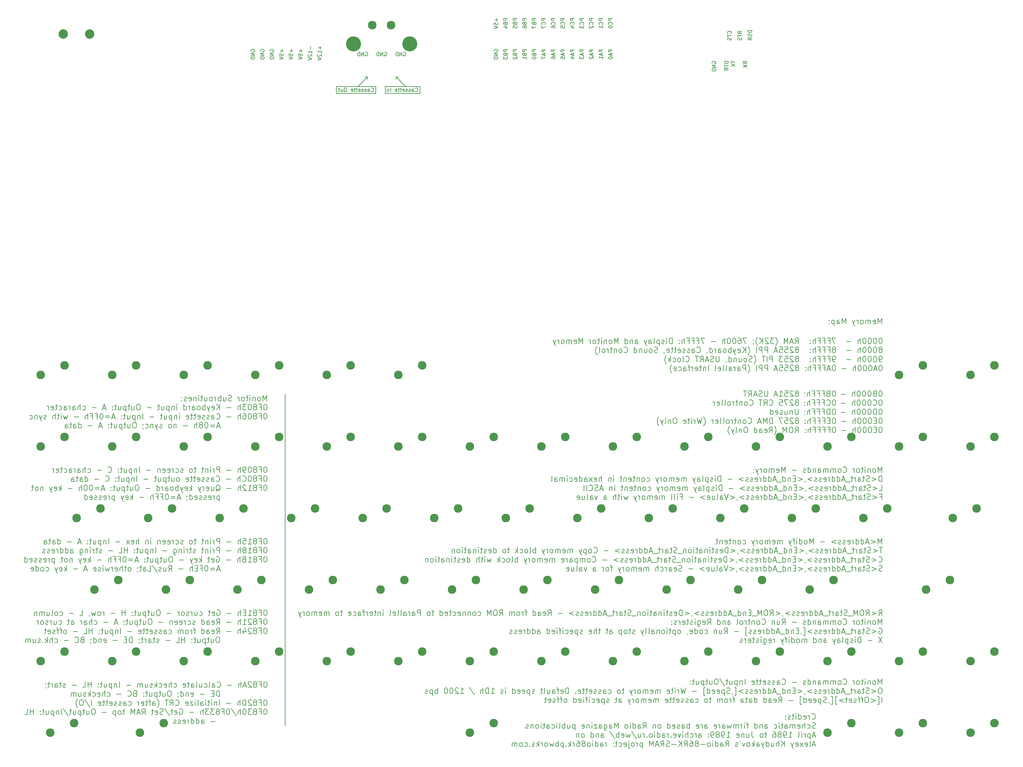
<source format=gbr>
G04 #@! TF.GenerationSoftware,KiCad,Pcbnew,(6.0.2)*
G04 #@! TF.CreationDate,2022-05-13T11:08:21-07:00*
G04 #@! TF.ProjectId,Radio-86RK,52616469-6f2d-4383-9652-4b2e6b696361,rev?*
G04 #@! TF.SameCoordinates,Original*
G04 #@! TF.FileFunction,Legend,Bot*
G04 #@! TF.FilePolarity,Positive*
%FSLAX46Y46*%
G04 Gerber Fmt 4.6, Leading zero omitted, Abs format (unit mm)*
G04 Created by KiCad (PCBNEW (6.0.2)) date 2022-05-13 11:08:21*
%MOMM*%
%LPD*%
G01*
G04 APERTURE LIST*
%ADD10C,0.150000*%
%ADD11C,0.200000*%
%ADD12C,2.499360*%
%ADD13C,2.286000*%
%ADD14C,4.000000*%
%ADD15C,2.300000*%
G04 APERTURE END LIST*
D10*
X90805000Y-27305000D02*
X90805000Y-25400000D01*
X99060000Y-22860000D02*
X96520000Y-25400000D01*
X103822500Y-27305000D02*
X103822500Y-25400000D01*
X106680000Y-23495000D02*
X106680000Y-22860000D01*
X107315000Y-22860000D02*
X106680000Y-22860000D01*
X77152500Y-107315000D02*
X77152500Y-195580000D01*
X106680000Y-22860000D02*
X106680000Y-23495000D01*
X99060000Y-22860000D02*
X98425000Y-22860000D01*
X103822500Y-25400000D02*
X113030000Y-25400000D01*
X113030000Y-25400000D02*
X113030000Y-27305000D01*
X101282500Y-25400000D02*
X101282500Y-27305000D01*
X101282500Y-27305000D02*
X90805000Y-27305000D01*
X99060000Y-22860000D02*
X99060000Y-23495000D01*
X90805000Y-25400000D02*
X101282500Y-25400000D01*
X113030000Y-27305000D02*
X103822500Y-27305000D01*
X106680000Y-22860000D02*
X109220000Y-25400000D01*
X100057976Y-26709642D02*
X100105595Y-26757261D01*
X100248452Y-26804880D01*
X100343690Y-26804880D01*
X100486547Y-26757261D01*
X100581785Y-26662023D01*
X100629404Y-26566785D01*
X100677023Y-26376309D01*
X100677023Y-26233452D01*
X100629404Y-26042976D01*
X100581785Y-25947738D01*
X100486547Y-25852500D01*
X100343690Y-25804880D01*
X100248452Y-25804880D01*
X100105595Y-25852500D01*
X100057976Y-25900119D01*
X99200833Y-26804880D02*
X99200833Y-26281071D01*
X99248452Y-26185833D01*
X99343690Y-26138214D01*
X99534166Y-26138214D01*
X99629404Y-26185833D01*
X99200833Y-26757261D02*
X99296071Y-26804880D01*
X99534166Y-26804880D01*
X99629404Y-26757261D01*
X99677023Y-26662023D01*
X99677023Y-26566785D01*
X99629404Y-26471547D01*
X99534166Y-26423928D01*
X99296071Y-26423928D01*
X99200833Y-26376309D01*
X98772261Y-26757261D02*
X98677023Y-26804880D01*
X98486547Y-26804880D01*
X98391309Y-26757261D01*
X98343690Y-26662023D01*
X98343690Y-26614404D01*
X98391309Y-26519166D01*
X98486547Y-26471547D01*
X98629404Y-26471547D01*
X98724642Y-26423928D01*
X98772261Y-26328690D01*
X98772261Y-26281071D01*
X98724642Y-26185833D01*
X98629404Y-26138214D01*
X98486547Y-26138214D01*
X98391309Y-26185833D01*
X97962738Y-26757261D02*
X97867500Y-26804880D01*
X97677023Y-26804880D01*
X97581785Y-26757261D01*
X97534166Y-26662023D01*
X97534166Y-26614404D01*
X97581785Y-26519166D01*
X97677023Y-26471547D01*
X97819880Y-26471547D01*
X97915119Y-26423928D01*
X97962738Y-26328690D01*
X97962738Y-26281071D01*
X97915119Y-26185833D01*
X97819880Y-26138214D01*
X97677023Y-26138214D01*
X97581785Y-26185833D01*
X96724642Y-26757261D02*
X96819880Y-26804880D01*
X97010357Y-26804880D01*
X97105595Y-26757261D01*
X97153214Y-26662023D01*
X97153214Y-26281071D01*
X97105595Y-26185833D01*
X97010357Y-26138214D01*
X96819880Y-26138214D01*
X96724642Y-26185833D01*
X96677023Y-26281071D01*
X96677023Y-26376309D01*
X97153214Y-26471547D01*
X96391309Y-26138214D02*
X96010357Y-26138214D01*
X96248452Y-25804880D02*
X96248452Y-26662023D01*
X96200833Y-26757261D01*
X96105595Y-26804880D01*
X96010357Y-26804880D01*
X95819880Y-26138214D02*
X95438928Y-26138214D01*
X95677023Y-25804880D02*
X95677023Y-26662023D01*
X95629404Y-26757261D01*
X95534166Y-26804880D01*
X95438928Y-26804880D01*
X94724642Y-26757261D02*
X94819880Y-26804880D01*
X95010357Y-26804880D01*
X95105595Y-26757261D01*
X95153214Y-26662023D01*
X95153214Y-26281071D01*
X95105595Y-26185833D01*
X95010357Y-26138214D01*
X94819880Y-26138214D01*
X94724642Y-26185833D01*
X94677023Y-26281071D01*
X94677023Y-26376309D01*
X95153214Y-26471547D01*
X93296071Y-25804880D02*
X93105595Y-25804880D01*
X93010357Y-25852500D01*
X92915119Y-25947738D01*
X92867500Y-26138214D01*
X92867500Y-26471547D01*
X92915119Y-26662023D01*
X93010357Y-26757261D01*
X93105595Y-26804880D01*
X93296071Y-26804880D01*
X93391309Y-26757261D01*
X93486547Y-26662023D01*
X93534166Y-26471547D01*
X93534166Y-26138214D01*
X93486547Y-25947738D01*
X93391309Y-25852500D01*
X93296071Y-25804880D01*
X92010357Y-26138214D02*
X92010357Y-26804880D01*
X92438928Y-26138214D02*
X92438928Y-26662023D01*
X92391309Y-26757261D01*
X92296071Y-26804880D01*
X92153214Y-26804880D01*
X92057976Y-26757261D01*
X92010357Y-26709642D01*
X91677023Y-26138214D02*
X91296071Y-26138214D01*
X91534166Y-25804880D02*
X91534166Y-26662023D01*
X91486547Y-26757261D01*
X91391309Y-26804880D01*
X91296071Y-26804880D01*
X111805476Y-26709642D02*
X111853095Y-26757261D01*
X111995952Y-26804880D01*
X112091190Y-26804880D01*
X112234047Y-26757261D01*
X112329285Y-26662023D01*
X112376904Y-26566785D01*
X112424523Y-26376309D01*
X112424523Y-26233452D01*
X112376904Y-26042976D01*
X112329285Y-25947738D01*
X112234047Y-25852500D01*
X112091190Y-25804880D01*
X111995952Y-25804880D01*
X111853095Y-25852500D01*
X111805476Y-25900119D01*
X110948333Y-26804880D02*
X110948333Y-26281071D01*
X110995952Y-26185833D01*
X111091190Y-26138214D01*
X111281666Y-26138214D01*
X111376904Y-26185833D01*
X110948333Y-26757261D02*
X111043571Y-26804880D01*
X111281666Y-26804880D01*
X111376904Y-26757261D01*
X111424523Y-26662023D01*
X111424523Y-26566785D01*
X111376904Y-26471547D01*
X111281666Y-26423928D01*
X111043571Y-26423928D01*
X110948333Y-26376309D01*
X110519761Y-26757261D02*
X110424523Y-26804880D01*
X110234047Y-26804880D01*
X110138809Y-26757261D01*
X110091190Y-26662023D01*
X110091190Y-26614404D01*
X110138809Y-26519166D01*
X110234047Y-26471547D01*
X110376904Y-26471547D01*
X110472142Y-26423928D01*
X110519761Y-26328690D01*
X110519761Y-26281071D01*
X110472142Y-26185833D01*
X110376904Y-26138214D01*
X110234047Y-26138214D01*
X110138809Y-26185833D01*
X109710238Y-26757261D02*
X109615000Y-26804880D01*
X109424523Y-26804880D01*
X109329285Y-26757261D01*
X109281666Y-26662023D01*
X109281666Y-26614404D01*
X109329285Y-26519166D01*
X109424523Y-26471547D01*
X109567380Y-26471547D01*
X109662619Y-26423928D01*
X109710238Y-26328690D01*
X109710238Y-26281071D01*
X109662619Y-26185833D01*
X109567380Y-26138214D01*
X109424523Y-26138214D01*
X109329285Y-26185833D01*
X108472142Y-26757261D02*
X108567380Y-26804880D01*
X108757857Y-26804880D01*
X108853095Y-26757261D01*
X108900714Y-26662023D01*
X108900714Y-26281071D01*
X108853095Y-26185833D01*
X108757857Y-26138214D01*
X108567380Y-26138214D01*
X108472142Y-26185833D01*
X108424523Y-26281071D01*
X108424523Y-26376309D01*
X108900714Y-26471547D01*
X108138809Y-26138214D02*
X107757857Y-26138214D01*
X107995952Y-25804880D02*
X107995952Y-26662023D01*
X107948333Y-26757261D01*
X107853095Y-26804880D01*
X107757857Y-26804880D01*
X107567380Y-26138214D02*
X107186428Y-26138214D01*
X107424523Y-25804880D02*
X107424523Y-26662023D01*
X107376904Y-26757261D01*
X107281666Y-26804880D01*
X107186428Y-26804880D01*
X106472142Y-26757261D02*
X106567380Y-26804880D01*
X106757857Y-26804880D01*
X106853095Y-26757261D01*
X106900714Y-26662023D01*
X106900714Y-26281071D01*
X106853095Y-26185833D01*
X106757857Y-26138214D01*
X106567380Y-26138214D01*
X106472142Y-26185833D01*
X106424523Y-26281071D01*
X106424523Y-26376309D01*
X106900714Y-26471547D01*
X105234047Y-26804880D02*
X105234047Y-25804880D01*
X104757857Y-26138214D02*
X104757857Y-26804880D01*
X104757857Y-26233452D02*
X104710238Y-26185833D01*
X104615000Y-26138214D01*
X104472142Y-26138214D01*
X104376904Y-26185833D01*
X104329285Y-26281071D01*
X104329285Y-26804880D01*
X86431428Y-14748095D02*
X86431428Y-15510000D01*
X86812380Y-15129047D02*
X86050476Y-15129047D01*
X86812380Y-16510000D02*
X86812380Y-15938571D01*
X86812380Y-16224285D02*
X85812380Y-16224285D01*
X85955238Y-16129047D01*
X86050476Y-16033809D01*
X86098095Y-15938571D01*
X85907619Y-16890952D02*
X85860000Y-16938571D01*
X85812380Y-17033809D01*
X85812380Y-17271904D01*
X85860000Y-17367142D01*
X85907619Y-17414761D01*
X86002857Y-17462380D01*
X86098095Y-17462380D01*
X86240952Y-17414761D01*
X86812380Y-16843333D01*
X86812380Y-17462380D01*
X85812380Y-17748095D02*
X86812380Y-18081428D01*
X85812380Y-18414761D01*
X83891428Y-14748095D02*
X83891428Y-15510000D01*
X84272380Y-16510000D02*
X84272380Y-15938571D01*
X84272380Y-16224285D02*
X83272380Y-16224285D01*
X83415238Y-16129047D01*
X83510476Y-16033809D01*
X83558095Y-15938571D01*
X83367619Y-16890952D02*
X83320000Y-16938571D01*
X83272380Y-17033809D01*
X83272380Y-17271904D01*
X83320000Y-17367142D01*
X83367619Y-17414761D01*
X83462857Y-17462380D01*
X83558095Y-17462380D01*
X83700952Y-17414761D01*
X84272380Y-16843333D01*
X84272380Y-17462380D01*
X83272380Y-17748095D02*
X84272380Y-18081428D01*
X83272380Y-18414761D01*
X68080000Y-16065595D02*
X68032380Y-15970357D01*
X68032380Y-15827500D01*
X68080000Y-15684642D01*
X68175238Y-15589404D01*
X68270476Y-15541785D01*
X68460952Y-15494166D01*
X68603809Y-15494166D01*
X68794285Y-15541785D01*
X68889523Y-15589404D01*
X68984761Y-15684642D01*
X69032380Y-15827500D01*
X69032380Y-15922738D01*
X68984761Y-16065595D01*
X68937142Y-16113214D01*
X68603809Y-16113214D01*
X68603809Y-15922738D01*
X69032380Y-16541785D02*
X68032380Y-16541785D01*
X69032380Y-17113214D01*
X68032380Y-17113214D01*
X69032380Y-17589404D02*
X68032380Y-17589404D01*
X68032380Y-17827500D01*
X68080000Y-17970357D01*
X68175238Y-18065595D01*
X68270476Y-18113214D01*
X68460952Y-18160833D01*
X68603809Y-18160833D01*
X68794285Y-18113214D01*
X68889523Y-18065595D01*
X68984761Y-17970357D01*
X69032380Y-17827500D01*
X69032380Y-17589404D01*
X70620000Y-16065595D02*
X70572380Y-15970357D01*
X70572380Y-15827500D01*
X70620000Y-15684642D01*
X70715238Y-15589404D01*
X70810476Y-15541785D01*
X71000952Y-15494166D01*
X71143809Y-15494166D01*
X71334285Y-15541785D01*
X71429523Y-15589404D01*
X71524761Y-15684642D01*
X71572380Y-15827500D01*
X71572380Y-15922738D01*
X71524761Y-16065595D01*
X71477142Y-16113214D01*
X71143809Y-16113214D01*
X71143809Y-15922738D01*
X71572380Y-16541785D02*
X70572380Y-16541785D01*
X71572380Y-17113214D01*
X70572380Y-17113214D01*
X71572380Y-17589404D02*
X70572380Y-17589404D01*
X70572380Y-17827500D01*
X70620000Y-17970357D01*
X70715238Y-18065595D01*
X70810476Y-18113214D01*
X71000952Y-18160833D01*
X71143809Y-18160833D01*
X71334285Y-18113214D01*
X71429523Y-18065595D01*
X71524761Y-17970357D01*
X71572380Y-17827500D01*
X71572380Y-17589404D01*
X98551904Y-16327500D02*
X98647142Y-16279880D01*
X98790000Y-16279880D01*
X98932857Y-16327500D01*
X99028095Y-16422738D01*
X99075714Y-16517976D01*
X99123333Y-16708452D01*
X99123333Y-16851309D01*
X99075714Y-17041785D01*
X99028095Y-17137023D01*
X98932857Y-17232261D01*
X98790000Y-17279880D01*
X98694761Y-17279880D01*
X98551904Y-17232261D01*
X98504285Y-17184642D01*
X98504285Y-16851309D01*
X98694761Y-16851309D01*
X98075714Y-17279880D02*
X98075714Y-16279880D01*
X97504285Y-17279880D01*
X97504285Y-16279880D01*
X97028095Y-17279880D02*
X97028095Y-16279880D01*
X96790000Y-16279880D01*
X96647142Y-16327500D01*
X96551904Y-16422738D01*
X96504285Y-16517976D01*
X96456666Y-16708452D01*
X96456666Y-16851309D01*
X96504285Y-17041785D01*
X96551904Y-17137023D01*
X96647142Y-17232261D01*
X96790000Y-17279880D01*
X97028095Y-17279880D01*
X103631904Y-16327500D02*
X103727142Y-16279880D01*
X103870000Y-16279880D01*
X104012857Y-16327500D01*
X104108095Y-16422738D01*
X104155714Y-16517976D01*
X104203333Y-16708452D01*
X104203333Y-16851309D01*
X104155714Y-17041785D01*
X104108095Y-17137023D01*
X104012857Y-17232261D01*
X103870000Y-17279880D01*
X103774761Y-17279880D01*
X103631904Y-17232261D01*
X103584285Y-17184642D01*
X103584285Y-16851309D01*
X103774761Y-16851309D01*
X103155714Y-17279880D02*
X103155714Y-16279880D01*
X102584285Y-17279880D01*
X102584285Y-16279880D01*
X102108095Y-17279880D02*
X102108095Y-16279880D01*
X101870000Y-16279880D01*
X101727142Y-16327500D01*
X101631904Y-16422738D01*
X101584285Y-16517976D01*
X101536666Y-16708452D01*
X101536666Y-16851309D01*
X101584285Y-17041785D01*
X101631904Y-17137023D01*
X101727142Y-17232261D01*
X101870000Y-17279880D01*
X102108095Y-17279880D01*
X108711904Y-16327500D02*
X108807142Y-16279880D01*
X108950000Y-16279880D01*
X109092857Y-16327500D01*
X109188095Y-16422738D01*
X109235714Y-16517976D01*
X109283333Y-16708452D01*
X109283333Y-16851309D01*
X109235714Y-17041785D01*
X109188095Y-17137023D01*
X109092857Y-17232261D01*
X108950000Y-17279880D01*
X108854761Y-17279880D01*
X108711904Y-17232261D01*
X108664285Y-17184642D01*
X108664285Y-16851309D01*
X108854761Y-16851309D01*
X108235714Y-17279880D02*
X108235714Y-16279880D01*
X107664285Y-17279880D01*
X107664285Y-16279880D01*
X107188095Y-17279880D02*
X107188095Y-16279880D01*
X106950000Y-16279880D01*
X106807142Y-16327500D01*
X106711904Y-16422738D01*
X106664285Y-16517976D01*
X106616666Y-16708452D01*
X106616666Y-16851309D01*
X106664285Y-17041785D01*
X106711904Y-17137023D01*
X106807142Y-17232261D01*
X106950000Y-17279880D01*
X107188095Y-17279880D01*
X132850000Y-16065595D02*
X132802380Y-15970357D01*
X132802380Y-15827500D01*
X132850000Y-15684642D01*
X132945238Y-15589404D01*
X133040476Y-15541785D01*
X133230952Y-15494166D01*
X133373809Y-15494166D01*
X133564285Y-15541785D01*
X133659523Y-15589404D01*
X133754761Y-15684642D01*
X133802380Y-15827500D01*
X133802380Y-15922738D01*
X133754761Y-16065595D01*
X133707142Y-16113214D01*
X133373809Y-16113214D01*
X133373809Y-15922738D01*
X133802380Y-16541785D02*
X132802380Y-16541785D01*
X133802380Y-17113214D01*
X132802380Y-17113214D01*
X133802380Y-17589404D02*
X132802380Y-17589404D01*
X132802380Y-17827500D01*
X132850000Y-17970357D01*
X132945238Y-18065595D01*
X133040476Y-18113214D01*
X133230952Y-18160833D01*
X133373809Y-18160833D01*
X133564285Y-18113214D01*
X133659523Y-18065595D01*
X133754761Y-17970357D01*
X133802380Y-17827500D01*
X133802380Y-17589404D01*
X136342380Y-15589404D02*
X135342380Y-15589404D01*
X135342380Y-15970357D01*
X135390000Y-16065595D01*
X135437619Y-16113214D01*
X135532857Y-16160833D01*
X135675714Y-16160833D01*
X135770952Y-16113214D01*
X135818571Y-16065595D01*
X135866190Y-15970357D01*
X135866190Y-15589404D01*
X135818571Y-16922738D02*
X135866190Y-17065595D01*
X135913809Y-17113214D01*
X136009047Y-17160833D01*
X136151904Y-17160833D01*
X136247142Y-17113214D01*
X136294761Y-17065595D01*
X136342380Y-16970357D01*
X136342380Y-16589404D01*
X135342380Y-16589404D01*
X135342380Y-16922738D01*
X135390000Y-17017976D01*
X135437619Y-17065595D01*
X135532857Y-17113214D01*
X135628095Y-17113214D01*
X135723333Y-17065595D01*
X135770952Y-17017976D01*
X135818571Y-16922738D01*
X135818571Y-16589404D01*
X135342380Y-17494166D02*
X135342380Y-18113214D01*
X135723333Y-17779880D01*
X135723333Y-17922738D01*
X135770952Y-18017976D01*
X135818571Y-18065595D01*
X135913809Y-18113214D01*
X136151904Y-18113214D01*
X136247142Y-18065595D01*
X136294761Y-18017976D01*
X136342380Y-17922738D01*
X136342380Y-17637023D01*
X136294761Y-17541785D01*
X136247142Y-17494166D01*
X138882380Y-15589404D02*
X137882380Y-15589404D01*
X137882380Y-15970357D01*
X137930000Y-16065595D01*
X137977619Y-16113214D01*
X138072857Y-16160833D01*
X138215714Y-16160833D01*
X138310952Y-16113214D01*
X138358571Y-16065595D01*
X138406190Y-15970357D01*
X138406190Y-15589404D01*
X138358571Y-16922738D02*
X138406190Y-17065595D01*
X138453809Y-17113214D01*
X138549047Y-17160833D01*
X138691904Y-17160833D01*
X138787142Y-17113214D01*
X138834761Y-17065595D01*
X138882380Y-16970357D01*
X138882380Y-16589404D01*
X137882380Y-16589404D01*
X137882380Y-16922738D01*
X137930000Y-17017976D01*
X137977619Y-17065595D01*
X138072857Y-17113214D01*
X138168095Y-17113214D01*
X138263333Y-17065595D01*
X138310952Y-17017976D01*
X138358571Y-16922738D01*
X138358571Y-16589404D01*
X137977619Y-17541785D02*
X137930000Y-17589404D01*
X137882380Y-17684642D01*
X137882380Y-17922738D01*
X137930000Y-18017976D01*
X137977619Y-18065595D01*
X138072857Y-18113214D01*
X138168095Y-18113214D01*
X138310952Y-18065595D01*
X138882380Y-17494166D01*
X138882380Y-18113214D01*
X141422380Y-15589404D02*
X140422380Y-15589404D01*
X140422380Y-15970357D01*
X140470000Y-16065595D01*
X140517619Y-16113214D01*
X140612857Y-16160833D01*
X140755714Y-16160833D01*
X140850952Y-16113214D01*
X140898571Y-16065595D01*
X140946190Y-15970357D01*
X140946190Y-15589404D01*
X140898571Y-16922738D02*
X140946190Y-17065595D01*
X140993809Y-17113214D01*
X141089047Y-17160833D01*
X141231904Y-17160833D01*
X141327142Y-17113214D01*
X141374761Y-17065595D01*
X141422380Y-16970357D01*
X141422380Y-16589404D01*
X140422380Y-16589404D01*
X140422380Y-16922738D01*
X140470000Y-17017976D01*
X140517619Y-17065595D01*
X140612857Y-17113214D01*
X140708095Y-17113214D01*
X140803333Y-17065595D01*
X140850952Y-17017976D01*
X140898571Y-16922738D01*
X140898571Y-16589404D01*
X141422380Y-18113214D02*
X141422380Y-17541785D01*
X141422380Y-17827500D02*
X140422380Y-17827500D01*
X140565238Y-17732261D01*
X140660476Y-17637023D01*
X140708095Y-17541785D01*
X143962380Y-15589404D02*
X142962380Y-15589404D01*
X142962380Y-15970357D01*
X143010000Y-16065595D01*
X143057619Y-16113214D01*
X143152857Y-16160833D01*
X143295714Y-16160833D01*
X143390952Y-16113214D01*
X143438571Y-16065595D01*
X143486190Y-15970357D01*
X143486190Y-15589404D01*
X143438571Y-16922738D02*
X143486190Y-17065595D01*
X143533809Y-17113214D01*
X143629047Y-17160833D01*
X143771904Y-17160833D01*
X143867142Y-17113214D01*
X143914761Y-17065595D01*
X143962380Y-16970357D01*
X143962380Y-16589404D01*
X142962380Y-16589404D01*
X142962380Y-16922738D01*
X143010000Y-17017976D01*
X143057619Y-17065595D01*
X143152857Y-17113214D01*
X143248095Y-17113214D01*
X143343333Y-17065595D01*
X143390952Y-17017976D01*
X143438571Y-16922738D01*
X143438571Y-16589404D01*
X142962380Y-17779880D02*
X142962380Y-17875119D01*
X143010000Y-17970357D01*
X143057619Y-18017976D01*
X143152857Y-18065595D01*
X143343333Y-18113214D01*
X143581428Y-18113214D01*
X143771904Y-18065595D01*
X143867142Y-18017976D01*
X143914761Y-17970357D01*
X143962380Y-17875119D01*
X143962380Y-17779880D01*
X143914761Y-17684642D01*
X143867142Y-17637023D01*
X143771904Y-17589404D01*
X143581428Y-17541785D01*
X143343333Y-17541785D01*
X143152857Y-17589404D01*
X143057619Y-17637023D01*
X143010000Y-17684642D01*
X142962380Y-17779880D01*
X143962380Y-7334404D02*
X142962380Y-7334404D01*
X142962380Y-7715357D01*
X143010000Y-7810595D01*
X143057619Y-7858214D01*
X143152857Y-7905833D01*
X143295714Y-7905833D01*
X143390952Y-7858214D01*
X143438571Y-7810595D01*
X143486190Y-7715357D01*
X143486190Y-7334404D01*
X143438571Y-8667738D02*
X143486190Y-8810595D01*
X143533809Y-8858214D01*
X143629047Y-8905833D01*
X143771904Y-8905833D01*
X143867142Y-8858214D01*
X143914761Y-8810595D01*
X143962380Y-8715357D01*
X143962380Y-8334404D01*
X142962380Y-8334404D01*
X142962380Y-8667738D01*
X143010000Y-8762976D01*
X143057619Y-8810595D01*
X143152857Y-8858214D01*
X143248095Y-8858214D01*
X143343333Y-8810595D01*
X143390952Y-8762976D01*
X143438571Y-8667738D01*
X143438571Y-8334404D01*
X142962380Y-9239166D02*
X142962380Y-9905833D01*
X143962380Y-9477261D01*
X141422380Y-7334404D02*
X140422380Y-7334404D01*
X140422380Y-7715357D01*
X140470000Y-7810595D01*
X140517619Y-7858214D01*
X140612857Y-7905833D01*
X140755714Y-7905833D01*
X140850952Y-7858214D01*
X140898571Y-7810595D01*
X140946190Y-7715357D01*
X140946190Y-7334404D01*
X140898571Y-8667738D02*
X140946190Y-8810595D01*
X140993809Y-8858214D01*
X141089047Y-8905833D01*
X141231904Y-8905833D01*
X141327142Y-8858214D01*
X141374761Y-8810595D01*
X141422380Y-8715357D01*
X141422380Y-8334404D01*
X140422380Y-8334404D01*
X140422380Y-8667738D01*
X140470000Y-8762976D01*
X140517619Y-8810595D01*
X140612857Y-8858214D01*
X140708095Y-8858214D01*
X140803333Y-8810595D01*
X140850952Y-8762976D01*
X140898571Y-8667738D01*
X140898571Y-8334404D01*
X140422380Y-9762976D02*
X140422380Y-9572500D01*
X140470000Y-9477261D01*
X140517619Y-9429642D01*
X140660476Y-9334404D01*
X140850952Y-9286785D01*
X141231904Y-9286785D01*
X141327142Y-9334404D01*
X141374761Y-9382023D01*
X141422380Y-9477261D01*
X141422380Y-9667738D01*
X141374761Y-9762976D01*
X141327142Y-9810595D01*
X141231904Y-9858214D01*
X140993809Y-9858214D01*
X140898571Y-9810595D01*
X140850952Y-9762976D01*
X140803333Y-9667738D01*
X140803333Y-9477261D01*
X140850952Y-9382023D01*
X140898571Y-9334404D01*
X140993809Y-9286785D01*
X138882380Y-7334404D02*
X137882380Y-7334404D01*
X137882380Y-7715357D01*
X137930000Y-7810595D01*
X137977619Y-7858214D01*
X138072857Y-7905833D01*
X138215714Y-7905833D01*
X138310952Y-7858214D01*
X138358571Y-7810595D01*
X138406190Y-7715357D01*
X138406190Y-7334404D01*
X138358571Y-8667738D02*
X138406190Y-8810595D01*
X138453809Y-8858214D01*
X138549047Y-8905833D01*
X138691904Y-8905833D01*
X138787142Y-8858214D01*
X138834761Y-8810595D01*
X138882380Y-8715357D01*
X138882380Y-8334404D01*
X137882380Y-8334404D01*
X137882380Y-8667738D01*
X137930000Y-8762976D01*
X137977619Y-8810595D01*
X138072857Y-8858214D01*
X138168095Y-8858214D01*
X138263333Y-8810595D01*
X138310952Y-8762976D01*
X138358571Y-8667738D01*
X138358571Y-8334404D01*
X137882380Y-9810595D02*
X137882380Y-9334404D01*
X138358571Y-9286785D01*
X138310952Y-9334404D01*
X138263333Y-9429642D01*
X138263333Y-9667738D01*
X138310952Y-9762976D01*
X138358571Y-9810595D01*
X138453809Y-9858214D01*
X138691904Y-9858214D01*
X138787142Y-9810595D01*
X138834761Y-9762976D01*
X138882380Y-9667738D01*
X138882380Y-9429642D01*
X138834761Y-9334404D01*
X138787142Y-9286785D01*
X136342380Y-7334404D02*
X135342380Y-7334404D01*
X135342380Y-7715357D01*
X135390000Y-7810595D01*
X135437619Y-7858214D01*
X135532857Y-7905833D01*
X135675714Y-7905833D01*
X135770952Y-7858214D01*
X135818571Y-7810595D01*
X135866190Y-7715357D01*
X135866190Y-7334404D01*
X135818571Y-8667738D02*
X135866190Y-8810595D01*
X135913809Y-8858214D01*
X136009047Y-8905833D01*
X136151904Y-8905833D01*
X136247142Y-8858214D01*
X136294761Y-8810595D01*
X136342380Y-8715357D01*
X136342380Y-8334404D01*
X135342380Y-8334404D01*
X135342380Y-8667738D01*
X135390000Y-8762976D01*
X135437619Y-8810595D01*
X135532857Y-8858214D01*
X135628095Y-8858214D01*
X135723333Y-8810595D01*
X135770952Y-8762976D01*
X135818571Y-8667738D01*
X135818571Y-8334404D01*
X135675714Y-9762976D02*
X136342380Y-9762976D01*
X135294761Y-9524880D02*
X136009047Y-9286785D01*
X136009047Y-9905833D01*
X133421428Y-7286785D02*
X133421428Y-8048690D01*
X133802380Y-7667738D02*
X133040476Y-7667738D01*
X132802380Y-9001071D02*
X132802380Y-8524880D01*
X133278571Y-8477261D01*
X133230952Y-8524880D01*
X133183333Y-8620119D01*
X133183333Y-8858214D01*
X133230952Y-8953452D01*
X133278571Y-9001071D01*
X133373809Y-9048690D01*
X133611904Y-9048690D01*
X133707142Y-9001071D01*
X133754761Y-8953452D01*
X133802380Y-8858214D01*
X133802380Y-8620119D01*
X133754761Y-8524880D01*
X133707142Y-8477261D01*
X132802380Y-9334404D02*
X133802380Y-9667738D01*
X132802380Y-10001071D01*
X146502380Y-7334404D02*
X145502380Y-7334404D01*
X145502380Y-7715357D01*
X145550000Y-7810595D01*
X145597619Y-7858214D01*
X145692857Y-7905833D01*
X145835714Y-7905833D01*
X145930952Y-7858214D01*
X145978571Y-7810595D01*
X146026190Y-7715357D01*
X146026190Y-7334404D01*
X146407142Y-8905833D02*
X146454761Y-8858214D01*
X146502380Y-8715357D01*
X146502380Y-8620119D01*
X146454761Y-8477261D01*
X146359523Y-8382023D01*
X146264285Y-8334404D01*
X146073809Y-8286785D01*
X145930952Y-8286785D01*
X145740476Y-8334404D01*
X145645238Y-8382023D01*
X145550000Y-8477261D01*
X145502380Y-8620119D01*
X145502380Y-8715357D01*
X145550000Y-8858214D01*
X145597619Y-8905833D01*
X145502380Y-9239166D02*
X145502380Y-9905833D01*
X146502380Y-9477261D01*
X149042380Y-7334404D02*
X148042380Y-7334404D01*
X148042380Y-7715357D01*
X148090000Y-7810595D01*
X148137619Y-7858214D01*
X148232857Y-7905833D01*
X148375714Y-7905833D01*
X148470952Y-7858214D01*
X148518571Y-7810595D01*
X148566190Y-7715357D01*
X148566190Y-7334404D01*
X148947142Y-8905833D02*
X148994761Y-8858214D01*
X149042380Y-8715357D01*
X149042380Y-8620119D01*
X148994761Y-8477261D01*
X148899523Y-8382023D01*
X148804285Y-8334404D01*
X148613809Y-8286785D01*
X148470952Y-8286785D01*
X148280476Y-8334404D01*
X148185238Y-8382023D01*
X148090000Y-8477261D01*
X148042380Y-8620119D01*
X148042380Y-8715357D01*
X148090000Y-8858214D01*
X148137619Y-8905833D01*
X148042380Y-9762976D02*
X148042380Y-9572500D01*
X148090000Y-9477261D01*
X148137619Y-9429642D01*
X148280476Y-9334404D01*
X148470952Y-9286785D01*
X148851904Y-9286785D01*
X148947142Y-9334404D01*
X148994761Y-9382023D01*
X149042380Y-9477261D01*
X149042380Y-9667738D01*
X148994761Y-9762976D01*
X148947142Y-9810595D01*
X148851904Y-9858214D01*
X148613809Y-9858214D01*
X148518571Y-9810595D01*
X148470952Y-9762976D01*
X148423333Y-9667738D01*
X148423333Y-9477261D01*
X148470952Y-9382023D01*
X148518571Y-9334404D01*
X148613809Y-9286785D01*
X154122380Y-7334404D02*
X153122380Y-7334404D01*
X153122380Y-7715357D01*
X153170000Y-7810595D01*
X153217619Y-7858214D01*
X153312857Y-7905833D01*
X153455714Y-7905833D01*
X153550952Y-7858214D01*
X153598571Y-7810595D01*
X153646190Y-7715357D01*
X153646190Y-7334404D01*
X154027142Y-8905833D02*
X154074761Y-8858214D01*
X154122380Y-8715357D01*
X154122380Y-8620119D01*
X154074761Y-8477261D01*
X153979523Y-8382023D01*
X153884285Y-8334404D01*
X153693809Y-8286785D01*
X153550952Y-8286785D01*
X153360476Y-8334404D01*
X153265238Y-8382023D01*
X153170000Y-8477261D01*
X153122380Y-8620119D01*
X153122380Y-8715357D01*
X153170000Y-8858214D01*
X153217619Y-8905833D01*
X153455714Y-9762976D02*
X154122380Y-9762976D01*
X153074761Y-9524880D02*
X153789047Y-9286785D01*
X153789047Y-9905833D01*
X156662380Y-7334404D02*
X155662380Y-7334404D01*
X155662380Y-7715357D01*
X155710000Y-7810595D01*
X155757619Y-7858214D01*
X155852857Y-7905833D01*
X155995714Y-7905833D01*
X156090952Y-7858214D01*
X156138571Y-7810595D01*
X156186190Y-7715357D01*
X156186190Y-7334404D01*
X156567142Y-8905833D02*
X156614761Y-8858214D01*
X156662380Y-8715357D01*
X156662380Y-8620119D01*
X156614761Y-8477261D01*
X156519523Y-8382023D01*
X156424285Y-8334404D01*
X156233809Y-8286785D01*
X156090952Y-8286785D01*
X155900476Y-8334404D01*
X155805238Y-8382023D01*
X155710000Y-8477261D01*
X155662380Y-8620119D01*
X155662380Y-8715357D01*
X155710000Y-8858214D01*
X155757619Y-8905833D01*
X155662380Y-9239166D02*
X155662380Y-9858214D01*
X156043333Y-9524880D01*
X156043333Y-9667738D01*
X156090952Y-9762976D01*
X156138571Y-9810595D01*
X156233809Y-9858214D01*
X156471904Y-9858214D01*
X156567142Y-9810595D01*
X156614761Y-9762976D01*
X156662380Y-9667738D01*
X156662380Y-9382023D01*
X156614761Y-9286785D01*
X156567142Y-9239166D01*
X159202380Y-7334404D02*
X158202380Y-7334404D01*
X158202380Y-7715357D01*
X158250000Y-7810595D01*
X158297619Y-7858214D01*
X158392857Y-7905833D01*
X158535714Y-7905833D01*
X158630952Y-7858214D01*
X158678571Y-7810595D01*
X158726190Y-7715357D01*
X158726190Y-7334404D01*
X159107142Y-8905833D02*
X159154761Y-8858214D01*
X159202380Y-8715357D01*
X159202380Y-8620119D01*
X159154761Y-8477261D01*
X159059523Y-8382023D01*
X158964285Y-8334404D01*
X158773809Y-8286785D01*
X158630952Y-8286785D01*
X158440476Y-8334404D01*
X158345238Y-8382023D01*
X158250000Y-8477261D01*
X158202380Y-8620119D01*
X158202380Y-8715357D01*
X158250000Y-8858214D01*
X158297619Y-8905833D01*
X158297619Y-9286785D02*
X158250000Y-9334404D01*
X158202380Y-9429642D01*
X158202380Y-9667738D01*
X158250000Y-9762976D01*
X158297619Y-9810595D01*
X158392857Y-9858214D01*
X158488095Y-9858214D01*
X158630952Y-9810595D01*
X159202380Y-9239166D01*
X159202380Y-9858214D01*
X161742380Y-7334404D02*
X160742380Y-7334404D01*
X160742380Y-7715357D01*
X160790000Y-7810595D01*
X160837619Y-7858214D01*
X160932857Y-7905833D01*
X161075714Y-7905833D01*
X161170952Y-7858214D01*
X161218571Y-7810595D01*
X161266190Y-7715357D01*
X161266190Y-7334404D01*
X161647142Y-8905833D02*
X161694761Y-8858214D01*
X161742380Y-8715357D01*
X161742380Y-8620119D01*
X161694761Y-8477261D01*
X161599523Y-8382023D01*
X161504285Y-8334404D01*
X161313809Y-8286785D01*
X161170952Y-8286785D01*
X160980476Y-8334404D01*
X160885238Y-8382023D01*
X160790000Y-8477261D01*
X160742380Y-8620119D01*
X160742380Y-8715357D01*
X160790000Y-8858214D01*
X160837619Y-8905833D01*
X161742380Y-9858214D02*
X161742380Y-9286785D01*
X161742380Y-9572500D02*
X160742380Y-9572500D01*
X160885238Y-9477261D01*
X160980476Y-9382023D01*
X161028095Y-9286785D01*
X164282380Y-7334404D02*
X163282380Y-7334404D01*
X163282380Y-7715357D01*
X163330000Y-7810595D01*
X163377619Y-7858214D01*
X163472857Y-7905833D01*
X163615714Y-7905833D01*
X163710952Y-7858214D01*
X163758571Y-7810595D01*
X163806190Y-7715357D01*
X163806190Y-7334404D01*
X164187142Y-8905833D02*
X164234761Y-8858214D01*
X164282380Y-8715357D01*
X164282380Y-8620119D01*
X164234761Y-8477261D01*
X164139523Y-8382023D01*
X164044285Y-8334404D01*
X163853809Y-8286785D01*
X163710952Y-8286785D01*
X163520476Y-8334404D01*
X163425238Y-8382023D01*
X163330000Y-8477261D01*
X163282380Y-8620119D01*
X163282380Y-8715357D01*
X163330000Y-8858214D01*
X163377619Y-8905833D01*
X163282380Y-9524880D02*
X163282380Y-9620119D01*
X163330000Y-9715357D01*
X163377619Y-9762976D01*
X163472857Y-9810595D01*
X163663333Y-9858214D01*
X163901428Y-9858214D01*
X164091904Y-9810595D01*
X164187142Y-9762976D01*
X164234761Y-9715357D01*
X164282380Y-9620119D01*
X164282380Y-9524880D01*
X164234761Y-9429642D01*
X164187142Y-9382023D01*
X164091904Y-9334404D01*
X163901428Y-9286785D01*
X163663333Y-9286785D01*
X163472857Y-9334404D01*
X163377619Y-9382023D01*
X163330000Y-9429642D01*
X163282380Y-9524880D01*
X164282380Y-15660833D02*
X163282380Y-15660833D01*
X163282380Y-16041785D01*
X163330000Y-16137023D01*
X163377619Y-16184642D01*
X163472857Y-16232261D01*
X163615714Y-16232261D01*
X163710952Y-16184642D01*
X163758571Y-16137023D01*
X163806190Y-16041785D01*
X163806190Y-15660833D01*
X163996666Y-16613214D02*
X163996666Y-17089404D01*
X164282380Y-16517976D02*
X163282380Y-16851309D01*
X164282380Y-17184642D01*
X163282380Y-17708452D02*
X163282380Y-17803690D01*
X163330000Y-17898928D01*
X163377619Y-17946547D01*
X163472857Y-17994166D01*
X163663333Y-18041785D01*
X163901428Y-18041785D01*
X164091904Y-17994166D01*
X164187142Y-17946547D01*
X164234761Y-17898928D01*
X164282380Y-17803690D01*
X164282380Y-17708452D01*
X164234761Y-17613214D01*
X164187142Y-17565595D01*
X164091904Y-17517976D01*
X163901428Y-17470357D01*
X163663333Y-17470357D01*
X163472857Y-17517976D01*
X163377619Y-17565595D01*
X163330000Y-17613214D01*
X163282380Y-17708452D01*
X161742380Y-15660833D02*
X160742380Y-15660833D01*
X160742380Y-16041785D01*
X160790000Y-16137023D01*
X160837619Y-16184642D01*
X160932857Y-16232261D01*
X161075714Y-16232261D01*
X161170952Y-16184642D01*
X161218571Y-16137023D01*
X161266190Y-16041785D01*
X161266190Y-15660833D01*
X161456666Y-16613214D02*
X161456666Y-17089404D01*
X161742380Y-16517976D02*
X160742380Y-16851309D01*
X161742380Y-17184642D01*
X161742380Y-18041785D02*
X161742380Y-17470357D01*
X161742380Y-17756071D02*
X160742380Y-17756071D01*
X160885238Y-17660833D01*
X160980476Y-17565595D01*
X161028095Y-17470357D01*
X159202380Y-15660833D02*
X158202380Y-15660833D01*
X158202380Y-16041785D01*
X158250000Y-16137023D01*
X158297619Y-16184642D01*
X158392857Y-16232261D01*
X158535714Y-16232261D01*
X158630952Y-16184642D01*
X158678571Y-16137023D01*
X158726190Y-16041785D01*
X158726190Y-15660833D01*
X158916666Y-16613214D02*
X158916666Y-17089404D01*
X159202380Y-16517976D02*
X158202380Y-16851309D01*
X159202380Y-17184642D01*
X158297619Y-17470357D02*
X158250000Y-17517976D01*
X158202380Y-17613214D01*
X158202380Y-17851309D01*
X158250000Y-17946547D01*
X158297619Y-17994166D01*
X158392857Y-18041785D01*
X158488095Y-18041785D01*
X158630952Y-17994166D01*
X159202380Y-17422738D01*
X159202380Y-18041785D01*
X156662380Y-15660833D02*
X155662380Y-15660833D01*
X155662380Y-16041785D01*
X155710000Y-16137023D01*
X155757619Y-16184642D01*
X155852857Y-16232261D01*
X155995714Y-16232261D01*
X156090952Y-16184642D01*
X156138571Y-16137023D01*
X156186190Y-16041785D01*
X156186190Y-15660833D01*
X156376666Y-16613214D02*
X156376666Y-17089404D01*
X156662380Y-16517976D02*
X155662380Y-16851309D01*
X156662380Y-17184642D01*
X155662380Y-17422738D02*
X155662380Y-18041785D01*
X156043333Y-17708452D01*
X156043333Y-17851309D01*
X156090952Y-17946547D01*
X156138571Y-17994166D01*
X156233809Y-18041785D01*
X156471904Y-18041785D01*
X156567142Y-17994166D01*
X156614761Y-17946547D01*
X156662380Y-17851309D01*
X156662380Y-17565595D01*
X156614761Y-17470357D01*
X156567142Y-17422738D01*
X154122380Y-15660833D02*
X153122380Y-15660833D01*
X153122380Y-16041785D01*
X153170000Y-16137023D01*
X153217619Y-16184642D01*
X153312857Y-16232261D01*
X153455714Y-16232261D01*
X153550952Y-16184642D01*
X153598571Y-16137023D01*
X153646190Y-16041785D01*
X153646190Y-15660833D01*
X153836666Y-16613214D02*
X153836666Y-17089404D01*
X154122380Y-16517976D02*
X153122380Y-16851309D01*
X154122380Y-17184642D01*
X153455714Y-17946547D02*
X154122380Y-17946547D01*
X153074761Y-17708452D02*
X153789047Y-17470357D01*
X153789047Y-18089404D01*
X151582380Y-15660833D02*
X150582380Y-15660833D01*
X150582380Y-16041785D01*
X150630000Y-16137023D01*
X150677619Y-16184642D01*
X150772857Y-16232261D01*
X150915714Y-16232261D01*
X151010952Y-16184642D01*
X151058571Y-16137023D01*
X151106190Y-16041785D01*
X151106190Y-15660833D01*
X151296666Y-16613214D02*
X151296666Y-17089404D01*
X151582380Y-16517976D02*
X150582380Y-16851309D01*
X151582380Y-17184642D01*
X150582380Y-17994166D02*
X150582380Y-17517976D01*
X151058571Y-17470357D01*
X151010952Y-17517976D01*
X150963333Y-17613214D01*
X150963333Y-17851309D01*
X151010952Y-17946547D01*
X151058571Y-17994166D01*
X151153809Y-18041785D01*
X151391904Y-18041785D01*
X151487142Y-17994166D01*
X151534761Y-17946547D01*
X151582380Y-17851309D01*
X151582380Y-17613214D01*
X151534761Y-17517976D01*
X151487142Y-17470357D01*
X149042380Y-15660833D02*
X148042380Y-15660833D01*
X148042380Y-16041785D01*
X148090000Y-16137023D01*
X148137619Y-16184642D01*
X148232857Y-16232261D01*
X148375714Y-16232261D01*
X148470952Y-16184642D01*
X148518571Y-16137023D01*
X148566190Y-16041785D01*
X148566190Y-15660833D01*
X148756666Y-16613214D02*
X148756666Y-17089404D01*
X149042380Y-16517976D02*
X148042380Y-16851309D01*
X149042380Y-17184642D01*
X148042380Y-17946547D02*
X148042380Y-17756071D01*
X148090000Y-17660833D01*
X148137619Y-17613214D01*
X148280476Y-17517976D01*
X148470952Y-17470357D01*
X148851904Y-17470357D01*
X148947142Y-17517976D01*
X148994761Y-17565595D01*
X149042380Y-17660833D01*
X149042380Y-17851309D01*
X148994761Y-17946547D01*
X148947142Y-17994166D01*
X148851904Y-18041785D01*
X148613809Y-18041785D01*
X148518571Y-17994166D01*
X148470952Y-17946547D01*
X148423333Y-17851309D01*
X148423333Y-17660833D01*
X148470952Y-17565595D01*
X148518571Y-17517976D01*
X148613809Y-17470357D01*
X146502380Y-15660833D02*
X145502380Y-15660833D01*
X145502380Y-16041785D01*
X145550000Y-16137023D01*
X145597619Y-16184642D01*
X145692857Y-16232261D01*
X145835714Y-16232261D01*
X145930952Y-16184642D01*
X145978571Y-16137023D01*
X146026190Y-16041785D01*
X146026190Y-15660833D01*
X146216666Y-16613214D02*
X146216666Y-17089404D01*
X146502380Y-16517976D02*
X145502380Y-16851309D01*
X146502380Y-17184642D01*
X145502380Y-17422738D02*
X145502380Y-18089404D01*
X146502380Y-17660833D01*
X200159880Y-19322023D02*
X199683690Y-18988690D01*
X200159880Y-18750595D02*
X199159880Y-18750595D01*
X199159880Y-19131547D01*
X199207500Y-19226785D01*
X199255119Y-19274404D01*
X199350357Y-19322023D01*
X199493214Y-19322023D01*
X199588452Y-19274404D01*
X199636071Y-19226785D01*
X199683690Y-19131547D01*
X199683690Y-18750595D01*
X199159880Y-19655357D02*
X200159880Y-20322023D01*
X199159880Y-20322023D02*
X200159880Y-19655357D01*
X195143380Y-18750595D02*
X194143380Y-18750595D01*
X194143380Y-18988690D01*
X194191000Y-19131547D01*
X194286238Y-19226785D01*
X194381476Y-19274404D01*
X194571952Y-19322023D01*
X194714809Y-19322023D01*
X194905285Y-19274404D01*
X195000523Y-19226785D01*
X195095761Y-19131547D01*
X195143380Y-18988690D01*
X195143380Y-18750595D01*
X194143380Y-19607738D02*
X194143380Y-20179166D01*
X195143380Y-19893452D02*
X194143380Y-19893452D01*
X195143380Y-21083928D02*
X194667190Y-20750595D01*
X195143380Y-20512500D02*
X194143380Y-20512500D01*
X194143380Y-20893452D01*
X194191000Y-20988690D01*
X194238619Y-21036309D01*
X194333857Y-21083928D01*
X194476714Y-21083928D01*
X194571952Y-21036309D01*
X194619571Y-20988690D01*
X194667190Y-20893452D01*
X194667190Y-20512500D01*
X190889000Y-19274404D02*
X190841380Y-19179166D01*
X190841380Y-19036309D01*
X190889000Y-18893452D01*
X190984238Y-18798214D01*
X191079476Y-18750595D01*
X191269952Y-18702976D01*
X191412809Y-18702976D01*
X191603285Y-18750595D01*
X191698523Y-18798214D01*
X191793761Y-18893452D01*
X191841380Y-19036309D01*
X191841380Y-19131547D01*
X191793761Y-19274404D01*
X191746142Y-19322023D01*
X191412809Y-19322023D01*
X191412809Y-19131547D01*
X191841380Y-19750595D02*
X190841380Y-19750595D01*
X191841380Y-20322023D01*
X190841380Y-20322023D01*
X191841380Y-20798214D02*
X190841380Y-20798214D01*
X190841380Y-21036309D01*
X190889000Y-21179166D01*
X190984238Y-21274404D01*
X191079476Y-21322023D01*
X191269952Y-21369642D01*
X191412809Y-21369642D01*
X191603285Y-21322023D01*
X191698523Y-21274404D01*
X191793761Y-21179166D01*
X191841380Y-21036309D01*
X191841380Y-20798214D01*
X198699380Y-11332738D02*
X198223190Y-10999404D01*
X198699380Y-10761309D02*
X197699380Y-10761309D01*
X197699380Y-11142261D01*
X197747000Y-11237500D01*
X197794619Y-11285119D01*
X197889857Y-11332738D01*
X198032714Y-11332738D01*
X198127952Y-11285119D01*
X198175571Y-11237500D01*
X198223190Y-11142261D01*
X198223190Y-10761309D01*
X197699380Y-11618452D02*
X197699380Y-12189880D01*
X198699380Y-11904166D02*
X197699380Y-11904166D01*
X198651761Y-12475595D02*
X198699380Y-12618452D01*
X198699380Y-12856547D01*
X198651761Y-12951785D01*
X198604142Y-12999404D01*
X198508904Y-13047023D01*
X198413666Y-13047023D01*
X198318428Y-12999404D01*
X198270809Y-12951785D01*
X198223190Y-12856547D01*
X198175571Y-12666071D01*
X198127952Y-12570833D01*
X198080333Y-12523214D01*
X197985095Y-12475595D01*
X197889857Y-12475595D01*
X197794619Y-12523214D01*
X197747000Y-12570833D01*
X197699380Y-12666071D01*
X197699380Y-12904166D01*
X197747000Y-13047023D01*
X195984880Y-18607738D02*
X195984880Y-19179166D01*
X196984880Y-18893452D02*
X195984880Y-18893452D01*
X195984880Y-19417261D02*
X196984880Y-20083928D01*
X195984880Y-20083928D02*
X196984880Y-19417261D01*
X73160000Y-16065595D02*
X73112380Y-15970357D01*
X73112380Y-15827500D01*
X73160000Y-15684642D01*
X73255238Y-15589404D01*
X73350476Y-15541785D01*
X73540952Y-15494166D01*
X73683809Y-15494166D01*
X73874285Y-15541785D01*
X73969523Y-15589404D01*
X74064761Y-15684642D01*
X74112380Y-15827500D01*
X74112380Y-15922738D01*
X74064761Y-16065595D01*
X74017142Y-16113214D01*
X73683809Y-16113214D01*
X73683809Y-15922738D01*
X74112380Y-16541785D02*
X73112380Y-16541785D01*
X74112380Y-17113214D01*
X73112380Y-17113214D01*
X74112380Y-17589404D02*
X73112380Y-17589404D01*
X73112380Y-17827500D01*
X73160000Y-17970357D01*
X73255238Y-18065595D01*
X73350476Y-18113214D01*
X73540952Y-18160833D01*
X73683809Y-18160833D01*
X73874285Y-18113214D01*
X73969523Y-18065595D01*
X74064761Y-17970357D01*
X74112380Y-17827500D01*
X74112380Y-17589404D01*
X78811428Y-15541785D02*
X78811428Y-16303690D01*
X79192380Y-15922738D02*
X78430476Y-15922738D01*
X78192380Y-17256071D02*
X78192380Y-16779880D01*
X78668571Y-16732261D01*
X78620952Y-16779880D01*
X78573333Y-16875119D01*
X78573333Y-17113214D01*
X78620952Y-17208452D01*
X78668571Y-17256071D01*
X78763809Y-17303690D01*
X79001904Y-17303690D01*
X79097142Y-17256071D01*
X79144761Y-17208452D01*
X79192380Y-17113214D01*
X79192380Y-16875119D01*
X79144761Y-16779880D01*
X79097142Y-16732261D01*
X78192380Y-17589404D02*
X79192380Y-17922738D01*
X78192380Y-18256071D01*
X81351428Y-15541785D02*
X81351428Y-16303690D01*
X81732380Y-15922738D02*
X80970476Y-15922738D01*
X80732380Y-17256071D02*
X80732380Y-16779880D01*
X81208571Y-16732261D01*
X81160952Y-16779880D01*
X81113333Y-16875119D01*
X81113333Y-17113214D01*
X81160952Y-17208452D01*
X81208571Y-17256071D01*
X81303809Y-17303690D01*
X81541904Y-17303690D01*
X81637142Y-17256071D01*
X81684761Y-17208452D01*
X81732380Y-17113214D01*
X81732380Y-16875119D01*
X81684761Y-16779880D01*
X81637142Y-16732261D01*
X80732380Y-17589404D02*
X81732380Y-17922738D01*
X80732380Y-18256071D01*
X195873642Y-11332738D02*
X195921261Y-11285119D01*
X195968880Y-11142261D01*
X195968880Y-11047023D01*
X195921261Y-10904166D01*
X195826023Y-10808928D01*
X195730785Y-10761309D01*
X195540309Y-10713690D01*
X195397452Y-10713690D01*
X195206976Y-10761309D01*
X195111738Y-10808928D01*
X195016500Y-10904166D01*
X194968880Y-11047023D01*
X194968880Y-11142261D01*
X195016500Y-11285119D01*
X195064119Y-11332738D01*
X194968880Y-11618452D02*
X194968880Y-12189880D01*
X195968880Y-11904166D02*
X194968880Y-11904166D01*
X195921261Y-12475595D02*
X195968880Y-12618452D01*
X195968880Y-12856547D01*
X195921261Y-12951785D01*
X195873642Y-12999404D01*
X195778404Y-13047023D01*
X195683166Y-13047023D01*
X195587928Y-12999404D01*
X195540309Y-12951785D01*
X195492690Y-12856547D01*
X195445071Y-12666071D01*
X195397452Y-12570833D01*
X195349833Y-12523214D01*
X195254595Y-12475595D01*
X195159357Y-12475595D01*
X195064119Y-12523214D01*
X195016500Y-12570833D01*
X194968880Y-12666071D01*
X194968880Y-12904166D01*
X195016500Y-13047023D01*
X201429880Y-10523214D02*
X200429880Y-10523214D01*
X200429880Y-10761309D01*
X200477500Y-10904166D01*
X200572738Y-10999404D01*
X200667976Y-11047023D01*
X200858452Y-11094642D01*
X201001309Y-11094642D01*
X201191785Y-11047023D01*
X201287023Y-10999404D01*
X201382261Y-10904166D01*
X201429880Y-10761309D01*
X201429880Y-10523214D01*
X201382261Y-11475595D02*
X201429880Y-11618452D01*
X201429880Y-11856547D01*
X201382261Y-11951785D01*
X201334642Y-11999404D01*
X201239404Y-12047023D01*
X201144166Y-12047023D01*
X201048928Y-11999404D01*
X201001309Y-11951785D01*
X200953690Y-11856547D01*
X200906071Y-11666071D01*
X200858452Y-11570833D01*
X200810833Y-11523214D01*
X200715595Y-11475595D01*
X200620357Y-11475595D01*
X200525119Y-11523214D01*
X200477500Y-11570833D01*
X200429880Y-11666071D01*
X200429880Y-11904166D01*
X200477500Y-12047023D01*
X201429880Y-13047023D02*
X200953690Y-12713690D01*
X201429880Y-12475595D02*
X200429880Y-12475595D01*
X200429880Y-12856547D01*
X200477500Y-12951785D01*
X200525119Y-12999404D01*
X200620357Y-13047023D01*
X200763214Y-13047023D01*
X200858452Y-12999404D01*
X200906071Y-12951785D01*
X200953690Y-12856547D01*
X200953690Y-12475595D01*
X151582380Y-7334404D02*
X150582380Y-7334404D01*
X150582380Y-7715357D01*
X150630000Y-7810595D01*
X150677619Y-7858214D01*
X150772857Y-7905833D01*
X150915714Y-7905833D01*
X151010952Y-7858214D01*
X151058571Y-7810595D01*
X151106190Y-7715357D01*
X151106190Y-7334404D01*
X151487142Y-8905833D02*
X151534761Y-8858214D01*
X151582380Y-8715357D01*
X151582380Y-8620119D01*
X151534761Y-8477261D01*
X151439523Y-8382023D01*
X151344285Y-8334404D01*
X151153809Y-8286785D01*
X151010952Y-8286785D01*
X150820476Y-8334404D01*
X150725238Y-8382023D01*
X150630000Y-8477261D01*
X150582380Y-8620119D01*
X150582380Y-8715357D01*
X150630000Y-8858214D01*
X150677619Y-8905833D01*
X150582380Y-9810595D02*
X150582380Y-9334404D01*
X151058571Y-9286785D01*
X151010952Y-9334404D01*
X150963333Y-9429642D01*
X150963333Y-9667738D01*
X151010952Y-9762976D01*
X151058571Y-9810595D01*
X151153809Y-9858214D01*
X151391904Y-9858214D01*
X151487142Y-9810595D01*
X151534761Y-9762976D01*
X151582380Y-9667738D01*
X151582380Y-9429642D01*
X151534761Y-9334404D01*
X151487142Y-9286785D01*
D11*
X236050357Y-88626071D02*
X236050357Y-87126071D01*
X235550357Y-88197500D01*
X235050357Y-87126071D01*
X235050357Y-88626071D01*
X233764642Y-88554642D02*
X233907500Y-88626071D01*
X234193214Y-88626071D01*
X234336071Y-88554642D01*
X234407500Y-88411785D01*
X234407500Y-87840357D01*
X234336071Y-87697500D01*
X234193214Y-87626071D01*
X233907500Y-87626071D01*
X233764642Y-87697500D01*
X233693214Y-87840357D01*
X233693214Y-87983214D01*
X234407500Y-88126071D01*
X233050357Y-88626071D02*
X233050357Y-87626071D01*
X233050357Y-87768928D02*
X232978928Y-87697500D01*
X232836071Y-87626071D01*
X232621785Y-87626071D01*
X232478928Y-87697500D01*
X232407500Y-87840357D01*
X232407500Y-88626071D01*
X232407500Y-87840357D02*
X232336071Y-87697500D01*
X232193214Y-87626071D01*
X231978928Y-87626071D01*
X231836071Y-87697500D01*
X231764642Y-87840357D01*
X231764642Y-88626071D01*
X230836071Y-88626071D02*
X230978928Y-88554642D01*
X231050357Y-88483214D01*
X231121785Y-88340357D01*
X231121785Y-87911785D01*
X231050357Y-87768928D01*
X230978928Y-87697500D01*
X230836071Y-87626071D01*
X230621785Y-87626071D01*
X230478928Y-87697500D01*
X230407500Y-87768928D01*
X230336071Y-87911785D01*
X230336071Y-88340357D01*
X230407500Y-88483214D01*
X230478928Y-88554642D01*
X230621785Y-88626071D01*
X230836071Y-88626071D01*
X229693214Y-88626071D02*
X229693214Y-87626071D01*
X229693214Y-87911785D02*
X229621785Y-87768928D01*
X229550357Y-87697500D01*
X229407500Y-87626071D01*
X229264642Y-87626071D01*
X228907500Y-87626071D02*
X228550357Y-88626071D01*
X228193214Y-87626071D02*
X228550357Y-88626071D01*
X228693214Y-88983214D01*
X228764642Y-89054642D01*
X228907500Y-89126071D01*
X226478928Y-88626071D02*
X226478928Y-87126071D01*
X225978928Y-88197500D01*
X225478928Y-87126071D01*
X225478928Y-88626071D01*
X224121785Y-88626071D02*
X224121785Y-87840357D01*
X224193214Y-87697500D01*
X224336071Y-87626071D01*
X224621785Y-87626071D01*
X224764642Y-87697500D01*
X224121785Y-88554642D02*
X224264642Y-88626071D01*
X224621785Y-88626071D01*
X224764642Y-88554642D01*
X224836071Y-88411785D01*
X224836071Y-88268928D01*
X224764642Y-88126071D01*
X224621785Y-88054642D01*
X224264642Y-88054642D01*
X224121785Y-87983214D01*
X223407500Y-87626071D02*
X223407500Y-89126071D01*
X223407500Y-87697500D02*
X223264642Y-87626071D01*
X222978928Y-87626071D01*
X222836071Y-87697500D01*
X222764642Y-87768928D01*
X222693214Y-87911785D01*
X222693214Y-88340357D01*
X222764642Y-88483214D01*
X222836071Y-88554642D01*
X222978928Y-88626071D01*
X223264642Y-88626071D01*
X223407500Y-88554642D01*
X222050357Y-88483214D02*
X221978928Y-88554642D01*
X222050357Y-88626071D01*
X222121785Y-88554642D01*
X222050357Y-88483214D01*
X222050357Y-88626071D01*
X222050357Y-87697500D02*
X221978928Y-87768928D01*
X222050357Y-87840357D01*
X222121785Y-87768928D01*
X222050357Y-87697500D01*
X222050357Y-87840357D01*
X236050357Y-128183571D02*
X236050357Y-126683571D01*
X235550357Y-127755000D01*
X235050357Y-126683571D01*
X235050357Y-128183571D01*
X234121785Y-128183571D02*
X234264642Y-128112142D01*
X234336071Y-128040714D01*
X234407500Y-127897857D01*
X234407500Y-127469285D01*
X234336071Y-127326428D01*
X234264642Y-127255000D01*
X234121785Y-127183571D01*
X233907500Y-127183571D01*
X233764642Y-127255000D01*
X233693214Y-127326428D01*
X233621785Y-127469285D01*
X233621785Y-127897857D01*
X233693214Y-128040714D01*
X233764642Y-128112142D01*
X233907500Y-128183571D01*
X234121785Y-128183571D01*
X232978928Y-127183571D02*
X232978928Y-128183571D01*
X232978928Y-127326428D02*
X232907500Y-127255000D01*
X232764642Y-127183571D01*
X232550357Y-127183571D01*
X232407500Y-127255000D01*
X232336071Y-127397857D01*
X232336071Y-128183571D01*
X231621785Y-128183571D02*
X231621785Y-127183571D01*
X231621785Y-126683571D02*
X231693214Y-126755000D01*
X231621785Y-126826428D01*
X231550357Y-126755000D01*
X231621785Y-126683571D01*
X231621785Y-126826428D01*
X231121785Y-127183571D02*
X230550357Y-127183571D01*
X230907500Y-126683571D02*
X230907500Y-127969285D01*
X230836071Y-128112142D01*
X230693214Y-128183571D01*
X230550357Y-128183571D01*
X229836071Y-128183571D02*
X229978928Y-128112142D01*
X230050357Y-128040714D01*
X230121785Y-127897857D01*
X230121785Y-127469285D01*
X230050357Y-127326428D01*
X229978928Y-127255000D01*
X229836071Y-127183571D01*
X229621785Y-127183571D01*
X229478928Y-127255000D01*
X229407500Y-127326428D01*
X229336071Y-127469285D01*
X229336071Y-127897857D01*
X229407500Y-128040714D01*
X229478928Y-128112142D01*
X229621785Y-128183571D01*
X229836071Y-128183571D01*
X228693214Y-128183571D02*
X228693214Y-127183571D01*
X228693214Y-127469285D02*
X228621785Y-127326428D01*
X228550357Y-127255000D01*
X228407500Y-127183571D01*
X228264642Y-127183571D01*
X225764642Y-128040714D02*
X225836071Y-128112142D01*
X226050357Y-128183571D01*
X226193214Y-128183571D01*
X226407500Y-128112142D01*
X226550357Y-127969285D01*
X226621785Y-127826428D01*
X226693214Y-127540714D01*
X226693214Y-127326428D01*
X226621785Y-127040714D01*
X226550357Y-126897857D01*
X226407500Y-126755000D01*
X226193214Y-126683571D01*
X226050357Y-126683571D01*
X225836071Y-126755000D01*
X225764642Y-126826428D01*
X224907500Y-128183571D02*
X225050357Y-128112142D01*
X225121785Y-128040714D01*
X225193214Y-127897857D01*
X225193214Y-127469285D01*
X225121785Y-127326428D01*
X225050357Y-127255000D01*
X224907500Y-127183571D01*
X224693214Y-127183571D01*
X224550357Y-127255000D01*
X224478928Y-127326428D01*
X224407500Y-127469285D01*
X224407500Y-127897857D01*
X224478928Y-128040714D01*
X224550357Y-128112142D01*
X224693214Y-128183571D01*
X224907500Y-128183571D01*
X223764642Y-128183571D02*
X223764642Y-127183571D01*
X223764642Y-127326428D02*
X223693214Y-127255000D01*
X223550357Y-127183571D01*
X223336071Y-127183571D01*
X223193214Y-127255000D01*
X223121785Y-127397857D01*
X223121785Y-128183571D01*
X223121785Y-127397857D02*
X223050357Y-127255000D01*
X222907500Y-127183571D01*
X222693214Y-127183571D01*
X222550357Y-127255000D01*
X222478928Y-127397857D01*
X222478928Y-128183571D01*
X221764642Y-128183571D02*
X221764642Y-127183571D01*
X221764642Y-127326428D02*
X221693214Y-127255000D01*
X221550357Y-127183571D01*
X221336071Y-127183571D01*
X221193214Y-127255000D01*
X221121785Y-127397857D01*
X221121785Y-128183571D01*
X221121785Y-127397857D02*
X221050357Y-127255000D01*
X220907500Y-127183571D01*
X220693214Y-127183571D01*
X220550357Y-127255000D01*
X220478928Y-127397857D01*
X220478928Y-128183571D01*
X219121785Y-128183571D02*
X219121785Y-127397857D01*
X219193214Y-127255000D01*
X219336071Y-127183571D01*
X219621785Y-127183571D01*
X219764642Y-127255000D01*
X219121785Y-128112142D02*
X219264642Y-128183571D01*
X219621785Y-128183571D01*
X219764642Y-128112142D01*
X219836071Y-127969285D01*
X219836071Y-127826428D01*
X219764642Y-127683571D01*
X219621785Y-127612142D01*
X219264642Y-127612142D01*
X219121785Y-127540714D01*
X218407500Y-127183571D02*
X218407500Y-128183571D01*
X218407500Y-127326428D02*
X218336071Y-127255000D01*
X218193214Y-127183571D01*
X217978928Y-127183571D01*
X217836071Y-127255000D01*
X217764642Y-127397857D01*
X217764642Y-128183571D01*
X216407500Y-128183571D02*
X216407500Y-126683571D01*
X216407500Y-128112142D02*
X216550357Y-128183571D01*
X216836071Y-128183571D01*
X216978928Y-128112142D01*
X217050357Y-128040714D01*
X217121785Y-127897857D01*
X217121785Y-127469285D01*
X217050357Y-127326428D01*
X216978928Y-127255000D01*
X216836071Y-127183571D01*
X216550357Y-127183571D01*
X216407500Y-127255000D01*
X215764642Y-128112142D02*
X215621785Y-128183571D01*
X215336071Y-128183571D01*
X215193214Y-128112142D01*
X215121785Y-127969285D01*
X215121785Y-127897857D01*
X215193214Y-127755000D01*
X215336071Y-127683571D01*
X215550357Y-127683571D01*
X215693214Y-127612142D01*
X215764642Y-127469285D01*
X215764642Y-127397857D01*
X215693214Y-127255000D01*
X215550357Y-127183571D01*
X215336071Y-127183571D01*
X215193214Y-127255000D01*
X213336071Y-127612142D02*
X212193214Y-127612142D01*
X210336071Y-128183571D02*
X210336071Y-126683571D01*
X209836071Y-127755000D01*
X209336071Y-126683571D01*
X209336071Y-128183571D01*
X208050357Y-128112142D02*
X208193214Y-128183571D01*
X208478928Y-128183571D01*
X208621785Y-128112142D01*
X208693214Y-127969285D01*
X208693214Y-127397857D01*
X208621785Y-127255000D01*
X208478928Y-127183571D01*
X208193214Y-127183571D01*
X208050357Y-127255000D01*
X207978928Y-127397857D01*
X207978928Y-127540714D01*
X208693214Y-127683571D01*
X207336071Y-128183571D02*
X207336071Y-127183571D01*
X207336071Y-127326428D02*
X207264642Y-127255000D01*
X207121785Y-127183571D01*
X206907500Y-127183571D01*
X206764642Y-127255000D01*
X206693214Y-127397857D01*
X206693214Y-128183571D01*
X206693214Y-127397857D02*
X206621785Y-127255000D01*
X206478928Y-127183571D01*
X206264642Y-127183571D01*
X206121785Y-127255000D01*
X206050357Y-127397857D01*
X206050357Y-128183571D01*
X205121785Y-128183571D02*
X205264642Y-128112142D01*
X205336071Y-128040714D01*
X205407500Y-127897857D01*
X205407500Y-127469285D01*
X205336071Y-127326428D01*
X205264642Y-127255000D01*
X205121785Y-127183571D01*
X204907500Y-127183571D01*
X204764642Y-127255000D01*
X204693214Y-127326428D01*
X204621785Y-127469285D01*
X204621785Y-127897857D01*
X204693214Y-128040714D01*
X204764642Y-128112142D01*
X204907500Y-128183571D01*
X205121785Y-128183571D01*
X203978928Y-128183571D02*
X203978928Y-127183571D01*
X203978928Y-127469285D02*
X203907500Y-127326428D01*
X203836071Y-127255000D01*
X203693214Y-127183571D01*
X203550357Y-127183571D01*
X203193214Y-127183571D02*
X202836071Y-128183571D01*
X202478928Y-127183571D02*
X202836071Y-128183571D01*
X202978928Y-128540714D01*
X203050357Y-128612142D01*
X203193214Y-128683571D01*
X201907500Y-128040714D02*
X201836071Y-128112142D01*
X201907500Y-128183571D01*
X201978928Y-128112142D01*
X201907500Y-128040714D01*
X201907500Y-128183571D01*
X201907500Y-127255000D02*
X201836071Y-127326428D01*
X201907500Y-127397857D01*
X201978928Y-127326428D01*
X201907500Y-127255000D01*
X201907500Y-127397857D01*
X236050357Y-130598571D02*
X236050357Y-129098571D01*
X235693214Y-129098571D01*
X235478928Y-129170000D01*
X235336071Y-129312857D01*
X235264642Y-129455714D01*
X235193214Y-129741428D01*
X235193214Y-129955714D01*
X235264642Y-130241428D01*
X235336071Y-130384285D01*
X235478928Y-130527142D01*
X235693214Y-130598571D01*
X236050357Y-130598571D01*
X233407500Y-129598571D02*
X234550357Y-130027142D01*
X233407500Y-130455714D01*
X232764642Y-130527142D02*
X232550357Y-130598571D01*
X232193214Y-130598571D01*
X232050357Y-130527142D01*
X231978928Y-130455714D01*
X231907500Y-130312857D01*
X231907500Y-130170000D01*
X231978928Y-130027142D01*
X232050357Y-129955714D01*
X232193214Y-129884285D01*
X232478928Y-129812857D01*
X232621785Y-129741428D01*
X232693214Y-129670000D01*
X232764642Y-129527142D01*
X232764642Y-129384285D01*
X232693214Y-129241428D01*
X232621785Y-129170000D01*
X232478928Y-129098571D01*
X232121785Y-129098571D01*
X231907500Y-129170000D01*
X231478928Y-129598571D02*
X230907500Y-129598571D01*
X231264642Y-129098571D02*
X231264642Y-130384285D01*
X231193214Y-130527142D01*
X231050357Y-130598571D01*
X230907500Y-130598571D01*
X229764642Y-130598571D02*
X229764642Y-129812857D01*
X229836071Y-129670000D01*
X229978928Y-129598571D01*
X230264642Y-129598571D01*
X230407500Y-129670000D01*
X229764642Y-130527142D02*
X229907500Y-130598571D01*
X230264642Y-130598571D01*
X230407500Y-130527142D01*
X230478928Y-130384285D01*
X230478928Y-130241428D01*
X230407500Y-130098571D01*
X230264642Y-130027142D01*
X229907500Y-130027142D01*
X229764642Y-129955714D01*
X229050357Y-130598571D02*
X229050357Y-129598571D01*
X229050357Y-129884285D02*
X228978928Y-129741428D01*
X228907500Y-129670000D01*
X228764642Y-129598571D01*
X228621785Y-129598571D01*
X228336071Y-129598571D02*
X227764642Y-129598571D01*
X228121785Y-129098571D02*
X228121785Y-130384285D01*
X228050357Y-130527142D01*
X227907500Y-130598571D01*
X227764642Y-130598571D01*
X227621785Y-130741428D02*
X226478928Y-130741428D01*
X226193214Y-130170000D02*
X225478928Y-130170000D01*
X226336071Y-130598571D02*
X225836071Y-129098571D01*
X225336071Y-130598571D01*
X224193214Y-130598571D02*
X224193214Y-129098571D01*
X224193214Y-130527142D02*
X224336071Y-130598571D01*
X224621785Y-130598571D01*
X224764642Y-130527142D01*
X224836071Y-130455714D01*
X224907500Y-130312857D01*
X224907500Y-129884285D01*
X224836071Y-129741428D01*
X224764642Y-129670000D01*
X224621785Y-129598571D01*
X224336071Y-129598571D01*
X224193214Y-129670000D01*
X222836071Y-130598571D02*
X222836071Y-129098571D01*
X222836071Y-130527142D02*
X222978928Y-130598571D01*
X223264642Y-130598571D01*
X223407500Y-130527142D01*
X223478928Y-130455714D01*
X223550357Y-130312857D01*
X223550357Y-129884285D01*
X223478928Y-129741428D01*
X223407500Y-129670000D01*
X223264642Y-129598571D01*
X222978928Y-129598571D01*
X222836071Y-129670000D01*
X222121785Y-130598571D02*
X222121785Y-129598571D01*
X222121785Y-129884285D02*
X222050357Y-129741428D01*
X221978928Y-129670000D01*
X221836071Y-129598571D01*
X221693214Y-129598571D01*
X220621785Y-130527142D02*
X220764642Y-130598571D01*
X221050357Y-130598571D01*
X221193214Y-130527142D01*
X221264642Y-130384285D01*
X221264642Y-129812857D01*
X221193214Y-129670000D01*
X221050357Y-129598571D01*
X220764642Y-129598571D01*
X220621785Y-129670000D01*
X220550357Y-129812857D01*
X220550357Y-129955714D01*
X221264642Y-130098571D01*
X219978928Y-130527142D02*
X219836071Y-130598571D01*
X219550357Y-130598571D01*
X219407500Y-130527142D01*
X219336071Y-130384285D01*
X219336071Y-130312857D01*
X219407500Y-130170000D01*
X219550357Y-130098571D01*
X219764642Y-130098571D01*
X219907500Y-130027142D01*
X219978928Y-129884285D01*
X219978928Y-129812857D01*
X219907500Y-129670000D01*
X219764642Y-129598571D01*
X219550357Y-129598571D01*
X219407500Y-129670000D01*
X218764642Y-130527142D02*
X218621785Y-130598571D01*
X218336071Y-130598571D01*
X218193214Y-130527142D01*
X218121785Y-130384285D01*
X218121785Y-130312857D01*
X218193214Y-130170000D01*
X218336071Y-130098571D01*
X218550357Y-130098571D01*
X218693214Y-130027142D01*
X218764642Y-129884285D01*
X218764642Y-129812857D01*
X218693214Y-129670000D01*
X218550357Y-129598571D01*
X218336071Y-129598571D01*
X218193214Y-129670000D01*
X217478928Y-129598571D02*
X216336071Y-130027142D01*
X217478928Y-130455714D01*
X215550357Y-130527142D02*
X215550357Y-130598571D01*
X215621785Y-130741428D01*
X215693214Y-130812857D01*
X213764642Y-129598571D02*
X214907500Y-130027142D01*
X213764642Y-130455714D01*
X213050357Y-129812857D02*
X212550357Y-129812857D01*
X212336071Y-130598571D02*
X213050357Y-130598571D01*
X213050357Y-129098571D01*
X212336071Y-129098571D01*
X211693214Y-129598571D02*
X211693214Y-130598571D01*
X211693214Y-129741428D02*
X211621785Y-129670000D01*
X211478928Y-129598571D01*
X211264642Y-129598571D01*
X211121785Y-129670000D01*
X211050357Y-129812857D01*
X211050357Y-130598571D01*
X209693214Y-130598571D02*
X209693214Y-129098571D01*
X209693214Y-130527142D02*
X209836071Y-130598571D01*
X210121785Y-130598571D01*
X210264642Y-130527142D01*
X210336071Y-130455714D01*
X210407500Y-130312857D01*
X210407500Y-129884285D01*
X210336071Y-129741428D01*
X210264642Y-129670000D01*
X210121785Y-129598571D01*
X209836071Y-129598571D01*
X209693214Y-129670000D01*
X209336071Y-130741428D02*
X208193214Y-130741428D01*
X207907500Y-130170000D02*
X207193214Y-130170000D01*
X208050357Y-130598571D02*
X207550357Y-129098571D01*
X207050357Y-130598571D01*
X205907500Y-130598571D02*
X205907500Y-129098571D01*
X205907500Y-130527142D02*
X206050357Y-130598571D01*
X206336071Y-130598571D01*
X206478928Y-130527142D01*
X206550357Y-130455714D01*
X206621785Y-130312857D01*
X206621785Y-129884285D01*
X206550357Y-129741428D01*
X206478928Y-129670000D01*
X206336071Y-129598571D01*
X206050357Y-129598571D01*
X205907500Y-129670000D01*
X204550357Y-130598571D02*
X204550357Y-129098571D01*
X204550357Y-130527142D02*
X204693214Y-130598571D01*
X204978928Y-130598571D01*
X205121785Y-130527142D01*
X205193214Y-130455714D01*
X205264642Y-130312857D01*
X205264642Y-129884285D01*
X205193214Y-129741428D01*
X205121785Y-129670000D01*
X204978928Y-129598571D01*
X204693214Y-129598571D01*
X204550357Y-129670000D01*
X203836071Y-130598571D02*
X203836071Y-129598571D01*
X203836071Y-129884285D02*
X203764642Y-129741428D01*
X203693214Y-129670000D01*
X203550357Y-129598571D01*
X203407500Y-129598571D01*
X202336071Y-130527142D02*
X202478928Y-130598571D01*
X202764642Y-130598571D01*
X202907500Y-130527142D01*
X202978928Y-130384285D01*
X202978928Y-129812857D01*
X202907500Y-129670000D01*
X202764642Y-129598571D01*
X202478928Y-129598571D01*
X202336071Y-129670000D01*
X202264642Y-129812857D01*
X202264642Y-129955714D01*
X202978928Y-130098571D01*
X201693214Y-130527142D02*
X201550357Y-130598571D01*
X201264642Y-130598571D01*
X201121785Y-130527142D01*
X201050357Y-130384285D01*
X201050357Y-130312857D01*
X201121785Y-130170000D01*
X201264642Y-130098571D01*
X201478928Y-130098571D01*
X201621785Y-130027142D01*
X201693214Y-129884285D01*
X201693214Y-129812857D01*
X201621785Y-129670000D01*
X201478928Y-129598571D01*
X201264642Y-129598571D01*
X201121785Y-129670000D01*
X200478928Y-130527142D02*
X200336071Y-130598571D01*
X200050357Y-130598571D01*
X199907500Y-130527142D01*
X199836071Y-130384285D01*
X199836071Y-130312857D01*
X199907500Y-130170000D01*
X200050357Y-130098571D01*
X200264642Y-130098571D01*
X200407500Y-130027142D01*
X200478928Y-129884285D01*
X200478928Y-129812857D01*
X200407500Y-129670000D01*
X200264642Y-129598571D01*
X200050357Y-129598571D01*
X199907500Y-129670000D01*
X199193214Y-129598571D02*
X198050357Y-130027142D01*
X199193214Y-130455714D01*
X196193214Y-130027142D02*
X195050357Y-130027142D01*
X193193214Y-130598571D02*
X193193214Y-129098571D01*
X192836071Y-129098571D01*
X192621785Y-129170000D01*
X192478928Y-129312857D01*
X192407500Y-129455714D01*
X192336071Y-129741428D01*
X192336071Y-129955714D01*
X192407500Y-130241428D01*
X192478928Y-130384285D01*
X192621785Y-130527142D01*
X192836071Y-130598571D01*
X193193214Y-130598571D01*
X191693214Y-130598571D02*
X191693214Y-129598571D01*
X191693214Y-129098571D02*
X191764642Y-129170000D01*
X191693214Y-129241428D01*
X191621785Y-129170000D01*
X191693214Y-129098571D01*
X191693214Y-129241428D01*
X191050357Y-130527142D02*
X190907500Y-130598571D01*
X190621785Y-130598571D01*
X190478928Y-130527142D01*
X190407500Y-130384285D01*
X190407500Y-130312857D01*
X190478928Y-130170000D01*
X190621785Y-130098571D01*
X190836071Y-130098571D01*
X190978928Y-130027142D01*
X191050357Y-129884285D01*
X191050357Y-129812857D01*
X190978928Y-129670000D01*
X190836071Y-129598571D01*
X190621785Y-129598571D01*
X190478928Y-129670000D01*
X189764642Y-129598571D02*
X189764642Y-131098571D01*
X189764642Y-129670000D02*
X189621785Y-129598571D01*
X189336071Y-129598571D01*
X189193214Y-129670000D01*
X189121785Y-129741428D01*
X189050357Y-129884285D01*
X189050357Y-130312857D01*
X189121785Y-130455714D01*
X189193214Y-130527142D01*
X189336071Y-130598571D01*
X189621785Y-130598571D01*
X189764642Y-130527142D01*
X188193214Y-130598571D02*
X188336071Y-130527142D01*
X188407500Y-130384285D01*
X188407500Y-129098571D01*
X186978928Y-130598571D02*
X186978928Y-129812857D01*
X187050357Y-129670000D01*
X187193214Y-129598571D01*
X187478928Y-129598571D01*
X187621785Y-129670000D01*
X186978928Y-130527142D02*
X187121785Y-130598571D01*
X187478928Y-130598571D01*
X187621785Y-130527142D01*
X187693214Y-130384285D01*
X187693214Y-130241428D01*
X187621785Y-130098571D01*
X187478928Y-130027142D01*
X187121785Y-130027142D01*
X186978928Y-129955714D01*
X186407500Y-129598571D02*
X186050357Y-130598571D01*
X185693214Y-129598571D02*
X186050357Y-130598571D01*
X186193214Y-130955714D01*
X186264642Y-131027142D01*
X186407500Y-131098571D01*
X183978928Y-130598571D02*
X183978928Y-129598571D01*
X183978928Y-129741428D02*
X183907500Y-129670000D01*
X183764642Y-129598571D01*
X183550357Y-129598571D01*
X183407500Y-129670000D01*
X183336071Y-129812857D01*
X183336071Y-130598571D01*
X183336071Y-129812857D02*
X183264642Y-129670000D01*
X183121785Y-129598571D01*
X182907500Y-129598571D01*
X182764642Y-129670000D01*
X182693214Y-129812857D01*
X182693214Y-130598571D01*
X181407500Y-130527142D02*
X181550357Y-130598571D01*
X181836071Y-130598571D01*
X181978928Y-130527142D01*
X182050357Y-130384285D01*
X182050357Y-129812857D01*
X181978928Y-129670000D01*
X181836071Y-129598571D01*
X181550357Y-129598571D01*
X181407500Y-129670000D01*
X181336071Y-129812857D01*
X181336071Y-129955714D01*
X182050357Y-130098571D01*
X180693214Y-130598571D02*
X180693214Y-129598571D01*
X180693214Y-129741428D02*
X180621785Y-129670000D01*
X180478928Y-129598571D01*
X180264642Y-129598571D01*
X180121785Y-129670000D01*
X180050357Y-129812857D01*
X180050357Y-130598571D01*
X180050357Y-129812857D02*
X179978928Y-129670000D01*
X179836071Y-129598571D01*
X179621785Y-129598571D01*
X179478928Y-129670000D01*
X179407500Y-129812857D01*
X179407500Y-130598571D01*
X178478928Y-130598571D02*
X178621785Y-130527142D01*
X178693214Y-130455714D01*
X178764642Y-130312857D01*
X178764642Y-129884285D01*
X178693214Y-129741428D01*
X178621785Y-129670000D01*
X178478928Y-129598571D01*
X178264642Y-129598571D01*
X178121785Y-129670000D01*
X178050357Y-129741428D01*
X177978928Y-129884285D01*
X177978928Y-130312857D01*
X178050357Y-130455714D01*
X178121785Y-130527142D01*
X178264642Y-130598571D01*
X178478928Y-130598571D01*
X177336071Y-130598571D02*
X177336071Y-129598571D01*
X177336071Y-129884285D02*
X177264642Y-129741428D01*
X177193214Y-129670000D01*
X177050357Y-129598571D01*
X176907500Y-129598571D01*
X176550357Y-129598571D02*
X176193214Y-130598571D01*
X175836071Y-129598571D02*
X176193214Y-130598571D01*
X176336071Y-130955714D01*
X176407500Y-131027142D01*
X176550357Y-131098571D01*
X173478928Y-130527142D02*
X173621785Y-130598571D01*
X173907500Y-130598571D01*
X174050357Y-130527142D01*
X174121785Y-130455714D01*
X174193214Y-130312857D01*
X174193214Y-129884285D01*
X174121785Y-129741428D01*
X174050357Y-129670000D01*
X173907500Y-129598571D01*
X173621785Y-129598571D01*
X173478928Y-129670000D01*
X172621785Y-130598571D02*
X172764642Y-130527142D01*
X172836071Y-130455714D01*
X172907500Y-130312857D01*
X172907500Y-129884285D01*
X172836071Y-129741428D01*
X172764642Y-129670000D01*
X172621785Y-129598571D01*
X172407500Y-129598571D01*
X172264642Y-129670000D01*
X172193214Y-129741428D01*
X172121785Y-129884285D01*
X172121785Y-130312857D01*
X172193214Y-130455714D01*
X172264642Y-130527142D01*
X172407500Y-130598571D01*
X172621785Y-130598571D01*
X171478928Y-129598571D02*
X171478928Y-130598571D01*
X171478928Y-129741428D02*
X171407500Y-129670000D01*
X171264642Y-129598571D01*
X171050357Y-129598571D01*
X170907500Y-129670000D01*
X170836071Y-129812857D01*
X170836071Y-130598571D01*
X170336071Y-129598571D02*
X169764642Y-129598571D01*
X170121785Y-129098571D02*
X170121785Y-130384285D01*
X170050357Y-130527142D01*
X169907500Y-130598571D01*
X169764642Y-130598571D01*
X168693214Y-130527142D02*
X168836071Y-130598571D01*
X169121785Y-130598571D01*
X169264642Y-130527142D01*
X169336071Y-130384285D01*
X169336071Y-129812857D01*
X169264642Y-129670000D01*
X169121785Y-129598571D01*
X168836071Y-129598571D01*
X168693214Y-129670000D01*
X168621785Y-129812857D01*
X168621785Y-129955714D01*
X169336071Y-130098571D01*
X167978928Y-129598571D02*
X167978928Y-130598571D01*
X167978928Y-129741428D02*
X167907500Y-129670000D01*
X167764642Y-129598571D01*
X167550357Y-129598571D01*
X167407500Y-129670000D01*
X167336071Y-129812857D01*
X167336071Y-130598571D01*
X166836071Y-129598571D02*
X166264642Y-129598571D01*
X166621785Y-129098571D02*
X166621785Y-130384285D01*
X166550357Y-130527142D01*
X166407500Y-130598571D01*
X166264642Y-130598571D01*
X164621785Y-130598571D02*
X164621785Y-129598571D01*
X164621785Y-129098571D02*
X164693214Y-129170000D01*
X164621785Y-129241428D01*
X164550357Y-129170000D01*
X164621785Y-129098571D01*
X164621785Y-129241428D01*
X163907500Y-129598571D02*
X163907500Y-130598571D01*
X163907500Y-129741428D02*
X163836071Y-129670000D01*
X163693214Y-129598571D01*
X163478928Y-129598571D01*
X163336071Y-129670000D01*
X163264642Y-129812857D01*
X163264642Y-130598571D01*
X161407500Y-130598571D02*
X161407500Y-129098571D01*
X160764642Y-130598571D02*
X160764642Y-129812857D01*
X160836071Y-129670000D01*
X160978928Y-129598571D01*
X161193214Y-129598571D01*
X161336071Y-129670000D01*
X161407500Y-129741428D01*
X159478928Y-130527142D02*
X159621785Y-130598571D01*
X159907500Y-130598571D01*
X160050357Y-130527142D01*
X160121785Y-130384285D01*
X160121785Y-129812857D01*
X160050357Y-129670000D01*
X159907500Y-129598571D01*
X159621785Y-129598571D01*
X159478928Y-129670000D01*
X159407500Y-129812857D01*
X159407500Y-129955714D01*
X160121785Y-130098571D01*
X158907500Y-130598571D02*
X158121785Y-129598571D01*
X158907500Y-129598571D02*
X158121785Y-130598571D01*
X156907500Y-130598571D02*
X156907500Y-129812857D01*
X156978928Y-129670000D01*
X157121785Y-129598571D01*
X157407500Y-129598571D01*
X157550357Y-129670000D01*
X156907500Y-130527142D02*
X157050357Y-130598571D01*
X157407500Y-130598571D01*
X157550357Y-130527142D01*
X157621785Y-130384285D01*
X157621785Y-130241428D01*
X157550357Y-130098571D01*
X157407500Y-130027142D01*
X157050357Y-130027142D01*
X156907500Y-129955714D01*
X155550357Y-130598571D02*
X155550357Y-129098571D01*
X155550357Y-130527142D02*
X155693214Y-130598571D01*
X155978928Y-130598571D01*
X156121785Y-130527142D01*
X156193214Y-130455714D01*
X156264642Y-130312857D01*
X156264642Y-129884285D01*
X156193214Y-129741428D01*
X156121785Y-129670000D01*
X155978928Y-129598571D01*
X155693214Y-129598571D01*
X155550357Y-129670000D01*
X154264642Y-130527142D02*
X154407500Y-130598571D01*
X154693214Y-130598571D01*
X154836071Y-130527142D01*
X154907500Y-130384285D01*
X154907500Y-129812857D01*
X154836071Y-129670000D01*
X154693214Y-129598571D01*
X154407500Y-129598571D01*
X154264642Y-129670000D01*
X154193214Y-129812857D01*
X154193214Y-129955714D01*
X154907500Y-130098571D01*
X152907500Y-130527142D02*
X153050357Y-130598571D01*
X153336071Y-130598571D01*
X153478928Y-130527142D01*
X153550357Y-130455714D01*
X153621785Y-130312857D01*
X153621785Y-129884285D01*
X153550357Y-129741428D01*
X153478928Y-129670000D01*
X153336071Y-129598571D01*
X153050357Y-129598571D01*
X152907500Y-129670000D01*
X152264642Y-130598571D02*
X152264642Y-129598571D01*
X152264642Y-129098571D02*
X152336071Y-129170000D01*
X152264642Y-129241428D01*
X152193214Y-129170000D01*
X152264642Y-129098571D01*
X152264642Y-129241428D01*
X151550357Y-130598571D02*
X151550357Y-129598571D01*
X151550357Y-129741428D02*
X151478928Y-129670000D01*
X151336071Y-129598571D01*
X151121785Y-129598571D01*
X150978928Y-129670000D01*
X150907500Y-129812857D01*
X150907500Y-130598571D01*
X150907500Y-129812857D02*
X150836071Y-129670000D01*
X150693214Y-129598571D01*
X150478928Y-129598571D01*
X150336071Y-129670000D01*
X150264642Y-129812857D01*
X150264642Y-130598571D01*
X148907500Y-130598571D02*
X148907500Y-129812857D01*
X148978928Y-129670000D01*
X149121785Y-129598571D01*
X149407500Y-129598571D01*
X149550357Y-129670000D01*
X148907500Y-130527142D02*
X149050357Y-130598571D01*
X149407500Y-130598571D01*
X149550357Y-130527142D01*
X149621785Y-130384285D01*
X149621785Y-130241428D01*
X149550357Y-130098571D01*
X149407500Y-130027142D01*
X149050357Y-130027142D01*
X148907500Y-129955714D01*
X147978928Y-130598571D02*
X148121785Y-130527142D01*
X148193214Y-130384285D01*
X148193214Y-129098571D01*
X235336071Y-133013571D02*
X236050357Y-133013571D01*
X236050357Y-131513571D01*
X233693214Y-132013571D02*
X234836071Y-132442142D01*
X233693214Y-132870714D01*
X233050357Y-132942142D02*
X232836071Y-133013571D01*
X232478928Y-133013571D01*
X232336071Y-132942142D01*
X232264642Y-132870714D01*
X232193214Y-132727857D01*
X232193214Y-132585000D01*
X232264642Y-132442142D01*
X232336071Y-132370714D01*
X232478928Y-132299285D01*
X232764642Y-132227857D01*
X232907500Y-132156428D01*
X232978928Y-132085000D01*
X233050357Y-131942142D01*
X233050357Y-131799285D01*
X232978928Y-131656428D01*
X232907500Y-131585000D01*
X232764642Y-131513571D01*
X232407500Y-131513571D01*
X232193214Y-131585000D01*
X231764642Y-132013571D02*
X231193214Y-132013571D01*
X231550357Y-131513571D02*
X231550357Y-132799285D01*
X231478928Y-132942142D01*
X231336071Y-133013571D01*
X231193214Y-133013571D01*
X230050357Y-133013571D02*
X230050357Y-132227857D01*
X230121785Y-132085000D01*
X230264642Y-132013571D01*
X230550357Y-132013571D01*
X230693214Y-132085000D01*
X230050357Y-132942142D02*
X230193214Y-133013571D01*
X230550357Y-133013571D01*
X230693214Y-132942142D01*
X230764642Y-132799285D01*
X230764642Y-132656428D01*
X230693214Y-132513571D01*
X230550357Y-132442142D01*
X230193214Y-132442142D01*
X230050357Y-132370714D01*
X229336071Y-133013571D02*
X229336071Y-132013571D01*
X229336071Y-132299285D02*
X229264642Y-132156428D01*
X229193214Y-132085000D01*
X229050357Y-132013571D01*
X228907500Y-132013571D01*
X228621785Y-132013571D02*
X228050357Y-132013571D01*
X228407500Y-131513571D02*
X228407500Y-132799285D01*
X228336071Y-132942142D01*
X228193214Y-133013571D01*
X228050357Y-133013571D01*
X227907500Y-133156428D02*
X226764642Y-133156428D01*
X226478928Y-132585000D02*
X225764642Y-132585000D01*
X226621785Y-133013571D02*
X226121785Y-131513571D01*
X225621785Y-133013571D01*
X224478928Y-133013571D02*
X224478928Y-131513571D01*
X224478928Y-132942142D02*
X224621785Y-133013571D01*
X224907500Y-133013571D01*
X225050357Y-132942142D01*
X225121785Y-132870714D01*
X225193214Y-132727857D01*
X225193214Y-132299285D01*
X225121785Y-132156428D01*
X225050357Y-132085000D01*
X224907500Y-132013571D01*
X224621785Y-132013571D01*
X224478928Y-132085000D01*
X223121785Y-133013571D02*
X223121785Y-131513571D01*
X223121785Y-132942142D02*
X223264642Y-133013571D01*
X223550357Y-133013571D01*
X223693214Y-132942142D01*
X223764642Y-132870714D01*
X223836071Y-132727857D01*
X223836071Y-132299285D01*
X223764642Y-132156428D01*
X223693214Y-132085000D01*
X223550357Y-132013571D01*
X223264642Y-132013571D01*
X223121785Y-132085000D01*
X222407500Y-133013571D02*
X222407500Y-132013571D01*
X222407500Y-132299285D02*
X222336071Y-132156428D01*
X222264642Y-132085000D01*
X222121785Y-132013571D01*
X221978928Y-132013571D01*
X220907500Y-132942142D02*
X221050357Y-133013571D01*
X221336071Y-133013571D01*
X221478928Y-132942142D01*
X221550357Y-132799285D01*
X221550357Y-132227857D01*
X221478928Y-132085000D01*
X221336071Y-132013571D01*
X221050357Y-132013571D01*
X220907500Y-132085000D01*
X220836071Y-132227857D01*
X220836071Y-132370714D01*
X221550357Y-132513571D01*
X220264642Y-132942142D02*
X220121785Y-133013571D01*
X219836071Y-133013571D01*
X219693214Y-132942142D01*
X219621785Y-132799285D01*
X219621785Y-132727857D01*
X219693214Y-132585000D01*
X219836071Y-132513571D01*
X220050357Y-132513571D01*
X220193214Y-132442142D01*
X220264642Y-132299285D01*
X220264642Y-132227857D01*
X220193214Y-132085000D01*
X220050357Y-132013571D01*
X219836071Y-132013571D01*
X219693214Y-132085000D01*
X219050357Y-132942142D02*
X218907500Y-133013571D01*
X218621785Y-133013571D01*
X218478928Y-132942142D01*
X218407500Y-132799285D01*
X218407500Y-132727857D01*
X218478928Y-132585000D01*
X218621785Y-132513571D01*
X218836071Y-132513571D01*
X218978928Y-132442142D01*
X219050357Y-132299285D01*
X219050357Y-132227857D01*
X218978928Y-132085000D01*
X218836071Y-132013571D01*
X218621785Y-132013571D01*
X218478928Y-132085000D01*
X217764642Y-132013571D02*
X216621785Y-132442142D01*
X217764642Y-132870714D01*
X215836071Y-132942142D02*
X215836071Y-133013571D01*
X215907500Y-133156428D01*
X215978928Y-133227857D01*
X214050357Y-132013571D02*
X215193214Y-132442142D01*
X214050357Y-132870714D01*
X213336071Y-132227857D02*
X212836071Y-132227857D01*
X212621785Y-133013571D02*
X213336071Y-133013571D01*
X213336071Y-131513571D01*
X212621785Y-131513571D01*
X211978928Y-132013571D02*
X211978928Y-133013571D01*
X211978928Y-132156428D02*
X211907500Y-132085000D01*
X211764642Y-132013571D01*
X211550357Y-132013571D01*
X211407500Y-132085000D01*
X211336071Y-132227857D01*
X211336071Y-133013571D01*
X209978928Y-133013571D02*
X209978928Y-131513571D01*
X209978928Y-132942142D02*
X210121785Y-133013571D01*
X210407500Y-133013571D01*
X210550357Y-132942142D01*
X210621785Y-132870714D01*
X210693214Y-132727857D01*
X210693214Y-132299285D01*
X210621785Y-132156428D01*
X210550357Y-132085000D01*
X210407500Y-132013571D01*
X210121785Y-132013571D01*
X209978928Y-132085000D01*
X209621785Y-133156428D02*
X208478928Y-133156428D01*
X208193214Y-132585000D02*
X207478928Y-132585000D01*
X208336071Y-133013571D02*
X207836071Y-131513571D01*
X207336071Y-133013571D01*
X206193214Y-133013571D02*
X206193214Y-131513571D01*
X206193214Y-132942142D02*
X206336071Y-133013571D01*
X206621785Y-133013571D01*
X206764642Y-132942142D01*
X206836071Y-132870714D01*
X206907500Y-132727857D01*
X206907500Y-132299285D01*
X206836071Y-132156428D01*
X206764642Y-132085000D01*
X206621785Y-132013571D01*
X206336071Y-132013571D01*
X206193214Y-132085000D01*
X204836071Y-133013571D02*
X204836071Y-131513571D01*
X204836071Y-132942142D02*
X204978928Y-133013571D01*
X205264642Y-133013571D01*
X205407500Y-132942142D01*
X205478928Y-132870714D01*
X205550357Y-132727857D01*
X205550357Y-132299285D01*
X205478928Y-132156428D01*
X205407500Y-132085000D01*
X205264642Y-132013571D01*
X204978928Y-132013571D01*
X204836071Y-132085000D01*
X204121785Y-133013571D02*
X204121785Y-132013571D01*
X204121785Y-132299285D02*
X204050357Y-132156428D01*
X203978928Y-132085000D01*
X203836071Y-132013571D01*
X203693214Y-132013571D01*
X202621785Y-132942142D02*
X202764642Y-133013571D01*
X203050357Y-133013571D01*
X203193214Y-132942142D01*
X203264642Y-132799285D01*
X203264642Y-132227857D01*
X203193214Y-132085000D01*
X203050357Y-132013571D01*
X202764642Y-132013571D01*
X202621785Y-132085000D01*
X202550357Y-132227857D01*
X202550357Y-132370714D01*
X203264642Y-132513571D01*
X201978928Y-132942142D02*
X201836071Y-133013571D01*
X201550357Y-133013571D01*
X201407500Y-132942142D01*
X201336071Y-132799285D01*
X201336071Y-132727857D01*
X201407500Y-132585000D01*
X201550357Y-132513571D01*
X201764642Y-132513571D01*
X201907500Y-132442142D01*
X201978928Y-132299285D01*
X201978928Y-132227857D01*
X201907500Y-132085000D01*
X201764642Y-132013571D01*
X201550357Y-132013571D01*
X201407500Y-132085000D01*
X200764642Y-132942142D02*
X200621785Y-133013571D01*
X200336071Y-133013571D01*
X200193214Y-132942142D01*
X200121785Y-132799285D01*
X200121785Y-132727857D01*
X200193214Y-132585000D01*
X200336071Y-132513571D01*
X200550357Y-132513571D01*
X200693214Y-132442142D01*
X200764642Y-132299285D01*
X200764642Y-132227857D01*
X200693214Y-132085000D01*
X200550357Y-132013571D01*
X200336071Y-132013571D01*
X200193214Y-132085000D01*
X199478928Y-132013571D02*
X198336071Y-132442142D01*
X199478928Y-132870714D01*
X196478928Y-132442142D02*
X195336071Y-132442142D01*
X193478928Y-133013571D02*
X193478928Y-131513571D01*
X193121785Y-131513571D01*
X192907500Y-131585000D01*
X192764642Y-131727857D01*
X192693214Y-131870714D01*
X192621785Y-132156428D01*
X192621785Y-132370714D01*
X192693214Y-132656428D01*
X192764642Y-132799285D01*
X192907500Y-132942142D01*
X193121785Y-133013571D01*
X193478928Y-133013571D01*
X191978928Y-133013571D02*
X191978928Y-132013571D01*
X191978928Y-131513571D02*
X192050357Y-131585000D01*
X191978928Y-131656428D01*
X191907500Y-131585000D01*
X191978928Y-131513571D01*
X191978928Y-131656428D01*
X191336071Y-132942142D02*
X191193214Y-133013571D01*
X190907500Y-133013571D01*
X190764642Y-132942142D01*
X190693214Y-132799285D01*
X190693214Y-132727857D01*
X190764642Y-132585000D01*
X190907500Y-132513571D01*
X191121785Y-132513571D01*
X191264642Y-132442142D01*
X191336071Y-132299285D01*
X191336071Y-132227857D01*
X191264642Y-132085000D01*
X191121785Y-132013571D01*
X190907500Y-132013571D01*
X190764642Y-132085000D01*
X190050357Y-132013571D02*
X190050357Y-133513571D01*
X190050357Y-132085000D02*
X189907500Y-132013571D01*
X189621785Y-132013571D01*
X189478928Y-132085000D01*
X189407500Y-132156428D01*
X189336071Y-132299285D01*
X189336071Y-132727857D01*
X189407500Y-132870714D01*
X189478928Y-132942142D01*
X189621785Y-133013571D01*
X189907500Y-133013571D01*
X190050357Y-132942142D01*
X188478928Y-133013571D02*
X188621785Y-132942142D01*
X188693214Y-132799285D01*
X188693214Y-131513571D01*
X187264642Y-133013571D02*
X187264642Y-132227857D01*
X187336071Y-132085000D01*
X187478928Y-132013571D01*
X187764642Y-132013571D01*
X187907500Y-132085000D01*
X187264642Y-132942142D02*
X187407500Y-133013571D01*
X187764642Y-133013571D01*
X187907500Y-132942142D01*
X187978928Y-132799285D01*
X187978928Y-132656428D01*
X187907500Y-132513571D01*
X187764642Y-132442142D01*
X187407500Y-132442142D01*
X187264642Y-132370714D01*
X186693214Y-132013571D02*
X186336071Y-133013571D01*
X185978928Y-132013571D02*
X186336071Y-133013571D01*
X186478928Y-133370714D01*
X186550357Y-133442142D01*
X186693214Y-133513571D01*
X184264642Y-133013571D02*
X184264642Y-132013571D01*
X184264642Y-132156428D02*
X184193214Y-132085000D01*
X184050357Y-132013571D01*
X183836071Y-132013571D01*
X183693214Y-132085000D01*
X183621785Y-132227857D01*
X183621785Y-133013571D01*
X183621785Y-132227857D02*
X183550357Y-132085000D01*
X183407500Y-132013571D01*
X183193214Y-132013571D01*
X183050357Y-132085000D01*
X182978928Y-132227857D01*
X182978928Y-133013571D01*
X181693214Y-132942142D02*
X181836071Y-133013571D01*
X182121785Y-133013571D01*
X182264642Y-132942142D01*
X182336071Y-132799285D01*
X182336071Y-132227857D01*
X182264642Y-132085000D01*
X182121785Y-132013571D01*
X181836071Y-132013571D01*
X181693214Y-132085000D01*
X181621785Y-132227857D01*
X181621785Y-132370714D01*
X182336071Y-132513571D01*
X180978928Y-133013571D02*
X180978928Y-132013571D01*
X180978928Y-132156428D02*
X180907500Y-132085000D01*
X180764642Y-132013571D01*
X180550357Y-132013571D01*
X180407500Y-132085000D01*
X180336071Y-132227857D01*
X180336071Y-133013571D01*
X180336071Y-132227857D02*
X180264642Y-132085000D01*
X180121785Y-132013571D01*
X179907500Y-132013571D01*
X179764642Y-132085000D01*
X179693214Y-132227857D01*
X179693214Y-133013571D01*
X178764642Y-133013571D02*
X178907500Y-132942142D01*
X178978928Y-132870714D01*
X179050357Y-132727857D01*
X179050357Y-132299285D01*
X178978928Y-132156428D01*
X178907500Y-132085000D01*
X178764642Y-132013571D01*
X178550357Y-132013571D01*
X178407500Y-132085000D01*
X178336071Y-132156428D01*
X178264642Y-132299285D01*
X178264642Y-132727857D01*
X178336071Y-132870714D01*
X178407500Y-132942142D01*
X178550357Y-133013571D01*
X178764642Y-133013571D01*
X177621785Y-133013571D02*
X177621785Y-132013571D01*
X177621785Y-132299285D02*
X177550357Y-132156428D01*
X177478928Y-132085000D01*
X177336071Y-132013571D01*
X177193214Y-132013571D01*
X176836071Y-132013571D02*
X176478928Y-133013571D01*
X176121785Y-132013571D02*
X176478928Y-133013571D01*
X176621785Y-133370714D01*
X176693214Y-133442142D01*
X176836071Y-133513571D01*
X173764642Y-132942142D02*
X173907500Y-133013571D01*
X174193214Y-133013571D01*
X174336071Y-132942142D01*
X174407500Y-132870714D01*
X174478928Y-132727857D01*
X174478928Y-132299285D01*
X174407500Y-132156428D01*
X174336071Y-132085000D01*
X174193214Y-132013571D01*
X173907500Y-132013571D01*
X173764642Y-132085000D01*
X172907500Y-133013571D02*
X173050357Y-132942142D01*
X173121785Y-132870714D01*
X173193214Y-132727857D01*
X173193214Y-132299285D01*
X173121785Y-132156428D01*
X173050357Y-132085000D01*
X172907500Y-132013571D01*
X172693214Y-132013571D01*
X172550357Y-132085000D01*
X172478928Y-132156428D01*
X172407500Y-132299285D01*
X172407500Y-132727857D01*
X172478928Y-132870714D01*
X172550357Y-132942142D01*
X172693214Y-133013571D01*
X172907500Y-133013571D01*
X171764642Y-132013571D02*
X171764642Y-133013571D01*
X171764642Y-132156428D02*
X171693214Y-132085000D01*
X171550357Y-132013571D01*
X171336071Y-132013571D01*
X171193214Y-132085000D01*
X171121785Y-132227857D01*
X171121785Y-133013571D01*
X170621785Y-132013571D02*
X170050357Y-132013571D01*
X170407500Y-131513571D02*
X170407500Y-132799285D01*
X170336071Y-132942142D01*
X170193214Y-133013571D01*
X170050357Y-133013571D01*
X168978928Y-132942142D02*
X169121785Y-133013571D01*
X169407500Y-133013571D01*
X169550357Y-132942142D01*
X169621785Y-132799285D01*
X169621785Y-132227857D01*
X169550357Y-132085000D01*
X169407500Y-132013571D01*
X169121785Y-132013571D01*
X168978928Y-132085000D01*
X168907500Y-132227857D01*
X168907500Y-132370714D01*
X169621785Y-132513571D01*
X168264642Y-132013571D02*
X168264642Y-133013571D01*
X168264642Y-132156428D02*
X168193214Y-132085000D01*
X168050357Y-132013571D01*
X167836071Y-132013571D01*
X167693214Y-132085000D01*
X167621785Y-132227857D01*
X167621785Y-133013571D01*
X167121785Y-132013571D02*
X166550357Y-132013571D01*
X166907500Y-131513571D02*
X166907500Y-132799285D01*
X166836071Y-132942142D01*
X166693214Y-133013571D01*
X166550357Y-133013571D01*
X164907500Y-133013571D02*
X164907500Y-132013571D01*
X164907500Y-131513571D02*
X164978928Y-131585000D01*
X164907500Y-131656428D01*
X164836071Y-131585000D01*
X164907500Y-131513571D01*
X164907500Y-131656428D01*
X164193214Y-132013571D02*
X164193214Y-133013571D01*
X164193214Y-132156428D02*
X164121785Y-132085000D01*
X163978928Y-132013571D01*
X163764642Y-132013571D01*
X163621785Y-132085000D01*
X163550357Y-132227857D01*
X163550357Y-133013571D01*
X161764642Y-132585000D02*
X161050357Y-132585000D01*
X161907500Y-133013571D02*
X161407500Y-131513571D01*
X160907500Y-133013571D01*
X160478928Y-132942142D02*
X160264642Y-133013571D01*
X159907500Y-133013571D01*
X159764642Y-132942142D01*
X159693214Y-132870714D01*
X159621785Y-132727857D01*
X159621785Y-132585000D01*
X159693214Y-132442142D01*
X159764642Y-132370714D01*
X159907500Y-132299285D01*
X160193214Y-132227857D01*
X160336071Y-132156428D01*
X160407500Y-132085000D01*
X160478928Y-131942142D01*
X160478928Y-131799285D01*
X160407500Y-131656428D01*
X160336071Y-131585000D01*
X160193214Y-131513571D01*
X159836071Y-131513571D01*
X159621785Y-131585000D01*
X158121785Y-132870714D02*
X158193214Y-132942142D01*
X158407500Y-133013571D01*
X158550357Y-133013571D01*
X158764642Y-132942142D01*
X158907500Y-132799285D01*
X158978928Y-132656428D01*
X159050357Y-132370714D01*
X159050357Y-132156428D01*
X158978928Y-131870714D01*
X158907500Y-131727857D01*
X158764642Y-131585000D01*
X158550357Y-131513571D01*
X158407500Y-131513571D01*
X158193214Y-131585000D01*
X158121785Y-131656428D01*
X157478928Y-133013571D02*
X157478928Y-131513571D01*
X156764642Y-133013571D02*
X156764642Y-131513571D01*
X235550357Y-134642857D02*
X236050357Y-134642857D01*
X236050357Y-135428571D02*
X236050357Y-133928571D01*
X235336071Y-133928571D01*
X233621785Y-134428571D02*
X234764642Y-134857142D01*
X233621785Y-135285714D01*
X232978928Y-135357142D02*
X232764642Y-135428571D01*
X232407500Y-135428571D01*
X232264642Y-135357142D01*
X232193214Y-135285714D01*
X232121785Y-135142857D01*
X232121785Y-135000000D01*
X232193214Y-134857142D01*
X232264642Y-134785714D01*
X232407500Y-134714285D01*
X232693214Y-134642857D01*
X232836071Y-134571428D01*
X232907500Y-134500000D01*
X232978928Y-134357142D01*
X232978928Y-134214285D01*
X232907500Y-134071428D01*
X232836071Y-134000000D01*
X232693214Y-133928571D01*
X232336071Y-133928571D01*
X232121785Y-134000000D01*
X231693214Y-134428571D02*
X231121785Y-134428571D01*
X231478928Y-133928571D02*
X231478928Y-135214285D01*
X231407500Y-135357142D01*
X231264642Y-135428571D01*
X231121785Y-135428571D01*
X229978928Y-135428571D02*
X229978928Y-134642857D01*
X230050357Y-134500000D01*
X230193214Y-134428571D01*
X230478928Y-134428571D01*
X230621785Y-134500000D01*
X229978928Y-135357142D02*
X230121785Y-135428571D01*
X230478928Y-135428571D01*
X230621785Y-135357142D01*
X230693214Y-135214285D01*
X230693214Y-135071428D01*
X230621785Y-134928571D01*
X230478928Y-134857142D01*
X230121785Y-134857142D01*
X229978928Y-134785714D01*
X229264642Y-135428571D02*
X229264642Y-134428571D01*
X229264642Y-134714285D02*
X229193214Y-134571428D01*
X229121785Y-134500000D01*
X228978928Y-134428571D01*
X228836071Y-134428571D01*
X228550357Y-134428571D02*
X227978928Y-134428571D01*
X228336071Y-133928571D02*
X228336071Y-135214285D01*
X228264642Y-135357142D01*
X228121785Y-135428571D01*
X227978928Y-135428571D01*
X227836071Y-135571428D02*
X226693214Y-135571428D01*
X226407500Y-135000000D02*
X225693214Y-135000000D01*
X226550357Y-135428571D02*
X226050357Y-133928571D01*
X225550357Y-135428571D01*
X224407500Y-135428571D02*
X224407500Y-133928571D01*
X224407500Y-135357142D02*
X224550357Y-135428571D01*
X224836071Y-135428571D01*
X224978928Y-135357142D01*
X225050357Y-135285714D01*
X225121785Y-135142857D01*
X225121785Y-134714285D01*
X225050357Y-134571428D01*
X224978928Y-134500000D01*
X224836071Y-134428571D01*
X224550357Y-134428571D01*
X224407500Y-134500000D01*
X223050357Y-135428571D02*
X223050357Y-133928571D01*
X223050357Y-135357142D02*
X223193214Y-135428571D01*
X223478928Y-135428571D01*
X223621785Y-135357142D01*
X223693214Y-135285714D01*
X223764642Y-135142857D01*
X223764642Y-134714285D01*
X223693214Y-134571428D01*
X223621785Y-134500000D01*
X223478928Y-134428571D01*
X223193214Y-134428571D01*
X223050357Y-134500000D01*
X222336071Y-135428571D02*
X222336071Y-134428571D01*
X222336071Y-134714285D02*
X222264642Y-134571428D01*
X222193214Y-134500000D01*
X222050357Y-134428571D01*
X221907500Y-134428571D01*
X220836071Y-135357142D02*
X220978928Y-135428571D01*
X221264642Y-135428571D01*
X221407500Y-135357142D01*
X221478928Y-135214285D01*
X221478928Y-134642857D01*
X221407500Y-134500000D01*
X221264642Y-134428571D01*
X220978928Y-134428571D01*
X220836071Y-134500000D01*
X220764642Y-134642857D01*
X220764642Y-134785714D01*
X221478928Y-134928571D01*
X220193214Y-135357142D02*
X220050357Y-135428571D01*
X219764642Y-135428571D01*
X219621785Y-135357142D01*
X219550357Y-135214285D01*
X219550357Y-135142857D01*
X219621785Y-135000000D01*
X219764642Y-134928571D01*
X219978928Y-134928571D01*
X220121785Y-134857142D01*
X220193214Y-134714285D01*
X220193214Y-134642857D01*
X220121785Y-134500000D01*
X219978928Y-134428571D01*
X219764642Y-134428571D01*
X219621785Y-134500000D01*
X218978928Y-135357142D02*
X218836071Y-135428571D01*
X218550357Y-135428571D01*
X218407500Y-135357142D01*
X218336071Y-135214285D01*
X218336071Y-135142857D01*
X218407500Y-135000000D01*
X218550357Y-134928571D01*
X218764642Y-134928571D01*
X218907500Y-134857142D01*
X218978928Y-134714285D01*
X218978928Y-134642857D01*
X218907500Y-134500000D01*
X218764642Y-134428571D01*
X218550357Y-134428571D01*
X218407500Y-134500000D01*
X217693214Y-134428571D02*
X216550357Y-134857142D01*
X217693214Y-135285714D01*
X215764642Y-135357142D02*
X215764642Y-135428571D01*
X215836071Y-135571428D01*
X215907500Y-135642857D01*
X213978928Y-134428571D02*
X215121785Y-134857142D01*
X213978928Y-135285714D01*
X213264642Y-134642857D02*
X212764642Y-134642857D01*
X212550357Y-135428571D02*
X213264642Y-135428571D01*
X213264642Y-133928571D01*
X212550357Y-133928571D01*
X211907500Y-134428571D02*
X211907500Y-135428571D01*
X211907500Y-134571428D02*
X211836071Y-134500000D01*
X211693214Y-134428571D01*
X211478928Y-134428571D01*
X211336071Y-134500000D01*
X211264642Y-134642857D01*
X211264642Y-135428571D01*
X209907500Y-135428571D02*
X209907500Y-133928571D01*
X209907500Y-135357142D02*
X210050357Y-135428571D01*
X210336071Y-135428571D01*
X210478928Y-135357142D01*
X210550357Y-135285714D01*
X210621785Y-135142857D01*
X210621785Y-134714285D01*
X210550357Y-134571428D01*
X210478928Y-134500000D01*
X210336071Y-134428571D01*
X210050357Y-134428571D01*
X209907500Y-134500000D01*
X209550357Y-135571428D02*
X208407500Y-135571428D01*
X208121785Y-135000000D02*
X207407500Y-135000000D01*
X208264642Y-135428571D02*
X207764642Y-133928571D01*
X207264642Y-135428571D01*
X206121785Y-135428571D02*
X206121785Y-133928571D01*
X206121785Y-135357142D02*
X206264642Y-135428571D01*
X206550357Y-135428571D01*
X206693214Y-135357142D01*
X206764642Y-135285714D01*
X206836071Y-135142857D01*
X206836071Y-134714285D01*
X206764642Y-134571428D01*
X206693214Y-134500000D01*
X206550357Y-134428571D01*
X206264642Y-134428571D01*
X206121785Y-134500000D01*
X204764642Y-135428571D02*
X204764642Y-133928571D01*
X204764642Y-135357142D02*
X204907500Y-135428571D01*
X205193214Y-135428571D01*
X205336071Y-135357142D01*
X205407500Y-135285714D01*
X205478928Y-135142857D01*
X205478928Y-134714285D01*
X205407500Y-134571428D01*
X205336071Y-134500000D01*
X205193214Y-134428571D01*
X204907500Y-134428571D01*
X204764642Y-134500000D01*
X204050357Y-135428571D02*
X204050357Y-134428571D01*
X204050357Y-134714285D02*
X203978928Y-134571428D01*
X203907500Y-134500000D01*
X203764642Y-134428571D01*
X203621785Y-134428571D01*
X202550357Y-135357142D02*
X202693214Y-135428571D01*
X202978928Y-135428571D01*
X203121785Y-135357142D01*
X203193214Y-135214285D01*
X203193214Y-134642857D01*
X203121785Y-134500000D01*
X202978928Y-134428571D01*
X202693214Y-134428571D01*
X202550357Y-134500000D01*
X202478928Y-134642857D01*
X202478928Y-134785714D01*
X203193214Y-134928571D01*
X201907500Y-135357142D02*
X201764642Y-135428571D01*
X201478928Y-135428571D01*
X201336071Y-135357142D01*
X201264642Y-135214285D01*
X201264642Y-135142857D01*
X201336071Y-135000000D01*
X201478928Y-134928571D01*
X201693214Y-134928571D01*
X201836071Y-134857142D01*
X201907500Y-134714285D01*
X201907500Y-134642857D01*
X201836071Y-134500000D01*
X201693214Y-134428571D01*
X201478928Y-134428571D01*
X201336071Y-134500000D01*
X200693214Y-135357142D02*
X200550357Y-135428571D01*
X200264642Y-135428571D01*
X200121785Y-135357142D01*
X200050357Y-135214285D01*
X200050357Y-135142857D01*
X200121785Y-135000000D01*
X200264642Y-134928571D01*
X200478928Y-134928571D01*
X200621785Y-134857142D01*
X200693214Y-134714285D01*
X200693214Y-134642857D01*
X200621785Y-134500000D01*
X200478928Y-134428571D01*
X200264642Y-134428571D01*
X200121785Y-134500000D01*
X199407500Y-134428571D02*
X198264642Y-134857142D01*
X199407500Y-135285714D01*
X197478928Y-135357142D02*
X197478928Y-135428571D01*
X197550357Y-135571428D01*
X197621785Y-135642857D01*
X195693214Y-134428571D02*
X196836071Y-134857142D01*
X195693214Y-135285714D01*
X195193214Y-133928571D02*
X194693214Y-135428571D01*
X194193214Y-133928571D01*
X193050357Y-135428571D02*
X193050357Y-134642857D01*
X193121785Y-134500000D01*
X193264642Y-134428571D01*
X193550357Y-134428571D01*
X193693214Y-134500000D01*
X193050357Y-135357142D02*
X193193214Y-135428571D01*
X193550357Y-135428571D01*
X193693214Y-135357142D01*
X193764642Y-135214285D01*
X193764642Y-135071428D01*
X193693214Y-134928571D01*
X193550357Y-134857142D01*
X193193214Y-134857142D01*
X193050357Y-134785714D01*
X192121785Y-135428571D02*
X192264642Y-135357142D01*
X192336071Y-135214285D01*
X192336071Y-133928571D01*
X190907500Y-134428571D02*
X190907500Y-135428571D01*
X191550357Y-134428571D02*
X191550357Y-135214285D01*
X191478928Y-135357142D01*
X191336071Y-135428571D01*
X191121785Y-135428571D01*
X190978928Y-135357142D01*
X190907500Y-135285714D01*
X189621785Y-135357142D02*
X189764642Y-135428571D01*
X190050357Y-135428571D01*
X190193214Y-135357142D01*
X190264642Y-135214285D01*
X190264642Y-134642857D01*
X190193214Y-134500000D01*
X190050357Y-134428571D01*
X189764642Y-134428571D01*
X189621785Y-134500000D01*
X189550357Y-134642857D01*
X189550357Y-134785714D01*
X190264642Y-134928571D01*
X188907500Y-134428571D02*
X187764642Y-134857142D01*
X188907500Y-135285714D01*
X185907500Y-134857142D02*
X184764642Y-134857142D01*
X182407500Y-134642857D02*
X182907500Y-134642857D01*
X182907500Y-135428571D02*
X182907500Y-133928571D01*
X182193214Y-133928571D01*
X181621785Y-135428571D02*
X181621785Y-134428571D01*
X181621785Y-133928571D02*
X181693214Y-134000000D01*
X181621785Y-134071428D01*
X181550357Y-134000000D01*
X181621785Y-133928571D01*
X181621785Y-134071428D01*
X180693214Y-135428571D02*
X180836071Y-135357142D01*
X180907500Y-135214285D01*
X180907500Y-133928571D01*
X179907500Y-135428571D02*
X180050357Y-135357142D01*
X180121785Y-135214285D01*
X180121785Y-133928571D01*
X178193214Y-135428571D02*
X178193214Y-134428571D01*
X178193214Y-134571428D02*
X178121785Y-134500000D01*
X177978928Y-134428571D01*
X177764642Y-134428571D01*
X177621785Y-134500000D01*
X177550357Y-134642857D01*
X177550357Y-135428571D01*
X177550357Y-134642857D02*
X177478928Y-134500000D01*
X177336071Y-134428571D01*
X177121785Y-134428571D01*
X176978928Y-134500000D01*
X176907500Y-134642857D01*
X176907500Y-135428571D01*
X175621785Y-135357142D02*
X175764642Y-135428571D01*
X176050357Y-135428571D01*
X176193214Y-135357142D01*
X176264642Y-135214285D01*
X176264642Y-134642857D01*
X176193214Y-134500000D01*
X176050357Y-134428571D01*
X175764642Y-134428571D01*
X175621785Y-134500000D01*
X175550357Y-134642857D01*
X175550357Y-134785714D01*
X176264642Y-134928571D01*
X174907500Y-135428571D02*
X174907500Y-134428571D01*
X174907500Y-134571428D02*
X174836071Y-134500000D01*
X174693214Y-134428571D01*
X174478928Y-134428571D01*
X174336071Y-134500000D01*
X174264642Y-134642857D01*
X174264642Y-135428571D01*
X174264642Y-134642857D02*
X174193214Y-134500000D01*
X174050357Y-134428571D01*
X173836071Y-134428571D01*
X173693214Y-134500000D01*
X173621785Y-134642857D01*
X173621785Y-135428571D01*
X172693214Y-135428571D02*
X172836071Y-135357142D01*
X172907500Y-135285714D01*
X172978928Y-135142857D01*
X172978928Y-134714285D01*
X172907500Y-134571428D01*
X172836071Y-134500000D01*
X172693214Y-134428571D01*
X172478928Y-134428571D01*
X172336071Y-134500000D01*
X172264642Y-134571428D01*
X172193214Y-134714285D01*
X172193214Y-135142857D01*
X172264642Y-135285714D01*
X172336071Y-135357142D01*
X172478928Y-135428571D01*
X172693214Y-135428571D01*
X171550357Y-135428571D02*
X171550357Y-134428571D01*
X171550357Y-134714285D02*
X171478928Y-134571428D01*
X171407500Y-134500000D01*
X171264642Y-134428571D01*
X171121785Y-134428571D01*
X170764642Y-134428571D02*
X170407500Y-135428571D01*
X170050357Y-134428571D02*
X170407500Y-135428571D01*
X170550357Y-135785714D01*
X170621785Y-135857142D01*
X170764642Y-135928571D01*
X168478928Y-134428571D02*
X168193214Y-135428571D01*
X167907500Y-134714285D01*
X167621785Y-135428571D01*
X167336071Y-134428571D01*
X166764642Y-135428571D02*
X166764642Y-134428571D01*
X166764642Y-133928571D02*
X166836071Y-134000000D01*
X166764642Y-134071428D01*
X166693214Y-134000000D01*
X166764642Y-133928571D01*
X166764642Y-134071428D01*
X166264642Y-134428571D02*
X165693214Y-134428571D01*
X166050357Y-133928571D02*
X166050357Y-135214285D01*
X165978928Y-135357142D01*
X165836071Y-135428571D01*
X165693214Y-135428571D01*
X165193214Y-135428571D02*
X165193214Y-133928571D01*
X164550357Y-135428571D02*
X164550357Y-134642857D01*
X164621785Y-134500000D01*
X164764642Y-134428571D01*
X164978928Y-134428571D01*
X165121785Y-134500000D01*
X165193214Y-134571428D01*
X162050357Y-135428571D02*
X162050357Y-134642857D01*
X162121785Y-134500000D01*
X162264642Y-134428571D01*
X162550357Y-134428571D01*
X162693214Y-134500000D01*
X162050357Y-135357142D02*
X162193214Y-135428571D01*
X162550357Y-135428571D01*
X162693214Y-135357142D01*
X162764642Y-135214285D01*
X162764642Y-135071428D01*
X162693214Y-134928571D01*
X162550357Y-134857142D01*
X162193214Y-134857142D01*
X162050357Y-134785714D01*
X160336071Y-134428571D02*
X159978928Y-135428571D01*
X159621785Y-134428571D01*
X158407500Y-135428571D02*
X158407500Y-134642857D01*
X158478928Y-134500000D01*
X158621785Y-134428571D01*
X158907500Y-134428571D01*
X159050357Y-134500000D01*
X158407500Y-135357142D02*
X158550357Y-135428571D01*
X158907500Y-135428571D01*
X159050357Y-135357142D01*
X159121785Y-135214285D01*
X159121785Y-135071428D01*
X159050357Y-134928571D01*
X158907500Y-134857142D01*
X158550357Y-134857142D01*
X158407500Y-134785714D01*
X157478928Y-135428571D02*
X157621785Y-135357142D01*
X157693214Y-135214285D01*
X157693214Y-133928571D01*
X156264642Y-134428571D02*
X156264642Y-135428571D01*
X156907500Y-134428571D02*
X156907500Y-135214285D01*
X156836071Y-135357142D01*
X156693214Y-135428571D01*
X156478928Y-135428571D01*
X156336071Y-135357142D01*
X156264642Y-135285714D01*
X154978928Y-135357142D02*
X155121785Y-135428571D01*
X155407500Y-135428571D01*
X155550357Y-135357142D01*
X155621785Y-135214285D01*
X155621785Y-134642857D01*
X155550357Y-134500000D01*
X155407500Y-134428571D01*
X155121785Y-134428571D01*
X154978928Y-134500000D01*
X154907500Y-134642857D01*
X154907500Y-134785714D01*
X155621785Y-134928571D01*
X236050357Y-184636071D02*
X236050357Y-183136071D01*
X235550357Y-184207500D01*
X235050357Y-183136071D01*
X235050357Y-184636071D01*
X234121785Y-184636071D02*
X234264642Y-184564642D01*
X234336071Y-184493214D01*
X234407500Y-184350357D01*
X234407500Y-183921785D01*
X234336071Y-183778928D01*
X234264642Y-183707500D01*
X234121785Y-183636071D01*
X233907500Y-183636071D01*
X233764642Y-183707500D01*
X233693214Y-183778928D01*
X233621785Y-183921785D01*
X233621785Y-184350357D01*
X233693214Y-184493214D01*
X233764642Y-184564642D01*
X233907500Y-184636071D01*
X234121785Y-184636071D01*
X232978928Y-183636071D02*
X232978928Y-184636071D01*
X232978928Y-183778928D02*
X232907500Y-183707500D01*
X232764642Y-183636071D01*
X232550357Y-183636071D01*
X232407500Y-183707500D01*
X232336071Y-183850357D01*
X232336071Y-184636071D01*
X231621785Y-184636071D02*
X231621785Y-183636071D01*
X231621785Y-183136071D02*
X231693214Y-183207500D01*
X231621785Y-183278928D01*
X231550357Y-183207500D01*
X231621785Y-183136071D01*
X231621785Y-183278928D01*
X231121785Y-183636071D02*
X230550357Y-183636071D01*
X230907500Y-183136071D02*
X230907500Y-184421785D01*
X230836071Y-184564642D01*
X230693214Y-184636071D01*
X230550357Y-184636071D01*
X229836071Y-184636071D02*
X229978928Y-184564642D01*
X230050357Y-184493214D01*
X230121785Y-184350357D01*
X230121785Y-183921785D01*
X230050357Y-183778928D01*
X229978928Y-183707500D01*
X229836071Y-183636071D01*
X229621785Y-183636071D01*
X229478928Y-183707500D01*
X229407500Y-183778928D01*
X229336071Y-183921785D01*
X229336071Y-184350357D01*
X229407500Y-184493214D01*
X229478928Y-184564642D01*
X229621785Y-184636071D01*
X229836071Y-184636071D01*
X228693214Y-184636071D02*
X228693214Y-183636071D01*
X228693214Y-183921785D02*
X228621785Y-183778928D01*
X228550357Y-183707500D01*
X228407500Y-183636071D01*
X228264642Y-183636071D01*
X225764642Y-184493214D02*
X225836071Y-184564642D01*
X226050357Y-184636071D01*
X226193214Y-184636071D01*
X226407500Y-184564642D01*
X226550357Y-184421785D01*
X226621785Y-184278928D01*
X226693214Y-183993214D01*
X226693214Y-183778928D01*
X226621785Y-183493214D01*
X226550357Y-183350357D01*
X226407500Y-183207500D01*
X226193214Y-183136071D01*
X226050357Y-183136071D01*
X225836071Y-183207500D01*
X225764642Y-183278928D01*
X224907500Y-184636071D02*
X225050357Y-184564642D01*
X225121785Y-184493214D01*
X225193214Y-184350357D01*
X225193214Y-183921785D01*
X225121785Y-183778928D01*
X225050357Y-183707500D01*
X224907500Y-183636071D01*
X224693214Y-183636071D01*
X224550357Y-183707500D01*
X224478928Y-183778928D01*
X224407500Y-183921785D01*
X224407500Y-184350357D01*
X224478928Y-184493214D01*
X224550357Y-184564642D01*
X224693214Y-184636071D01*
X224907500Y-184636071D01*
X223764642Y-184636071D02*
X223764642Y-183636071D01*
X223764642Y-183778928D02*
X223693214Y-183707500D01*
X223550357Y-183636071D01*
X223336071Y-183636071D01*
X223193214Y-183707500D01*
X223121785Y-183850357D01*
X223121785Y-184636071D01*
X223121785Y-183850357D02*
X223050357Y-183707500D01*
X222907500Y-183636071D01*
X222693214Y-183636071D01*
X222550357Y-183707500D01*
X222478928Y-183850357D01*
X222478928Y-184636071D01*
X221764642Y-184636071D02*
X221764642Y-183636071D01*
X221764642Y-183778928D02*
X221693214Y-183707500D01*
X221550357Y-183636071D01*
X221336071Y-183636071D01*
X221193214Y-183707500D01*
X221121785Y-183850357D01*
X221121785Y-184636071D01*
X221121785Y-183850357D02*
X221050357Y-183707500D01*
X220907500Y-183636071D01*
X220693214Y-183636071D01*
X220550357Y-183707500D01*
X220478928Y-183850357D01*
X220478928Y-184636071D01*
X219121785Y-184636071D02*
X219121785Y-183850357D01*
X219193214Y-183707500D01*
X219336071Y-183636071D01*
X219621785Y-183636071D01*
X219764642Y-183707500D01*
X219121785Y-184564642D02*
X219264642Y-184636071D01*
X219621785Y-184636071D01*
X219764642Y-184564642D01*
X219836071Y-184421785D01*
X219836071Y-184278928D01*
X219764642Y-184136071D01*
X219621785Y-184064642D01*
X219264642Y-184064642D01*
X219121785Y-183993214D01*
X218407500Y-183636071D02*
X218407500Y-184636071D01*
X218407500Y-183778928D02*
X218336071Y-183707500D01*
X218193214Y-183636071D01*
X217978928Y-183636071D01*
X217836071Y-183707500D01*
X217764642Y-183850357D01*
X217764642Y-184636071D01*
X216407500Y-184636071D02*
X216407500Y-183136071D01*
X216407500Y-184564642D02*
X216550357Y-184636071D01*
X216836071Y-184636071D01*
X216978928Y-184564642D01*
X217050357Y-184493214D01*
X217121785Y-184350357D01*
X217121785Y-183921785D01*
X217050357Y-183778928D01*
X216978928Y-183707500D01*
X216836071Y-183636071D01*
X216550357Y-183636071D01*
X216407500Y-183707500D01*
X215764642Y-184564642D02*
X215621785Y-184636071D01*
X215336071Y-184636071D01*
X215193214Y-184564642D01*
X215121785Y-184421785D01*
X215121785Y-184350357D01*
X215193214Y-184207500D01*
X215336071Y-184136071D01*
X215550357Y-184136071D01*
X215693214Y-184064642D01*
X215764642Y-183921785D01*
X215764642Y-183850357D01*
X215693214Y-183707500D01*
X215550357Y-183636071D01*
X215336071Y-183636071D01*
X215193214Y-183707500D01*
X213336071Y-184064642D02*
X212193214Y-184064642D01*
X209478928Y-184493214D02*
X209550357Y-184564642D01*
X209764642Y-184636071D01*
X209907500Y-184636071D01*
X210121785Y-184564642D01*
X210264642Y-184421785D01*
X210336071Y-184278928D01*
X210407500Y-183993214D01*
X210407500Y-183778928D01*
X210336071Y-183493214D01*
X210264642Y-183350357D01*
X210121785Y-183207500D01*
X209907500Y-183136071D01*
X209764642Y-183136071D01*
X209550357Y-183207500D01*
X209478928Y-183278928D01*
X208193214Y-184636071D02*
X208193214Y-183850357D01*
X208264642Y-183707500D01*
X208407500Y-183636071D01*
X208693214Y-183636071D01*
X208836071Y-183707500D01*
X208193214Y-184564642D02*
X208336071Y-184636071D01*
X208693214Y-184636071D01*
X208836071Y-184564642D01*
X208907500Y-184421785D01*
X208907500Y-184278928D01*
X208836071Y-184136071D01*
X208693214Y-184064642D01*
X208336071Y-184064642D01*
X208193214Y-183993214D01*
X207550357Y-184564642D02*
X207407500Y-184636071D01*
X207121785Y-184636071D01*
X206978928Y-184564642D01*
X206907500Y-184421785D01*
X206907500Y-184350357D01*
X206978928Y-184207500D01*
X207121785Y-184136071D01*
X207336071Y-184136071D01*
X207478928Y-184064642D01*
X207550357Y-183921785D01*
X207550357Y-183850357D01*
X207478928Y-183707500D01*
X207336071Y-183636071D01*
X207121785Y-183636071D01*
X206978928Y-183707500D01*
X206336071Y-184564642D02*
X206193214Y-184636071D01*
X205907500Y-184636071D01*
X205764642Y-184564642D01*
X205693214Y-184421785D01*
X205693214Y-184350357D01*
X205764642Y-184207500D01*
X205907500Y-184136071D01*
X206121785Y-184136071D01*
X206264642Y-184064642D01*
X206336071Y-183921785D01*
X206336071Y-183850357D01*
X206264642Y-183707500D01*
X206121785Y-183636071D01*
X205907500Y-183636071D01*
X205764642Y-183707500D01*
X204478928Y-184564642D02*
X204621785Y-184636071D01*
X204907500Y-184636071D01*
X205050357Y-184564642D01*
X205121785Y-184421785D01*
X205121785Y-183850357D01*
X205050357Y-183707500D01*
X204907500Y-183636071D01*
X204621785Y-183636071D01*
X204478928Y-183707500D01*
X204407500Y-183850357D01*
X204407500Y-183993214D01*
X205121785Y-184136071D01*
X203978928Y-183636071D02*
X203407500Y-183636071D01*
X203764642Y-183136071D02*
X203764642Y-184421785D01*
X203693214Y-184564642D01*
X203550357Y-184636071D01*
X203407500Y-184636071D01*
X203121785Y-183636071D02*
X202550357Y-183636071D01*
X202907500Y-183136071D02*
X202907500Y-184421785D01*
X202836071Y-184564642D01*
X202693214Y-184636071D01*
X202550357Y-184636071D01*
X201478928Y-184564642D02*
X201621785Y-184636071D01*
X201907500Y-184636071D01*
X202050357Y-184564642D01*
X202121785Y-184421785D01*
X202121785Y-183850357D01*
X202050357Y-183707500D01*
X201907500Y-183636071D01*
X201621785Y-183636071D01*
X201478928Y-183707500D01*
X201407500Y-183850357D01*
X201407500Y-183993214D01*
X202121785Y-184136071D01*
X199621785Y-184636071D02*
X199621785Y-183136071D01*
X198907500Y-183636071D02*
X198907500Y-184636071D01*
X198907500Y-183778928D02*
X198836071Y-183707500D01*
X198693214Y-183636071D01*
X198478928Y-183636071D01*
X198336071Y-183707500D01*
X198264642Y-183850357D01*
X198264642Y-184636071D01*
X197550357Y-183636071D02*
X197550357Y-185136071D01*
X197550357Y-183707500D02*
X197407500Y-183636071D01*
X197121785Y-183636071D01*
X196978928Y-183707500D01*
X196907500Y-183778928D01*
X196836071Y-183921785D01*
X196836071Y-184350357D01*
X196907500Y-184493214D01*
X196978928Y-184564642D01*
X197121785Y-184636071D01*
X197407500Y-184636071D01*
X197550357Y-184564642D01*
X195550357Y-183636071D02*
X195550357Y-184636071D01*
X196193214Y-183636071D02*
X196193214Y-184421785D01*
X196121785Y-184564642D01*
X195978928Y-184636071D01*
X195764642Y-184636071D01*
X195621785Y-184564642D01*
X195550357Y-184493214D01*
X195050357Y-183636071D02*
X194478928Y-183636071D01*
X194836071Y-183136071D02*
X194836071Y-184421785D01*
X194764642Y-184564642D01*
X194621785Y-184636071D01*
X194478928Y-184636071D01*
X192907500Y-183064642D02*
X194193214Y-184993214D01*
X192121785Y-183136071D02*
X191836071Y-183136071D01*
X191693214Y-183207500D01*
X191550357Y-183350357D01*
X191478928Y-183636071D01*
X191478928Y-184136071D01*
X191550357Y-184421785D01*
X191693214Y-184564642D01*
X191836071Y-184636071D01*
X192121785Y-184636071D01*
X192264642Y-184564642D01*
X192407500Y-184421785D01*
X192478928Y-184136071D01*
X192478928Y-183636071D01*
X192407500Y-183350357D01*
X192264642Y-183207500D01*
X192121785Y-183136071D01*
X190193214Y-183636071D02*
X190193214Y-184636071D01*
X190836071Y-183636071D02*
X190836071Y-184421785D01*
X190764642Y-184564642D01*
X190621785Y-184636071D01*
X190407500Y-184636071D01*
X190264642Y-184564642D01*
X190193214Y-184493214D01*
X189693214Y-183636071D02*
X189121785Y-183636071D01*
X189478928Y-183136071D02*
X189478928Y-184421785D01*
X189407500Y-184564642D01*
X189264642Y-184636071D01*
X189121785Y-184636071D01*
X188621785Y-183636071D02*
X188621785Y-185136071D01*
X188621785Y-183707500D02*
X188478928Y-183636071D01*
X188193214Y-183636071D01*
X188050357Y-183707500D01*
X187978928Y-183778928D01*
X187907500Y-183921785D01*
X187907500Y-184350357D01*
X187978928Y-184493214D01*
X188050357Y-184564642D01*
X188193214Y-184636071D01*
X188478928Y-184636071D01*
X188621785Y-184564642D01*
X186621785Y-183636071D02*
X186621785Y-184636071D01*
X187264642Y-183636071D02*
X187264642Y-184421785D01*
X187193214Y-184564642D01*
X187050357Y-184636071D01*
X186836071Y-184636071D01*
X186693214Y-184564642D01*
X186621785Y-184493214D01*
X186121785Y-183636071D02*
X185550357Y-183636071D01*
X185907500Y-183136071D02*
X185907500Y-184421785D01*
X185836071Y-184564642D01*
X185693214Y-184636071D01*
X185550357Y-184636071D01*
X185050357Y-184493214D02*
X184978928Y-184564642D01*
X185050357Y-184636071D01*
X185121785Y-184564642D01*
X185050357Y-184493214D01*
X185050357Y-184636071D01*
X185050357Y-183707500D02*
X184978928Y-183778928D01*
X185050357Y-183850357D01*
X185121785Y-183778928D01*
X185050357Y-183707500D01*
X185050357Y-183850357D01*
X235764642Y-185551071D02*
X235478928Y-185551071D01*
X235336071Y-185622500D01*
X235193214Y-185765357D01*
X235121785Y-186051071D01*
X235121785Y-186551071D01*
X235193214Y-186836785D01*
X235336071Y-186979642D01*
X235478928Y-187051071D01*
X235764642Y-187051071D01*
X235907500Y-186979642D01*
X236050357Y-186836785D01*
X236121785Y-186551071D01*
X236121785Y-186051071D01*
X236050357Y-185765357D01*
X235907500Y-185622500D01*
X235764642Y-185551071D01*
X233336071Y-186051071D02*
X234478928Y-186479642D01*
X233336071Y-186908214D01*
X232693214Y-186979642D02*
X232478928Y-187051071D01*
X232121785Y-187051071D01*
X231978928Y-186979642D01*
X231907500Y-186908214D01*
X231836071Y-186765357D01*
X231836071Y-186622500D01*
X231907500Y-186479642D01*
X231978928Y-186408214D01*
X232121785Y-186336785D01*
X232407500Y-186265357D01*
X232550357Y-186193928D01*
X232621785Y-186122500D01*
X232693214Y-185979642D01*
X232693214Y-185836785D01*
X232621785Y-185693928D01*
X232550357Y-185622500D01*
X232407500Y-185551071D01*
X232050357Y-185551071D01*
X231836071Y-185622500D01*
X231407500Y-186051071D02*
X230836071Y-186051071D01*
X231193214Y-185551071D02*
X231193214Y-186836785D01*
X231121785Y-186979642D01*
X230978928Y-187051071D01*
X230836071Y-187051071D01*
X229693214Y-187051071D02*
X229693214Y-186265357D01*
X229764642Y-186122500D01*
X229907500Y-186051071D01*
X230193214Y-186051071D01*
X230336071Y-186122500D01*
X229693214Y-186979642D02*
X229836071Y-187051071D01*
X230193214Y-187051071D01*
X230336071Y-186979642D01*
X230407500Y-186836785D01*
X230407500Y-186693928D01*
X230336071Y-186551071D01*
X230193214Y-186479642D01*
X229836071Y-186479642D01*
X229693214Y-186408214D01*
X228978928Y-187051071D02*
X228978928Y-186051071D01*
X228978928Y-186336785D02*
X228907500Y-186193928D01*
X228836071Y-186122500D01*
X228693214Y-186051071D01*
X228550357Y-186051071D01*
X228264642Y-186051071D02*
X227693214Y-186051071D01*
X228050357Y-185551071D02*
X228050357Y-186836785D01*
X227978928Y-186979642D01*
X227836071Y-187051071D01*
X227693214Y-187051071D01*
X227550357Y-187193928D02*
X226407500Y-187193928D01*
X226121785Y-186622500D02*
X225407500Y-186622500D01*
X226264642Y-187051071D02*
X225764642Y-185551071D01*
X225264642Y-187051071D01*
X224121785Y-187051071D02*
X224121785Y-185551071D01*
X224121785Y-186979642D02*
X224264642Y-187051071D01*
X224550357Y-187051071D01*
X224693214Y-186979642D01*
X224764642Y-186908214D01*
X224836071Y-186765357D01*
X224836071Y-186336785D01*
X224764642Y-186193928D01*
X224693214Y-186122500D01*
X224550357Y-186051071D01*
X224264642Y-186051071D01*
X224121785Y-186122500D01*
X222764642Y-187051071D02*
X222764642Y-185551071D01*
X222764642Y-186979642D02*
X222907500Y-187051071D01*
X223193214Y-187051071D01*
X223336071Y-186979642D01*
X223407500Y-186908214D01*
X223478928Y-186765357D01*
X223478928Y-186336785D01*
X223407500Y-186193928D01*
X223336071Y-186122500D01*
X223193214Y-186051071D01*
X222907500Y-186051071D01*
X222764642Y-186122500D01*
X222050357Y-187051071D02*
X222050357Y-186051071D01*
X222050357Y-186336785D02*
X221978928Y-186193928D01*
X221907500Y-186122500D01*
X221764642Y-186051071D01*
X221621785Y-186051071D01*
X220550357Y-186979642D02*
X220693214Y-187051071D01*
X220978928Y-187051071D01*
X221121785Y-186979642D01*
X221193214Y-186836785D01*
X221193214Y-186265357D01*
X221121785Y-186122500D01*
X220978928Y-186051071D01*
X220693214Y-186051071D01*
X220550357Y-186122500D01*
X220478928Y-186265357D01*
X220478928Y-186408214D01*
X221193214Y-186551071D01*
X219907500Y-186979642D02*
X219764642Y-187051071D01*
X219478928Y-187051071D01*
X219336071Y-186979642D01*
X219264642Y-186836785D01*
X219264642Y-186765357D01*
X219336071Y-186622500D01*
X219478928Y-186551071D01*
X219693214Y-186551071D01*
X219836071Y-186479642D01*
X219907500Y-186336785D01*
X219907500Y-186265357D01*
X219836071Y-186122500D01*
X219693214Y-186051071D01*
X219478928Y-186051071D01*
X219336071Y-186122500D01*
X218693214Y-186979642D02*
X218550357Y-187051071D01*
X218264642Y-187051071D01*
X218121785Y-186979642D01*
X218050357Y-186836785D01*
X218050357Y-186765357D01*
X218121785Y-186622500D01*
X218264642Y-186551071D01*
X218478928Y-186551071D01*
X218621785Y-186479642D01*
X218693214Y-186336785D01*
X218693214Y-186265357D01*
X218621785Y-186122500D01*
X218478928Y-186051071D01*
X218264642Y-186051071D01*
X218121785Y-186122500D01*
X217407500Y-186051071D02*
X216264642Y-186479642D01*
X217407500Y-186908214D01*
X215478928Y-186979642D02*
X215478928Y-187051071D01*
X215550357Y-187193928D01*
X215621785Y-187265357D01*
X213693214Y-186051071D02*
X214836071Y-186479642D01*
X213693214Y-186908214D01*
X212978928Y-186265357D02*
X212478928Y-186265357D01*
X212264642Y-187051071D02*
X212978928Y-187051071D01*
X212978928Y-185551071D01*
X212264642Y-185551071D01*
X211621785Y-186051071D02*
X211621785Y-187051071D01*
X211621785Y-186193928D02*
X211550357Y-186122500D01*
X211407500Y-186051071D01*
X211193214Y-186051071D01*
X211050357Y-186122500D01*
X210978928Y-186265357D01*
X210978928Y-187051071D01*
X209621785Y-187051071D02*
X209621785Y-185551071D01*
X209621785Y-186979642D02*
X209764642Y-187051071D01*
X210050357Y-187051071D01*
X210193214Y-186979642D01*
X210264642Y-186908214D01*
X210336071Y-186765357D01*
X210336071Y-186336785D01*
X210264642Y-186193928D01*
X210193214Y-186122500D01*
X210050357Y-186051071D01*
X209764642Y-186051071D01*
X209621785Y-186122500D01*
X209264642Y-187193928D02*
X208121785Y-187193928D01*
X207836071Y-186622500D02*
X207121785Y-186622500D01*
X207978928Y-187051071D02*
X207478928Y-185551071D01*
X206978928Y-187051071D01*
X205836071Y-187051071D02*
X205836071Y-185551071D01*
X205836071Y-186979642D02*
X205978928Y-187051071D01*
X206264642Y-187051071D01*
X206407500Y-186979642D01*
X206478928Y-186908214D01*
X206550357Y-186765357D01*
X206550357Y-186336785D01*
X206478928Y-186193928D01*
X206407500Y-186122500D01*
X206264642Y-186051071D01*
X205978928Y-186051071D01*
X205836071Y-186122500D01*
X204478928Y-187051071D02*
X204478928Y-185551071D01*
X204478928Y-186979642D02*
X204621785Y-187051071D01*
X204907500Y-187051071D01*
X205050357Y-186979642D01*
X205121785Y-186908214D01*
X205193214Y-186765357D01*
X205193214Y-186336785D01*
X205121785Y-186193928D01*
X205050357Y-186122500D01*
X204907500Y-186051071D01*
X204621785Y-186051071D01*
X204478928Y-186122500D01*
X203764642Y-187051071D02*
X203764642Y-186051071D01*
X203764642Y-186336785D02*
X203693214Y-186193928D01*
X203621785Y-186122500D01*
X203478928Y-186051071D01*
X203336071Y-186051071D01*
X202264642Y-186979642D02*
X202407500Y-187051071D01*
X202693214Y-187051071D01*
X202836071Y-186979642D01*
X202907500Y-186836785D01*
X202907500Y-186265357D01*
X202836071Y-186122500D01*
X202693214Y-186051071D01*
X202407500Y-186051071D01*
X202264642Y-186122500D01*
X202193214Y-186265357D01*
X202193214Y-186408214D01*
X202907500Y-186551071D01*
X201621785Y-186979642D02*
X201478928Y-187051071D01*
X201193214Y-187051071D01*
X201050357Y-186979642D01*
X200978928Y-186836785D01*
X200978928Y-186765357D01*
X201050357Y-186622500D01*
X201193214Y-186551071D01*
X201407500Y-186551071D01*
X201550357Y-186479642D01*
X201621785Y-186336785D01*
X201621785Y-186265357D01*
X201550357Y-186122500D01*
X201407500Y-186051071D01*
X201193214Y-186051071D01*
X201050357Y-186122500D01*
X200407500Y-186979642D02*
X200264642Y-187051071D01*
X199978928Y-187051071D01*
X199836071Y-186979642D01*
X199764642Y-186836785D01*
X199764642Y-186765357D01*
X199836071Y-186622500D01*
X199978928Y-186551071D01*
X200193214Y-186551071D01*
X200336071Y-186479642D01*
X200407500Y-186336785D01*
X200407500Y-186265357D01*
X200336071Y-186122500D01*
X200193214Y-186051071D01*
X199978928Y-186051071D01*
X199836071Y-186122500D01*
X199121785Y-186051071D02*
X197978928Y-186479642D01*
X199121785Y-186908214D01*
X196836071Y-187551071D02*
X197193214Y-187551071D01*
X197193214Y-185408214D01*
X196836071Y-185408214D01*
X196193214Y-186979642D02*
X196193214Y-187051071D01*
X196264642Y-187193928D01*
X196336071Y-187265357D01*
X195621785Y-186979642D02*
X195407500Y-187051071D01*
X195050357Y-187051071D01*
X194907500Y-186979642D01*
X194836071Y-186908214D01*
X194764642Y-186765357D01*
X194764642Y-186622500D01*
X194836071Y-186479642D01*
X194907500Y-186408214D01*
X195050357Y-186336785D01*
X195336071Y-186265357D01*
X195478928Y-186193928D01*
X195550357Y-186122500D01*
X195621785Y-185979642D01*
X195621785Y-185836785D01*
X195550357Y-185693928D01*
X195478928Y-185622500D01*
X195336071Y-185551071D01*
X194978928Y-185551071D01*
X194764642Y-185622500D01*
X194121785Y-186051071D02*
X194121785Y-187551071D01*
X194121785Y-186122500D02*
X193978928Y-186051071D01*
X193693214Y-186051071D01*
X193550357Y-186122500D01*
X193478928Y-186193928D01*
X193407500Y-186336785D01*
X193407500Y-186765357D01*
X193478928Y-186908214D01*
X193550357Y-186979642D01*
X193693214Y-187051071D01*
X193978928Y-187051071D01*
X194121785Y-186979642D01*
X192193214Y-186979642D02*
X192336071Y-187051071D01*
X192621785Y-187051071D01*
X192764642Y-186979642D01*
X192836071Y-186836785D01*
X192836071Y-186265357D01*
X192764642Y-186122500D01*
X192621785Y-186051071D01*
X192336071Y-186051071D01*
X192193214Y-186122500D01*
X192121785Y-186265357D01*
X192121785Y-186408214D01*
X192836071Y-186551071D01*
X190907500Y-186979642D02*
X191050357Y-187051071D01*
X191336071Y-187051071D01*
X191478928Y-186979642D01*
X191550357Y-186836785D01*
X191550357Y-186265357D01*
X191478928Y-186122500D01*
X191336071Y-186051071D01*
X191050357Y-186051071D01*
X190907500Y-186122500D01*
X190836071Y-186265357D01*
X190836071Y-186408214D01*
X191550357Y-186551071D01*
X189550357Y-187051071D02*
X189550357Y-185551071D01*
X189550357Y-186979642D02*
X189693214Y-187051071D01*
X189978928Y-187051071D01*
X190121785Y-186979642D01*
X190193214Y-186908214D01*
X190264642Y-186765357D01*
X190264642Y-186336785D01*
X190193214Y-186193928D01*
X190121785Y-186122500D01*
X189978928Y-186051071D01*
X189693214Y-186051071D01*
X189550357Y-186122500D01*
X188978928Y-187551071D02*
X188621785Y-187551071D01*
X188621785Y-185408214D01*
X188978928Y-185408214D01*
X186693214Y-186479642D02*
X185550357Y-186479642D01*
X183836071Y-185551071D02*
X183478928Y-187051071D01*
X183193214Y-185979642D01*
X182907500Y-187051071D01*
X182550357Y-185551071D01*
X181978928Y-187051071D02*
X181978928Y-186051071D01*
X181978928Y-186336785D02*
X181907500Y-186193928D01*
X181836071Y-186122500D01*
X181693214Y-186051071D01*
X181550357Y-186051071D01*
X181050357Y-187051071D02*
X181050357Y-186051071D01*
X181050357Y-185551071D02*
X181121785Y-185622500D01*
X181050357Y-185693928D01*
X180978928Y-185622500D01*
X181050357Y-185551071D01*
X181050357Y-185693928D01*
X180550357Y-186051071D02*
X179978928Y-186051071D01*
X180336071Y-185551071D02*
X180336071Y-186836785D01*
X180264642Y-186979642D01*
X180121785Y-187051071D01*
X179978928Y-187051071D01*
X178907500Y-186979642D02*
X179050357Y-187051071D01*
X179336071Y-187051071D01*
X179478928Y-186979642D01*
X179550357Y-186836785D01*
X179550357Y-186265357D01*
X179478928Y-186122500D01*
X179336071Y-186051071D01*
X179050357Y-186051071D01*
X178907500Y-186122500D01*
X178836071Y-186265357D01*
X178836071Y-186408214D01*
X179550357Y-186551071D01*
X177050357Y-187051071D02*
X177050357Y-186051071D01*
X177050357Y-186193928D02*
X176978928Y-186122500D01*
X176836071Y-186051071D01*
X176621785Y-186051071D01*
X176478928Y-186122500D01*
X176407500Y-186265357D01*
X176407500Y-187051071D01*
X176407500Y-186265357D02*
X176336071Y-186122500D01*
X176193214Y-186051071D01*
X175978928Y-186051071D01*
X175836071Y-186122500D01*
X175764642Y-186265357D01*
X175764642Y-187051071D01*
X174478928Y-186979642D02*
X174621785Y-187051071D01*
X174907500Y-187051071D01*
X175050357Y-186979642D01*
X175121785Y-186836785D01*
X175121785Y-186265357D01*
X175050357Y-186122500D01*
X174907500Y-186051071D01*
X174621785Y-186051071D01*
X174478928Y-186122500D01*
X174407500Y-186265357D01*
X174407500Y-186408214D01*
X175121785Y-186551071D01*
X173764642Y-187051071D02*
X173764642Y-186051071D01*
X173764642Y-186193928D02*
X173693214Y-186122500D01*
X173550357Y-186051071D01*
X173336071Y-186051071D01*
X173193214Y-186122500D01*
X173121785Y-186265357D01*
X173121785Y-187051071D01*
X173121785Y-186265357D02*
X173050357Y-186122500D01*
X172907500Y-186051071D01*
X172693214Y-186051071D01*
X172550357Y-186122500D01*
X172478928Y-186265357D01*
X172478928Y-187051071D01*
X171550357Y-187051071D02*
X171693214Y-186979642D01*
X171764642Y-186908214D01*
X171836071Y-186765357D01*
X171836071Y-186336785D01*
X171764642Y-186193928D01*
X171693214Y-186122500D01*
X171550357Y-186051071D01*
X171336071Y-186051071D01*
X171193214Y-186122500D01*
X171121785Y-186193928D01*
X171050357Y-186336785D01*
X171050357Y-186765357D01*
X171121785Y-186908214D01*
X171193214Y-186979642D01*
X171336071Y-187051071D01*
X171550357Y-187051071D01*
X170407500Y-187051071D02*
X170407500Y-186051071D01*
X170407500Y-186336785D02*
X170336071Y-186193928D01*
X170264642Y-186122500D01*
X170121785Y-186051071D01*
X169978928Y-186051071D01*
X169621785Y-186051071D02*
X169264642Y-187051071D01*
X168907500Y-186051071D02*
X169264642Y-187051071D01*
X169407500Y-187408214D01*
X169478928Y-187479642D01*
X169621785Y-187551071D01*
X167407500Y-186051071D02*
X166836071Y-186051071D01*
X167193214Y-185551071D02*
X167193214Y-186836785D01*
X167121785Y-186979642D01*
X166978928Y-187051071D01*
X166836071Y-187051071D01*
X166121785Y-187051071D02*
X166264642Y-186979642D01*
X166336071Y-186908214D01*
X166407500Y-186765357D01*
X166407500Y-186336785D01*
X166336071Y-186193928D01*
X166264642Y-186122500D01*
X166121785Y-186051071D01*
X165907500Y-186051071D01*
X165764642Y-186122500D01*
X165693214Y-186193928D01*
X165621785Y-186336785D01*
X165621785Y-186765357D01*
X165693214Y-186908214D01*
X165764642Y-186979642D01*
X165907500Y-187051071D01*
X166121785Y-187051071D01*
X163193214Y-186979642D02*
X163336071Y-187051071D01*
X163621785Y-187051071D01*
X163764642Y-186979642D01*
X163836071Y-186908214D01*
X163907500Y-186765357D01*
X163907500Y-186336785D01*
X163836071Y-186193928D01*
X163764642Y-186122500D01*
X163621785Y-186051071D01*
X163336071Y-186051071D01*
X163193214Y-186122500D01*
X161907500Y-187051071D02*
X161907500Y-186265357D01*
X161978928Y-186122500D01*
X162121785Y-186051071D01*
X162407500Y-186051071D01*
X162550357Y-186122500D01*
X161907500Y-186979642D02*
X162050357Y-187051071D01*
X162407500Y-187051071D01*
X162550357Y-186979642D01*
X162621785Y-186836785D01*
X162621785Y-186693928D01*
X162550357Y-186551071D01*
X162407500Y-186479642D01*
X162050357Y-186479642D01*
X161907500Y-186408214D01*
X161264642Y-186979642D02*
X161121785Y-187051071D01*
X160836071Y-187051071D01*
X160693214Y-186979642D01*
X160621785Y-186836785D01*
X160621785Y-186765357D01*
X160693214Y-186622500D01*
X160836071Y-186551071D01*
X161050357Y-186551071D01*
X161193214Y-186479642D01*
X161264642Y-186336785D01*
X161264642Y-186265357D01*
X161193214Y-186122500D01*
X161050357Y-186051071D01*
X160836071Y-186051071D01*
X160693214Y-186122500D01*
X160050357Y-186979642D02*
X159907500Y-187051071D01*
X159621785Y-187051071D01*
X159478928Y-186979642D01*
X159407500Y-186836785D01*
X159407500Y-186765357D01*
X159478928Y-186622500D01*
X159621785Y-186551071D01*
X159836071Y-186551071D01*
X159978928Y-186479642D01*
X160050357Y-186336785D01*
X160050357Y-186265357D01*
X159978928Y-186122500D01*
X159836071Y-186051071D01*
X159621785Y-186051071D01*
X159478928Y-186122500D01*
X158193214Y-186979642D02*
X158336071Y-187051071D01*
X158621785Y-187051071D01*
X158764642Y-186979642D01*
X158836071Y-186836785D01*
X158836071Y-186265357D01*
X158764642Y-186122500D01*
X158621785Y-186051071D01*
X158336071Y-186051071D01*
X158193214Y-186122500D01*
X158121785Y-186265357D01*
X158121785Y-186408214D01*
X158836071Y-186551071D01*
X157693214Y-186051071D02*
X157121785Y-186051071D01*
X157478928Y-185551071D02*
X157478928Y-186836785D01*
X157407500Y-186979642D01*
X157264642Y-187051071D01*
X157121785Y-187051071D01*
X156836071Y-186051071D02*
X156264642Y-186051071D01*
X156621785Y-185551071D02*
X156621785Y-186836785D01*
X156550357Y-186979642D01*
X156407500Y-187051071D01*
X156264642Y-187051071D01*
X155193214Y-186979642D02*
X155336071Y-187051071D01*
X155621785Y-187051071D01*
X155764642Y-186979642D01*
X155836071Y-186836785D01*
X155836071Y-186265357D01*
X155764642Y-186122500D01*
X155621785Y-186051071D01*
X155336071Y-186051071D01*
X155193214Y-186122500D01*
X155121785Y-186265357D01*
X155121785Y-186408214D01*
X155836071Y-186551071D01*
X154478928Y-186908214D02*
X154407500Y-186979642D01*
X154478928Y-187051071D01*
X154550357Y-186979642D01*
X154478928Y-186908214D01*
X154478928Y-187051071D01*
X152621785Y-187051071D02*
X152621785Y-185551071D01*
X152264642Y-185551071D01*
X152050357Y-185622500D01*
X151907500Y-185765357D01*
X151836071Y-185908214D01*
X151764642Y-186193928D01*
X151764642Y-186408214D01*
X151836071Y-186693928D01*
X151907500Y-186836785D01*
X152050357Y-186979642D01*
X152264642Y-187051071D01*
X152621785Y-187051071D01*
X150550357Y-186979642D02*
X150693214Y-187051071D01*
X150978928Y-187051071D01*
X151121785Y-186979642D01*
X151193214Y-186836785D01*
X151193214Y-186265357D01*
X151121785Y-186122500D01*
X150978928Y-186051071D01*
X150693214Y-186051071D01*
X150550357Y-186122500D01*
X150478928Y-186265357D01*
X150478928Y-186408214D01*
X151193214Y-186551071D01*
X150050357Y-186051071D02*
X149478928Y-186051071D01*
X149836071Y-187051071D02*
X149836071Y-185765357D01*
X149764642Y-185622500D01*
X149621785Y-185551071D01*
X149478928Y-185551071D01*
X148336071Y-187051071D02*
X148336071Y-186265357D01*
X148407500Y-186122500D01*
X148550357Y-186051071D01*
X148836071Y-186051071D01*
X148978928Y-186122500D01*
X148336071Y-186979642D02*
X148478928Y-187051071D01*
X148836071Y-187051071D01*
X148978928Y-186979642D01*
X149050357Y-186836785D01*
X149050357Y-186693928D01*
X148978928Y-186551071D01*
X148836071Y-186479642D01*
X148478928Y-186479642D01*
X148336071Y-186408214D01*
X146978928Y-186051071D02*
X146978928Y-187051071D01*
X147621785Y-186051071D02*
X147621785Y-186836785D01*
X147550357Y-186979642D01*
X147407500Y-187051071D01*
X147193214Y-187051071D01*
X147050357Y-186979642D01*
X146978928Y-186908214D01*
X146050357Y-187051071D02*
X146193214Y-186979642D01*
X146264642Y-186836785D01*
X146264642Y-185551071D01*
X145693214Y-186051071D02*
X145121785Y-186051071D01*
X145478928Y-185551071D02*
X145478928Y-186836785D01*
X145407500Y-186979642D01*
X145264642Y-187051071D01*
X145121785Y-187051071D01*
X143550357Y-186979642D02*
X143407500Y-187051071D01*
X143121785Y-187051071D01*
X142978928Y-186979642D01*
X142907500Y-186836785D01*
X142907500Y-186765357D01*
X142978928Y-186622500D01*
X143121785Y-186551071D01*
X143336071Y-186551071D01*
X143478928Y-186479642D01*
X143550357Y-186336785D01*
X143550357Y-186265357D01*
X143478928Y-186122500D01*
X143336071Y-186051071D01*
X143121785Y-186051071D01*
X142978928Y-186122500D01*
X142264642Y-186051071D02*
X142264642Y-187551071D01*
X142264642Y-186122500D02*
X142121785Y-186051071D01*
X141836071Y-186051071D01*
X141693214Y-186122500D01*
X141621785Y-186193928D01*
X141550357Y-186336785D01*
X141550357Y-186765357D01*
X141621785Y-186908214D01*
X141693214Y-186979642D01*
X141836071Y-187051071D01*
X142121785Y-187051071D01*
X142264642Y-186979642D01*
X140336071Y-186979642D02*
X140478928Y-187051071D01*
X140764642Y-187051071D01*
X140907500Y-186979642D01*
X140978928Y-186836785D01*
X140978928Y-186265357D01*
X140907500Y-186122500D01*
X140764642Y-186051071D01*
X140478928Y-186051071D01*
X140336071Y-186122500D01*
X140264642Y-186265357D01*
X140264642Y-186408214D01*
X140978928Y-186551071D01*
X139050357Y-186979642D02*
X139193214Y-187051071D01*
X139478928Y-187051071D01*
X139621785Y-186979642D01*
X139693214Y-186836785D01*
X139693214Y-186265357D01*
X139621785Y-186122500D01*
X139478928Y-186051071D01*
X139193214Y-186051071D01*
X139050357Y-186122500D01*
X138978928Y-186265357D01*
X138978928Y-186408214D01*
X139693214Y-186551071D01*
X137693214Y-187051071D02*
X137693214Y-185551071D01*
X137693214Y-186979642D02*
X137836071Y-187051071D01*
X138121785Y-187051071D01*
X138264642Y-186979642D01*
X138336071Y-186908214D01*
X138407500Y-186765357D01*
X138407500Y-186336785D01*
X138336071Y-186193928D01*
X138264642Y-186122500D01*
X138121785Y-186051071D01*
X137836071Y-186051071D01*
X137693214Y-186122500D01*
X135836071Y-187051071D02*
X135836071Y-186051071D01*
X135836071Y-185551071D02*
X135907500Y-185622500D01*
X135836071Y-185693928D01*
X135764642Y-185622500D01*
X135836071Y-185551071D01*
X135836071Y-185693928D01*
X135193214Y-186979642D02*
X135050357Y-187051071D01*
X134764642Y-187051071D01*
X134621785Y-186979642D01*
X134550357Y-186836785D01*
X134550357Y-186765357D01*
X134621785Y-186622500D01*
X134764642Y-186551071D01*
X134978928Y-186551071D01*
X135121785Y-186479642D01*
X135193214Y-186336785D01*
X135193214Y-186265357D01*
X135121785Y-186122500D01*
X134978928Y-186051071D01*
X134764642Y-186051071D01*
X134621785Y-186122500D01*
X131978928Y-187051071D02*
X132836071Y-187051071D01*
X132407500Y-187051071D02*
X132407500Y-185551071D01*
X132550357Y-185765357D01*
X132693214Y-185908214D01*
X132836071Y-185979642D01*
X131336071Y-187051071D02*
X131336071Y-185551071D01*
X130978928Y-185551071D01*
X130764642Y-185622500D01*
X130621785Y-185765357D01*
X130550357Y-185908214D01*
X130478928Y-186193928D01*
X130478928Y-186408214D01*
X130550357Y-186693928D01*
X130621785Y-186836785D01*
X130764642Y-186979642D01*
X130978928Y-187051071D01*
X131336071Y-187051071D01*
X129836071Y-187051071D02*
X129836071Y-185551071D01*
X129193214Y-187051071D02*
X129193214Y-186265357D01*
X129264642Y-186122500D01*
X129407500Y-186051071D01*
X129621785Y-186051071D01*
X129764642Y-186122500D01*
X129836071Y-186193928D01*
X126264642Y-185479642D02*
X127550357Y-187408214D01*
X123836071Y-187051071D02*
X124693214Y-187051071D01*
X124264642Y-187051071D02*
X124264642Y-185551071D01*
X124407500Y-185765357D01*
X124550357Y-185908214D01*
X124693214Y-185979642D01*
X123264642Y-185693928D02*
X123193214Y-185622500D01*
X123050357Y-185551071D01*
X122693214Y-185551071D01*
X122550357Y-185622500D01*
X122478928Y-185693928D01*
X122407500Y-185836785D01*
X122407500Y-185979642D01*
X122478928Y-186193928D01*
X123336071Y-187051071D01*
X122407500Y-187051071D01*
X121478928Y-185551071D02*
X121336071Y-185551071D01*
X121193214Y-185622500D01*
X121121785Y-185693928D01*
X121050357Y-185836785D01*
X120978928Y-186122500D01*
X120978928Y-186479642D01*
X121050357Y-186765357D01*
X121121785Y-186908214D01*
X121193214Y-186979642D01*
X121336071Y-187051071D01*
X121478928Y-187051071D01*
X121621785Y-186979642D01*
X121693214Y-186908214D01*
X121764642Y-186765357D01*
X121836071Y-186479642D01*
X121836071Y-186122500D01*
X121764642Y-185836785D01*
X121693214Y-185693928D01*
X121621785Y-185622500D01*
X121478928Y-185551071D01*
X120050357Y-185551071D02*
X119907500Y-185551071D01*
X119764642Y-185622500D01*
X119693214Y-185693928D01*
X119621785Y-185836785D01*
X119550357Y-186122500D01*
X119550357Y-186479642D01*
X119621785Y-186765357D01*
X119693214Y-186908214D01*
X119764642Y-186979642D01*
X119907500Y-187051071D01*
X120050357Y-187051071D01*
X120193214Y-186979642D01*
X120264642Y-186908214D01*
X120336071Y-186765357D01*
X120407500Y-186479642D01*
X120407500Y-186122500D01*
X120336071Y-185836785D01*
X120264642Y-185693928D01*
X120193214Y-185622500D01*
X120050357Y-185551071D01*
X117764642Y-187051071D02*
X117764642Y-185551071D01*
X117764642Y-186122500D02*
X117621785Y-186051071D01*
X117336071Y-186051071D01*
X117193214Y-186122500D01*
X117121785Y-186193928D01*
X117050357Y-186336785D01*
X117050357Y-186765357D01*
X117121785Y-186908214D01*
X117193214Y-186979642D01*
X117336071Y-187051071D01*
X117621785Y-187051071D01*
X117764642Y-186979642D01*
X116407500Y-186051071D02*
X116407500Y-187551071D01*
X116407500Y-186122500D02*
X116264642Y-186051071D01*
X115978928Y-186051071D01*
X115836071Y-186122500D01*
X115764642Y-186193928D01*
X115693214Y-186336785D01*
X115693214Y-186765357D01*
X115764642Y-186908214D01*
X115836071Y-186979642D01*
X115978928Y-187051071D01*
X116264642Y-187051071D01*
X116407500Y-186979642D01*
X115121785Y-186979642D02*
X114978928Y-187051071D01*
X114693214Y-187051071D01*
X114550357Y-186979642D01*
X114478928Y-186836785D01*
X114478928Y-186765357D01*
X114550357Y-186622500D01*
X114693214Y-186551071D01*
X114907500Y-186551071D01*
X115050357Y-186479642D01*
X115121785Y-186336785D01*
X115121785Y-186265357D01*
X115050357Y-186122500D01*
X114907500Y-186051071D01*
X114693214Y-186051071D01*
X114550357Y-186122500D01*
X236050357Y-189466071D02*
X236050357Y-187966071D01*
X234907500Y-189966071D02*
X235264642Y-189966071D01*
X235264642Y-187823214D01*
X234907500Y-187823214D01*
X233193214Y-188466071D02*
X234336071Y-188894642D01*
X233193214Y-189323214D01*
X232193214Y-187966071D02*
X231907500Y-187966071D01*
X231764642Y-188037500D01*
X231621785Y-188180357D01*
X231550357Y-188466071D01*
X231550357Y-188966071D01*
X231621785Y-189251785D01*
X231764642Y-189394642D01*
X231907500Y-189466071D01*
X232193214Y-189466071D01*
X232336071Y-189394642D01*
X232478928Y-189251785D01*
X232550357Y-188966071D01*
X232550357Y-188466071D01*
X232478928Y-188180357D01*
X232336071Y-188037500D01*
X232193214Y-187966071D01*
X231121785Y-188466071D02*
X230550357Y-188466071D01*
X230907500Y-189466071D02*
X230907500Y-188180357D01*
X230836071Y-188037500D01*
X230693214Y-187966071D01*
X230550357Y-187966071D01*
X230264642Y-188466071D02*
X229693214Y-188466071D01*
X230050357Y-189466071D02*
X230050357Y-188180357D01*
X229978928Y-188037500D01*
X229836071Y-187966071D01*
X229693214Y-187966071D01*
X229264642Y-189394642D02*
X229121785Y-189466071D01*
X228836071Y-189466071D01*
X228693214Y-189394642D01*
X228621785Y-189251785D01*
X228621785Y-189180357D01*
X228693214Y-189037500D01*
X228836071Y-188966071D01*
X229050357Y-188966071D01*
X229193214Y-188894642D01*
X229264642Y-188751785D01*
X229264642Y-188680357D01*
X229193214Y-188537500D01*
X229050357Y-188466071D01*
X228836071Y-188466071D01*
X228693214Y-188537500D01*
X227407500Y-189394642D02*
X227550357Y-189466071D01*
X227836071Y-189466071D01*
X227978928Y-189394642D01*
X228050357Y-189251785D01*
X228050357Y-188680357D01*
X227978928Y-188537500D01*
X227836071Y-188466071D01*
X227550357Y-188466071D01*
X227407500Y-188537500D01*
X227336071Y-188680357D01*
X227336071Y-188823214D01*
X228050357Y-188966071D01*
X226907500Y-188466071D02*
X226336071Y-188466071D01*
X226693214Y-187966071D02*
X226693214Y-189251785D01*
X226621785Y-189394642D01*
X226478928Y-189466071D01*
X226336071Y-189466071D01*
X225836071Y-188466071D02*
X224693214Y-188894642D01*
X225836071Y-189323214D01*
X224121785Y-189966071D02*
X223764642Y-189966071D01*
X223764642Y-187823214D01*
X224121785Y-187823214D01*
X222550357Y-189966071D02*
X222907500Y-189966071D01*
X222907500Y-187823214D01*
X222550357Y-187823214D01*
X221907500Y-189394642D02*
X221907500Y-189466071D01*
X221978928Y-189608928D01*
X222050357Y-189680357D01*
X221336071Y-189394642D02*
X221121785Y-189466071D01*
X220764642Y-189466071D01*
X220621785Y-189394642D01*
X220550357Y-189323214D01*
X220478928Y-189180357D01*
X220478928Y-189037500D01*
X220550357Y-188894642D01*
X220621785Y-188823214D01*
X220764642Y-188751785D01*
X221050357Y-188680357D01*
X221193214Y-188608928D01*
X221264642Y-188537500D01*
X221336071Y-188394642D01*
X221336071Y-188251785D01*
X221264642Y-188108928D01*
X221193214Y-188037500D01*
X221050357Y-187966071D01*
X220693214Y-187966071D01*
X220478928Y-188037500D01*
X219836071Y-188466071D02*
X219836071Y-189966071D01*
X219836071Y-188537500D02*
X219693214Y-188466071D01*
X219407500Y-188466071D01*
X219264642Y-188537500D01*
X219193214Y-188608928D01*
X219121785Y-188751785D01*
X219121785Y-189180357D01*
X219193214Y-189323214D01*
X219264642Y-189394642D01*
X219407500Y-189466071D01*
X219693214Y-189466071D01*
X219836071Y-189394642D01*
X217907500Y-189394642D02*
X218050357Y-189466071D01*
X218336071Y-189466071D01*
X218478928Y-189394642D01*
X218550357Y-189251785D01*
X218550357Y-188680357D01*
X218478928Y-188537500D01*
X218336071Y-188466071D01*
X218050357Y-188466071D01*
X217907500Y-188537500D01*
X217836071Y-188680357D01*
X217836071Y-188823214D01*
X218550357Y-188966071D01*
X216621785Y-189394642D02*
X216764642Y-189466071D01*
X217050357Y-189466071D01*
X217193214Y-189394642D01*
X217264642Y-189251785D01*
X217264642Y-188680357D01*
X217193214Y-188537500D01*
X217050357Y-188466071D01*
X216764642Y-188466071D01*
X216621785Y-188537500D01*
X216550357Y-188680357D01*
X216550357Y-188823214D01*
X217264642Y-188966071D01*
X215264642Y-189466071D02*
X215264642Y-187966071D01*
X215264642Y-189394642D02*
X215407500Y-189466071D01*
X215693214Y-189466071D01*
X215836071Y-189394642D01*
X215907500Y-189323214D01*
X215978928Y-189180357D01*
X215978928Y-188751785D01*
X215907500Y-188608928D01*
X215836071Y-188537500D01*
X215693214Y-188466071D01*
X215407500Y-188466071D01*
X215264642Y-188537500D01*
X214693214Y-189966071D02*
X214336071Y-189966071D01*
X214336071Y-187823214D01*
X214693214Y-187823214D01*
X212407500Y-188894642D02*
X211264642Y-188894642D01*
X208550357Y-189466071D02*
X209050357Y-188751785D01*
X209407500Y-189466071D02*
X209407500Y-187966071D01*
X208836071Y-187966071D01*
X208693214Y-188037500D01*
X208621785Y-188108928D01*
X208550357Y-188251785D01*
X208550357Y-188466071D01*
X208621785Y-188608928D01*
X208693214Y-188680357D01*
X208836071Y-188751785D01*
X209407500Y-188751785D01*
X207336071Y-189394642D02*
X207478928Y-189466071D01*
X207764642Y-189466071D01*
X207907500Y-189394642D01*
X207978928Y-189251785D01*
X207978928Y-188680357D01*
X207907500Y-188537500D01*
X207764642Y-188466071D01*
X207478928Y-188466071D01*
X207336071Y-188537500D01*
X207264642Y-188680357D01*
X207264642Y-188823214D01*
X207978928Y-188966071D01*
X205978928Y-189466071D02*
X205978928Y-188680357D01*
X206050357Y-188537500D01*
X206193214Y-188466071D01*
X206478928Y-188466071D01*
X206621785Y-188537500D01*
X205978928Y-189394642D02*
X206121785Y-189466071D01*
X206478928Y-189466071D01*
X206621785Y-189394642D01*
X206693214Y-189251785D01*
X206693214Y-189108928D01*
X206621785Y-188966071D01*
X206478928Y-188894642D01*
X206121785Y-188894642D01*
X205978928Y-188823214D01*
X204621785Y-189466071D02*
X204621785Y-187966071D01*
X204621785Y-189394642D02*
X204764642Y-189466071D01*
X205050357Y-189466071D01*
X205193214Y-189394642D01*
X205264642Y-189323214D01*
X205336071Y-189180357D01*
X205336071Y-188751785D01*
X205264642Y-188608928D01*
X205193214Y-188537500D01*
X205050357Y-188466071D01*
X204764642Y-188466071D01*
X204621785Y-188537500D01*
X202121785Y-189466071D02*
X202121785Y-187966071D01*
X202121785Y-189394642D02*
X202264642Y-189466071D01*
X202550357Y-189466071D01*
X202693214Y-189394642D01*
X202764642Y-189323214D01*
X202836071Y-189180357D01*
X202836071Y-188751785D01*
X202764642Y-188608928D01*
X202693214Y-188537500D01*
X202550357Y-188466071D01*
X202264642Y-188466071D01*
X202121785Y-188537500D01*
X200764642Y-189466071D02*
X200764642Y-188680357D01*
X200836071Y-188537500D01*
X200978928Y-188466071D01*
X201264642Y-188466071D01*
X201407500Y-188537500D01*
X200764642Y-189394642D02*
X200907500Y-189466071D01*
X201264642Y-189466071D01*
X201407500Y-189394642D01*
X201478928Y-189251785D01*
X201478928Y-189108928D01*
X201407500Y-188966071D01*
X201264642Y-188894642D01*
X200907500Y-188894642D01*
X200764642Y-188823214D01*
X200264642Y-188466071D02*
X199693214Y-188466071D01*
X200050357Y-187966071D02*
X200050357Y-189251785D01*
X199978928Y-189394642D01*
X199836071Y-189466071D01*
X199693214Y-189466071D01*
X198550357Y-189466071D02*
X198550357Y-188680357D01*
X198621785Y-188537500D01*
X198764642Y-188466071D01*
X199050357Y-188466071D01*
X199193214Y-188537500D01*
X198550357Y-189394642D02*
X198693214Y-189466071D01*
X199050357Y-189466071D01*
X199193214Y-189394642D01*
X199264642Y-189251785D01*
X199264642Y-189108928D01*
X199193214Y-188966071D01*
X199050357Y-188894642D01*
X198693214Y-188894642D01*
X198550357Y-188823214D01*
X196907500Y-188466071D02*
X196336071Y-188466071D01*
X196693214Y-189466071D02*
X196693214Y-188180357D01*
X196621785Y-188037500D01*
X196478928Y-187966071D01*
X196336071Y-187966071D01*
X195836071Y-189466071D02*
X195836071Y-188466071D01*
X195836071Y-188751785D02*
X195764642Y-188608928D01*
X195693214Y-188537500D01*
X195550357Y-188466071D01*
X195407500Y-188466071D01*
X194693214Y-189466071D02*
X194836071Y-189394642D01*
X194907500Y-189323214D01*
X194978928Y-189180357D01*
X194978928Y-188751785D01*
X194907500Y-188608928D01*
X194836071Y-188537500D01*
X194693214Y-188466071D01*
X194478928Y-188466071D01*
X194336071Y-188537500D01*
X194264642Y-188608928D01*
X194193214Y-188751785D01*
X194193214Y-189180357D01*
X194264642Y-189323214D01*
X194336071Y-189394642D01*
X194478928Y-189466071D01*
X194693214Y-189466071D01*
X193550357Y-189466071D02*
X193550357Y-188466071D01*
X193550357Y-188608928D02*
X193478928Y-188537500D01*
X193336071Y-188466071D01*
X193121785Y-188466071D01*
X192978928Y-188537500D01*
X192907500Y-188680357D01*
X192907500Y-189466071D01*
X192907500Y-188680357D02*
X192836071Y-188537500D01*
X192693214Y-188466071D01*
X192478928Y-188466071D01*
X192336071Y-188537500D01*
X192264642Y-188680357D01*
X192264642Y-189466071D01*
X190621785Y-188466071D02*
X190050357Y-188466071D01*
X190407500Y-187966071D02*
X190407500Y-189251785D01*
X190336071Y-189394642D01*
X190193214Y-189466071D01*
X190050357Y-189466071D01*
X189336071Y-189466071D02*
X189478928Y-189394642D01*
X189550357Y-189323214D01*
X189621785Y-189180357D01*
X189621785Y-188751785D01*
X189550357Y-188608928D01*
X189478928Y-188537500D01*
X189336071Y-188466071D01*
X189121785Y-188466071D01*
X188978928Y-188537500D01*
X188907500Y-188608928D01*
X188836071Y-188751785D01*
X188836071Y-189180357D01*
X188907500Y-189323214D01*
X188978928Y-189394642D01*
X189121785Y-189466071D01*
X189336071Y-189466071D01*
X186407500Y-189394642D02*
X186550357Y-189466071D01*
X186836071Y-189466071D01*
X186978928Y-189394642D01*
X187050357Y-189323214D01*
X187121785Y-189180357D01*
X187121785Y-188751785D01*
X187050357Y-188608928D01*
X186978928Y-188537500D01*
X186836071Y-188466071D01*
X186550357Y-188466071D01*
X186407500Y-188537500D01*
X185121785Y-189466071D02*
X185121785Y-188680357D01*
X185193214Y-188537500D01*
X185336071Y-188466071D01*
X185621785Y-188466071D01*
X185764642Y-188537500D01*
X185121785Y-189394642D02*
X185264642Y-189466071D01*
X185621785Y-189466071D01*
X185764642Y-189394642D01*
X185836071Y-189251785D01*
X185836071Y-189108928D01*
X185764642Y-188966071D01*
X185621785Y-188894642D01*
X185264642Y-188894642D01*
X185121785Y-188823214D01*
X184478928Y-189394642D02*
X184336071Y-189466071D01*
X184050357Y-189466071D01*
X183907500Y-189394642D01*
X183836071Y-189251785D01*
X183836071Y-189180357D01*
X183907500Y-189037500D01*
X184050357Y-188966071D01*
X184264642Y-188966071D01*
X184407500Y-188894642D01*
X184478928Y-188751785D01*
X184478928Y-188680357D01*
X184407500Y-188537500D01*
X184264642Y-188466071D01*
X184050357Y-188466071D01*
X183907500Y-188537500D01*
X183264642Y-189394642D02*
X183121785Y-189466071D01*
X182836071Y-189466071D01*
X182693214Y-189394642D01*
X182621785Y-189251785D01*
X182621785Y-189180357D01*
X182693214Y-189037500D01*
X182836071Y-188966071D01*
X183050357Y-188966071D01*
X183193214Y-188894642D01*
X183264642Y-188751785D01*
X183264642Y-188680357D01*
X183193214Y-188537500D01*
X183050357Y-188466071D01*
X182836071Y-188466071D01*
X182693214Y-188537500D01*
X181407500Y-189394642D02*
X181550357Y-189466071D01*
X181836071Y-189466071D01*
X181978928Y-189394642D01*
X182050357Y-189251785D01*
X182050357Y-188680357D01*
X181978928Y-188537500D01*
X181836071Y-188466071D01*
X181550357Y-188466071D01*
X181407500Y-188537500D01*
X181336071Y-188680357D01*
X181336071Y-188823214D01*
X182050357Y-188966071D01*
X180907500Y-188466071D02*
X180336071Y-188466071D01*
X180693214Y-187966071D02*
X180693214Y-189251785D01*
X180621785Y-189394642D01*
X180478928Y-189466071D01*
X180336071Y-189466071D01*
X180050357Y-188466071D02*
X179478928Y-188466071D01*
X179836071Y-187966071D02*
X179836071Y-189251785D01*
X179764642Y-189394642D01*
X179621785Y-189466071D01*
X179478928Y-189466071D01*
X178407500Y-189394642D02*
X178550357Y-189466071D01*
X178836071Y-189466071D01*
X178978928Y-189394642D01*
X179050357Y-189251785D01*
X179050357Y-188680357D01*
X178978928Y-188537500D01*
X178836071Y-188466071D01*
X178550357Y-188466071D01*
X178407500Y-188537500D01*
X178336071Y-188680357D01*
X178336071Y-188823214D01*
X179050357Y-188966071D01*
X176550357Y-189466071D02*
X176550357Y-188466071D01*
X176550357Y-188608928D02*
X176478928Y-188537500D01*
X176336071Y-188466071D01*
X176121785Y-188466071D01*
X175978928Y-188537500D01*
X175907500Y-188680357D01*
X175907500Y-189466071D01*
X175907500Y-188680357D02*
X175836071Y-188537500D01*
X175693214Y-188466071D01*
X175478928Y-188466071D01*
X175336071Y-188537500D01*
X175264642Y-188680357D01*
X175264642Y-189466071D01*
X173978928Y-189394642D02*
X174121785Y-189466071D01*
X174407500Y-189466071D01*
X174550357Y-189394642D01*
X174621785Y-189251785D01*
X174621785Y-188680357D01*
X174550357Y-188537500D01*
X174407500Y-188466071D01*
X174121785Y-188466071D01*
X173978928Y-188537500D01*
X173907500Y-188680357D01*
X173907500Y-188823214D01*
X174621785Y-188966071D01*
X173264642Y-189466071D02*
X173264642Y-188466071D01*
X173264642Y-188608928D02*
X173193214Y-188537500D01*
X173050357Y-188466071D01*
X172836071Y-188466071D01*
X172693214Y-188537500D01*
X172621785Y-188680357D01*
X172621785Y-189466071D01*
X172621785Y-188680357D02*
X172550357Y-188537500D01*
X172407500Y-188466071D01*
X172193214Y-188466071D01*
X172050357Y-188537500D01*
X171978928Y-188680357D01*
X171978928Y-189466071D01*
X171050357Y-189466071D02*
X171193214Y-189394642D01*
X171264642Y-189323214D01*
X171336071Y-189180357D01*
X171336071Y-188751785D01*
X171264642Y-188608928D01*
X171193214Y-188537500D01*
X171050357Y-188466071D01*
X170836071Y-188466071D01*
X170693214Y-188537500D01*
X170621785Y-188608928D01*
X170550357Y-188751785D01*
X170550357Y-189180357D01*
X170621785Y-189323214D01*
X170693214Y-189394642D01*
X170836071Y-189466071D01*
X171050357Y-189466071D01*
X169907500Y-189466071D02*
X169907500Y-188466071D01*
X169907500Y-188751785D02*
X169836071Y-188608928D01*
X169764642Y-188537500D01*
X169621785Y-188466071D01*
X169478928Y-188466071D01*
X169121785Y-188466071D02*
X168764642Y-189466071D01*
X168407500Y-188466071D02*
X168764642Y-189466071D01*
X168907500Y-189823214D01*
X168978928Y-189894642D01*
X169121785Y-189966071D01*
X166050357Y-189466071D02*
X166050357Y-188680357D01*
X166121785Y-188537500D01*
X166264642Y-188466071D01*
X166550357Y-188466071D01*
X166693214Y-188537500D01*
X166050357Y-189394642D02*
X166193214Y-189466071D01*
X166550357Y-189466071D01*
X166693214Y-189394642D01*
X166764642Y-189251785D01*
X166764642Y-189108928D01*
X166693214Y-188966071D01*
X166550357Y-188894642D01*
X166193214Y-188894642D01*
X166050357Y-188823214D01*
X165550357Y-188466071D02*
X164978928Y-188466071D01*
X165336071Y-187966071D02*
X165336071Y-189251785D01*
X165264642Y-189394642D01*
X165121785Y-189466071D01*
X164978928Y-189466071D01*
X163407500Y-189394642D02*
X163264642Y-189466071D01*
X162978928Y-189466071D01*
X162836071Y-189394642D01*
X162764642Y-189251785D01*
X162764642Y-189180357D01*
X162836071Y-189037500D01*
X162978928Y-188966071D01*
X163193214Y-188966071D01*
X163336071Y-188894642D01*
X163407500Y-188751785D01*
X163407500Y-188680357D01*
X163336071Y-188537500D01*
X163193214Y-188466071D01*
X162978928Y-188466071D01*
X162836071Y-188537500D01*
X162121785Y-188466071D02*
X162121785Y-189966071D01*
X162121785Y-188537500D02*
X161978928Y-188466071D01*
X161693214Y-188466071D01*
X161550357Y-188537500D01*
X161478928Y-188608928D01*
X161407500Y-188751785D01*
X161407500Y-189180357D01*
X161478928Y-189323214D01*
X161550357Y-189394642D01*
X161693214Y-189466071D01*
X161978928Y-189466071D01*
X162121785Y-189394642D01*
X160193214Y-189394642D02*
X160336071Y-189466071D01*
X160621785Y-189466071D01*
X160764642Y-189394642D01*
X160836071Y-189251785D01*
X160836071Y-188680357D01*
X160764642Y-188537500D01*
X160621785Y-188466071D01*
X160336071Y-188466071D01*
X160193214Y-188537500D01*
X160121785Y-188680357D01*
X160121785Y-188823214D01*
X160836071Y-188966071D01*
X158836071Y-189394642D02*
X158978928Y-189466071D01*
X159264642Y-189466071D01*
X159407500Y-189394642D01*
X159478928Y-189323214D01*
X159550357Y-189180357D01*
X159550357Y-188751785D01*
X159478928Y-188608928D01*
X159407500Y-188537500D01*
X159264642Y-188466071D01*
X158978928Y-188466071D01*
X158836071Y-188537500D01*
X158193214Y-189466071D02*
X158193214Y-188466071D01*
X158193214Y-187966071D02*
X158264642Y-188037500D01*
X158193214Y-188108928D01*
X158121785Y-188037500D01*
X158193214Y-187966071D01*
X158193214Y-188108928D01*
X157693214Y-188466071D02*
X157121785Y-188466071D01*
X157478928Y-189466071D02*
X157478928Y-188180357D01*
X157407500Y-188037500D01*
X157264642Y-187966071D01*
X157121785Y-187966071D01*
X156621785Y-189466071D02*
X156621785Y-188466071D01*
X156621785Y-187966071D02*
X156693214Y-188037500D01*
X156621785Y-188108928D01*
X156550357Y-188037500D01*
X156621785Y-187966071D01*
X156621785Y-188108928D01*
X155336071Y-189394642D02*
X155478928Y-189466071D01*
X155764642Y-189466071D01*
X155907500Y-189394642D01*
X155978928Y-189251785D01*
X155978928Y-188680357D01*
X155907500Y-188537500D01*
X155764642Y-188466071D01*
X155478928Y-188466071D01*
X155336071Y-188537500D01*
X155264642Y-188680357D01*
X155264642Y-188823214D01*
X155978928Y-188966071D01*
X153978928Y-189466071D02*
X153978928Y-187966071D01*
X153978928Y-189394642D02*
X154121785Y-189466071D01*
X154407500Y-189466071D01*
X154550357Y-189394642D01*
X154621785Y-189323214D01*
X154693214Y-189180357D01*
X154693214Y-188751785D01*
X154621785Y-188608928D01*
X154550357Y-188537500D01*
X154407500Y-188466071D01*
X154121785Y-188466071D01*
X153978928Y-188537500D01*
X151907500Y-189466071D02*
X152050357Y-189394642D01*
X152121785Y-189323214D01*
X152193214Y-189180357D01*
X152193214Y-188751785D01*
X152121785Y-188608928D01*
X152050357Y-188537500D01*
X151907500Y-188466071D01*
X151693214Y-188466071D01*
X151550357Y-188537500D01*
X151478928Y-188608928D01*
X151407500Y-188751785D01*
X151407500Y-189180357D01*
X151478928Y-189323214D01*
X151550357Y-189394642D01*
X151693214Y-189466071D01*
X151907500Y-189466071D01*
X150978928Y-188466071D02*
X150407500Y-188466071D01*
X150764642Y-189466071D02*
X150764642Y-188180357D01*
X150693214Y-188037500D01*
X150550357Y-187966071D01*
X150407500Y-187966071D01*
X150121785Y-188466071D02*
X149550357Y-188466071D01*
X149907500Y-189466071D02*
X149907500Y-188180357D01*
X149836071Y-188037500D01*
X149693214Y-187966071D01*
X149550357Y-187966071D01*
X149121785Y-189394642D02*
X148978928Y-189466071D01*
X148693214Y-189466071D01*
X148550357Y-189394642D01*
X148478928Y-189251785D01*
X148478928Y-189180357D01*
X148550357Y-189037500D01*
X148693214Y-188966071D01*
X148907500Y-188966071D01*
X149050357Y-188894642D01*
X149121785Y-188751785D01*
X149121785Y-188680357D01*
X149050357Y-188537500D01*
X148907500Y-188466071D01*
X148693214Y-188466071D01*
X148550357Y-188537500D01*
X147264642Y-189394642D02*
X147407500Y-189466071D01*
X147693214Y-189466071D01*
X147836071Y-189394642D01*
X147907500Y-189251785D01*
X147907500Y-188680357D01*
X147836071Y-188537500D01*
X147693214Y-188466071D01*
X147407500Y-188466071D01*
X147264642Y-188537500D01*
X147193214Y-188680357D01*
X147193214Y-188823214D01*
X147907500Y-188966071D01*
X146764642Y-188466071D02*
X146193214Y-188466071D01*
X146550357Y-187966071D02*
X146550357Y-189251785D01*
X146478928Y-189394642D01*
X146336071Y-189466071D01*
X146193214Y-189466071D01*
X235193214Y-166283571D02*
X235693214Y-165569285D01*
X236050357Y-166283571D02*
X236050357Y-164783571D01*
X235478928Y-164783571D01*
X235336071Y-164855000D01*
X235264642Y-164926428D01*
X235193214Y-165069285D01*
X235193214Y-165283571D01*
X235264642Y-165426428D01*
X235336071Y-165497857D01*
X235478928Y-165569285D01*
X236050357Y-165569285D01*
X233407500Y-165283571D02*
X234550357Y-165712142D01*
X233407500Y-166140714D01*
X231836071Y-166283571D02*
X232336071Y-165569285D01*
X232693214Y-166283571D02*
X232693214Y-164783571D01*
X232121785Y-164783571D01*
X231978928Y-164855000D01*
X231907500Y-164926428D01*
X231836071Y-165069285D01*
X231836071Y-165283571D01*
X231907500Y-165426428D01*
X231978928Y-165497857D01*
X232121785Y-165569285D01*
X232693214Y-165569285D01*
X230907500Y-164783571D02*
X230621785Y-164783571D01*
X230478928Y-164855000D01*
X230336071Y-164997857D01*
X230264642Y-165283571D01*
X230264642Y-165783571D01*
X230336071Y-166069285D01*
X230478928Y-166212142D01*
X230621785Y-166283571D01*
X230907500Y-166283571D01*
X231050357Y-166212142D01*
X231193214Y-166069285D01*
X231264642Y-165783571D01*
X231264642Y-165283571D01*
X231193214Y-164997857D01*
X231050357Y-164855000D01*
X230907500Y-164783571D01*
X229621785Y-166283571D02*
X229621785Y-164783571D01*
X229121785Y-165855000D01*
X228621785Y-164783571D01*
X228621785Y-166283571D01*
X228264642Y-166426428D02*
X227121785Y-166426428D01*
X226836071Y-166212142D02*
X226621785Y-166283571D01*
X226264642Y-166283571D01*
X226121785Y-166212142D01*
X226050357Y-166140714D01*
X225978928Y-165997857D01*
X225978928Y-165855000D01*
X226050357Y-165712142D01*
X226121785Y-165640714D01*
X226264642Y-165569285D01*
X226550357Y-165497857D01*
X226693214Y-165426428D01*
X226764642Y-165355000D01*
X226836071Y-165212142D01*
X226836071Y-165069285D01*
X226764642Y-164926428D01*
X226693214Y-164855000D01*
X226550357Y-164783571D01*
X226193214Y-164783571D01*
X225978928Y-164855000D01*
X225550357Y-165283571D02*
X224978928Y-165283571D01*
X225336071Y-164783571D02*
X225336071Y-166069285D01*
X225264642Y-166212142D01*
X225121785Y-166283571D01*
X224978928Y-166283571D01*
X223836071Y-166283571D02*
X223836071Y-165497857D01*
X223907500Y-165355000D01*
X224050357Y-165283571D01*
X224336071Y-165283571D01*
X224478928Y-165355000D01*
X223836071Y-166212142D02*
X223978928Y-166283571D01*
X224336071Y-166283571D01*
X224478928Y-166212142D01*
X224550357Y-166069285D01*
X224550357Y-165926428D01*
X224478928Y-165783571D01*
X224336071Y-165712142D01*
X223978928Y-165712142D01*
X223836071Y-165640714D01*
X223121785Y-166283571D02*
X223121785Y-165283571D01*
X223121785Y-165569285D02*
X223050357Y-165426428D01*
X222978928Y-165355000D01*
X222836071Y-165283571D01*
X222693214Y-165283571D01*
X222407500Y-165283571D02*
X221836071Y-165283571D01*
X222193214Y-164783571D02*
X222193214Y-166069285D01*
X222121785Y-166212142D01*
X221978928Y-166283571D01*
X221836071Y-166283571D01*
X221693214Y-166426428D02*
X220550357Y-166426428D01*
X220264642Y-165855000D02*
X219550357Y-165855000D01*
X220407500Y-166283571D02*
X219907500Y-164783571D01*
X219407500Y-166283571D01*
X218264642Y-166283571D02*
X218264642Y-164783571D01*
X218264642Y-166212142D02*
X218407499Y-166283571D01*
X218693214Y-166283571D01*
X218836071Y-166212142D01*
X218907499Y-166140714D01*
X218978928Y-165997857D01*
X218978928Y-165569285D01*
X218907499Y-165426428D01*
X218836071Y-165355000D01*
X218693214Y-165283571D01*
X218407499Y-165283571D01*
X218264642Y-165355000D01*
X216907499Y-166283571D02*
X216907499Y-164783571D01*
X216907499Y-166212142D02*
X217050357Y-166283571D01*
X217336071Y-166283571D01*
X217478928Y-166212142D01*
X217550357Y-166140714D01*
X217621785Y-165997857D01*
X217621785Y-165569285D01*
X217550357Y-165426428D01*
X217478928Y-165355000D01*
X217336071Y-165283571D01*
X217050357Y-165283571D01*
X216907499Y-165355000D01*
X216193214Y-166283571D02*
X216193214Y-165283571D01*
X216193214Y-165569285D02*
X216121785Y-165426428D01*
X216050357Y-165355000D01*
X215907499Y-165283571D01*
X215764642Y-165283571D01*
X214693214Y-166212142D02*
X214836071Y-166283571D01*
X215121785Y-166283571D01*
X215264642Y-166212142D01*
X215336071Y-166069285D01*
X215336071Y-165497857D01*
X215264642Y-165355000D01*
X215121785Y-165283571D01*
X214836071Y-165283571D01*
X214693214Y-165355000D01*
X214621785Y-165497857D01*
X214621785Y-165640714D01*
X215336071Y-165783571D01*
X214050357Y-166212142D02*
X213907499Y-166283571D01*
X213621785Y-166283571D01*
X213478928Y-166212142D01*
X213407499Y-166069285D01*
X213407499Y-165997857D01*
X213478928Y-165855000D01*
X213621785Y-165783571D01*
X213836071Y-165783571D01*
X213978928Y-165712142D01*
X214050357Y-165569285D01*
X214050357Y-165497857D01*
X213978928Y-165355000D01*
X213836071Y-165283571D01*
X213621785Y-165283571D01*
X213478928Y-165355000D01*
X212836071Y-166212142D02*
X212693214Y-166283571D01*
X212407499Y-166283571D01*
X212264642Y-166212142D01*
X212193214Y-166069285D01*
X212193214Y-165997857D01*
X212264642Y-165855000D01*
X212407499Y-165783571D01*
X212621785Y-165783571D01*
X212764642Y-165712142D01*
X212836071Y-165569285D01*
X212836071Y-165497857D01*
X212764642Y-165355000D01*
X212621785Y-165283571D01*
X212407499Y-165283571D01*
X212264642Y-165355000D01*
X211550357Y-165283571D02*
X210407499Y-165712142D01*
X211550357Y-166140714D01*
X209621785Y-166212142D02*
X209621785Y-166283571D01*
X209693214Y-166426428D01*
X209764642Y-166497857D01*
X207836071Y-165283571D02*
X208978928Y-165712142D01*
X207836071Y-166140714D01*
X206264642Y-166283571D02*
X206764642Y-165569285D01*
X207121785Y-166283571D02*
X207121785Y-164783571D01*
X206550357Y-164783571D01*
X206407499Y-164855000D01*
X206336071Y-164926428D01*
X206264642Y-165069285D01*
X206264642Y-165283571D01*
X206336071Y-165426428D01*
X206407499Y-165497857D01*
X206550357Y-165569285D01*
X207121785Y-165569285D01*
X205336071Y-164783571D02*
X205050357Y-164783571D01*
X204907499Y-164855000D01*
X204764642Y-164997857D01*
X204693214Y-165283571D01*
X204693214Y-165783571D01*
X204764642Y-166069285D01*
X204907499Y-166212142D01*
X205050357Y-166283571D01*
X205336071Y-166283571D01*
X205478928Y-166212142D01*
X205621785Y-166069285D01*
X205693214Y-165783571D01*
X205693214Y-165283571D01*
X205621785Y-164997857D01*
X205478928Y-164855000D01*
X205336071Y-164783571D01*
X204050357Y-166283571D02*
X204050357Y-164783571D01*
X203550357Y-165855000D01*
X203050357Y-164783571D01*
X203050357Y-166283571D01*
X202693214Y-166426428D02*
X201550357Y-166426428D01*
X201193214Y-165497857D02*
X200693214Y-165497857D01*
X200478928Y-166283571D02*
X201193214Y-166283571D01*
X201193214Y-164783571D01*
X200478928Y-164783571D01*
X199836071Y-165283571D02*
X199836071Y-166283571D01*
X199836071Y-165426428D02*
X199764642Y-165355000D01*
X199621785Y-165283571D01*
X199407499Y-165283571D01*
X199264642Y-165355000D01*
X199193214Y-165497857D01*
X199193214Y-166283571D01*
X197836071Y-166283571D02*
X197836071Y-164783571D01*
X197836071Y-166212142D02*
X197978928Y-166283571D01*
X198264642Y-166283571D01*
X198407499Y-166212142D01*
X198478928Y-166140714D01*
X198550357Y-165997857D01*
X198550357Y-165569285D01*
X198478928Y-165426428D01*
X198407499Y-165355000D01*
X198264642Y-165283571D01*
X197978928Y-165283571D01*
X197836071Y-165355000D01*
X197478928Y-166426428D02*
X196336071Y-166426428D01*
X196050357Y-165855000D02*
X195336071Y-165855000D01*
X196193214Y-166283571D02*
X195693214Y-164783571D01*
X195193214Y-166283571D01*
X194050357Y-166283571D02*
X194050357Y-164783571D01*
X194050357Y-166212142D02*
X194193214Y-166283571D01*
X194478928Y-166283571D01*
X194621785Y-166212142D01*
X194693214Y-166140714D01*
X194764642Y-165997857D01*
X194764642Y-165569285D01*
X194693214Y-165426428D01*
X194621785Y-165355000D01*
X194478928Y-165283571D01*
X194193214Y-165283571D01*
X194050357Y-165355000D01*
X192693214Y-166283571D02*
X192693214Y-164783571D01*
X192693214Y-166212142D02*
X192836071Y-166283571D01*
X193121785Y-166283571D01*
X193264642Y-166212142D01*
X193336071Y-166140714D01*
X193407500Y-165997857D01*
X193407500Y-165569285D01*
X193336071Y-165426428D01*
X193264642Y-165355000D01*
X193121785Y-165283571D01*
X192836071Y-165283571D01*
X192693214Y-165355000D01*
X191978928Y-166283571D02*
X191978928Y-165283571D01*
X191978928Y-165569285D02*
X191907500Y-165426428D01*
X191836071Y-165355000D01*
X191693214Y-165283571D01*
X191550357Y-165283571D01*
X190478928Y-166212142D02*
X190621785Y-166283571D01*
X190907500Y-166283571D01*
X191050357Y-166212142D01*
X191121785Y-166069285D01*
X191121785Y-165497857D01*
X191050357Y-165355000D01*
X190907500Y-165283571D01*
X190621785Y-165283571D01*
X190478928Y-165355000D01*
X190407500Y-165497857D01*
X190407500Y-165640714D01*
X191121785Y-165783571D01*
X189836071Y-166212142D02*
X189693214Y-166283571D01*
X189407500Y-166283571D01*
X189264642Y-166212142D01*
X189193214Y-166069285D01*
X189193214Y-165997857D01*
X189264642Y-165855000D01*
X189407500Y-165783571D01*
X189621785Y-165783571D01*
X189764642Y-165712142D01*
X189836071Y-165569285D01*
X189836071Y-165497857D01*
X189764642Y-165355000D01*
X189621785Y-165283571D01*
X189407500Y-165283571D01*
X189264642Y-165355000D01*
X188621785Y-166212142D02*
X188478928Y-166283571D01*
X188193214Y-166283571D01*
X188050357Y-166212142D01*
X187978928Y-166069285D01*
X187978928Y-165997857D01*
X188050357Y-165855000D01*
X188193214Y-165783571D01*
X188407500Y-165783571D01*
X188550357Y-165712142D01*
X188621785Y-165569285D01*
X188621785Y-165497857D01*
X188550357Y-165355000D01*
X188407500Y-165283571D01*
X188193214Y-165283571D01*
X188050357Y-165355000D01*
X187336071Y-165283571D02*
X186193214Y-165712142D01*
X187336071Y-166140714D01*
X185407500Y-166212142D02*
X185407500Y-166283571D01*
X185478928Y-166426428D01*
X185550357Y-166497857D01*
X183621785Y-165283571D02*
X184764642Y-165712142D01*
X183621785Y-166140714D01*
X182907500Y-166283571D02*
X182907500Y-164783571D01*
X182550357Y-164783571D01*
X182336071Y-164855000D01*
X182193214Y-164997857D01*
X182121785Y-165140714D01*
X182050357Y-165426428D01*
X182050357Y-165640714D01*
X182121785Y-165926428D01*
X182193214Y-166069285D01*
X182336071Y-166212142D01*
X182550357Y-166283571D01*
X182907500Y-166283571D01*
X180836071Y-166212142D02*
X180978928Y-166283571D01*
X181264642Y-166283571D01*
X181407500Y-166212142D01*
X181478928Y-166069285D01*
X181478928Y-165497857D01*
X181407500Y-165355000D01*
X181264642Y-165283571D01*
X180978928Y-165283571D01*
X180836071Y-165355000D01*
X180764642Y-165497857D01*
X180764642Y-165640714D01*
X181478928Y-165783571D01*
X180193214Y-166212142D02*
X180050357Y-166283571D01*
X179764642Y-166283571D01*
X179621785Y-166212142D01*
X179550357Y-166069285D01*
X179550357Y-165997857D01*
X179621785Y-165855000D01*
X179764642Y-165783571D01*
X179978928Y-165783571D01*
X180121785Y-165712142D01*
X180193214Y-165569285D01*
X180193214Y-165497857D01*
X180121785Y-165355000D01*
X179978928Y-165283571D01*
X179764642Y-165283571D01*
X179621785Y-165355000D01*
X179121785Y-165283571D02*
X178550357Y-165283571D01*
X178907500Y-164783571D02*
X178907500Y-166069285D01*
X178836071Y-166212142D01*
X178693214Y-166283571D01*
X178550357Y-166283571D01*
X178050357Y-166283571D02*
X178050357Y-165283571D01*
X178050357Y-164783571D02*
X178121785Y-164855000D01*
X178050357Y-164926428D01*
X177978928Y-164855000D01*
X178050357Y-164783571D01*
X178050357Y-164926428D01*
X177336071Y-165283571D02*
X177336071Y-166283571D01*
X177336071Y-165426428D02*
X177264642Y-165355000D01*
X177121785Y-165283571D01*
X176907500Y-165283571D01*
X176764642Y-165355000D01*
X176693214Y-165497857D01*
X176693214Y-166283571D01*
X175336071Y-166283571D02*
X175336071Y-165497857D01*
X175407500Y-165355000D01*
X175550357Y-165283571D01*
X175836071Y-165283571D01*
X175978928Y-165355000D01*
X175336071Y-166212142D02*
X175478928Y-166283571D01*
X175836071Y-166283571D01*
X175978928Y-166212142D01*
X176050357Y-166069285D01*
X176050357Y-165926428D01*
X175978928Y-165783571D01*
X175836071Y-165712142D01*
X175478928Y-165712142D01*
X175336071Y-165640714D01*
X174836071Y-165283571D02*
X174264642Y-165283571D01*
X174621785Y-164783571D02*
X174621785Y-166069285D01*
X174550357Y-166212142D01*
X174407500Y-166283571D01*
X174264642Y-166283571D01*
X173764642Y-166283571D02*
X173764642Y-165283571D01*
X173764642Y-164783571D02*
X173836071Y-164855000D01*
X173764642Y-164926428D01*
X173693214Y-164855000D01*
X173764642Y-164783571D01*
X173764642Y-164926428D01*
X172836071Y-166283571D02*
X172978928Y-166212142D01*
X173050357Y-166140714D01*
X173121785Y-165997857D01*
X173121785Y-165569285D01*
X173050357Y-165426428D01*
X172978928Y-165355000D01*
X172836071Y-165283571D01*
X172621785Y-165283571D01*
X172478928Y-165355000D01*
X172407500Y-165426428D01*
X172336071Y-165569285D01*
X172336071Y-165997857D01*
X172407500Y-166140714D01*
X172478928Y-166212142D01*
X172621785Y-166283571D01*
X172836071Y-166283571D01*
X171693214Y-165283571D02*
X171693214Y-166283571D01*
X171693214Y-165426428D02*
X171621785Y-165355000D01*
X171478928Y-165283571D01*
X171264642Y-165283571D01*
X171121785Y-165355000D01*
X171050357Y-165497857D01*
X171050357Y-166283571D01*
X170693214Y-166426428D02*
X169550357Y-166426428D01*
X169264642Y-166212142D02*
X169050357Y-166283571D01*
X168693214Y-166283571D01*
X168550357Y-166212142D01*
X168478928Y-166140714D01*
X168407500Y-165997857D01*
X168407500Y-165855000D01*
X168478928Y-165712142D01*
X168550357Y-165640714D01*
X168693214Y-165569285D01*
X168978928Y-165497857D01*
X169121785Y-165426428D01*
X169193214Y-165355000D01*
X169264642Y-165212142D01*
X169264642Y-165069285D01*
X169193214Y-164926428D01*
X169121785Y-164855000D01*
X168978928Y-164783571D01*
X168621785Y-164783571D01*
X168407500Y-164855000D01*
X167978928Y-165283571D02*
X167407500Y-165283571D01*
X167764642Y-164783571D02*
X167764642Y-166069285D01*
X167693214Y-166212142D01*
X167550357Y-166283571D01*
X167407500Y-166283571D01*
X166264642Y-166283571D02*
X166264642Y-165497857D01*
X166336071Y-165355000D01*
X166478928Y-165283571D01*
X166764642Y-165283571D01*
X166907500Y-165355000D01*
X166264642Y-166212142D02*
X166407500Y-166283571D01*
X166764642Y-166283571D01*
X166907500Y-166212142D01*
X166978928Y-166069285D01*
X166978928Y-165926428D01*
X166907500Y-165783571D01*
X166764642Y-165712142D01*
X166407500Y-165712142D01*
X166264642Y-165640714D01*
X165550357Y-166283571D02*
X165550357Y-165283571D01*
X165550357Y-165569285D02*
X165478928Y-165426428D01*
X165407500Y-165355000D01*
X165264642Y-165283571D01*
X165121785Y-165283571D01*
X164836071Y-165283571D02*
X164264642Y-165283571D01*
X164621785Y-164783571D02*
X164621785Y-166069285D01*
X164550357Y-166212142D01*
X164407500Y-166283571D01*
X164264642Y-166283571D01*
X164121785Y-166426428D02*
X162978928Y-166426428D01*
X162693214Y-165855000D02*
X161978928Y-165855000D01*
X162836071Y-166283571D02*
X162336071Y-164783571D01*
X161836071Y-166283571D01*
X160693214Y-166283571D02*
X160693214Y-164783571D01*
X160693214Y-166212142D02*
X160836071Y-166283571D01*
X161121785Y-166283571D01*
X161264642Y-166212142D01*
X161336071Y-166140714D01*
X161407500Y-165997857D01*
X161407500Y-165569285D01*
X161336071Y-165426428D01*
X161264642Y-165355000D01*
X161121785Y-165283571D01*
X160836071Y-165283571D01*
X160693214Y-165355000D01*
X159336071Y-166283571D02*
X159336071Y-164783571D01*
X159336071Y-166212142D02*
X159478928Y-166283571D01*
X159764642Y-166283571D01*
X159907500Y-166212142D01*
X159978928Y-166140714D01*
X160050357Y-165997857D01*
X160050357Y-165569285D01*
X159978928Y-165426428D01*
X159907500Y-165355000D01*
X159764642Y-165283571D01*
X159478928Y-165283571D01*
X159336071Y-165355000D01*
X158621785Y-166283571D02*
X158621785Y-165283571D01*
X158621785Y-165569285D02*
X158550357Y-165426428D01*
X158478928Y-165355000D01*
X158336071Y-165283571D01*
X158193214Y-165283571D01*
X157121785Y-166212142D02*
X157264642Y-166283571D01*
X157550357Y-166283571D01*
X157693214Y-166212142D01*
X157764642Y-166069285D01*
X157764642Y-165497857D01*
X157693214Y-165355000D01*
X157550357Y-165283571D01*
X157264642Y-165283571D01*
X157121785Y-165355000D01*
X157050357Y-165497857D01*
X157050357Y-165640714D01*
X157764642Y-165783571D01*
X156478928Y-166212142D02*
X156336071Y-166283571D01*
X156050357Y-166283571D01*
X155907500Y-166212142D01*
X155836071Y-166069285D01*
X155836071Y-165997857D01*
X155907500Y-165855000D01*
X156050357Y-165783571D01*
X156264642Y-165783571D01*
X156407500Y-165712142D01*
X156478928Y-165569285D01*
X156478928Y-165497857D01*
X156407500Y-165355000D01*
X156264642Y-165283571D01*
X156050357Y-165283571D01*
X155907500Y-165355000D01*
X155264642Y-166212142D02*
X155121785Y-166283571D01*
X154836071Y-166283571D01*
X154693214Y-166212142D01*
X154621785Y-166069285D01*
X154621785Y-165997857D01*
X154693214Y-165855000D01*
X154836071Y-165783571D01*
X155050357Y-165783571D01*
X155193214Y-165712142D01*
X155264642Y-165569285D01*
X155264642Y-165497857D01*
X155193214Y-165355000D01*
X155050357Y-165283571D01*
X154836071Y-165283571D01*
X154693214Y-165355000D01*
X153978928Y-165283571D02*
X152836071Y-165712142D01*
X153978928Y-166140714D01*
X150978928Y-165712142D02*
X149836071Y-165712142D01*
X147121785Y-166283571D02*
X147621785Y-165569285D01*
X147978928Y-166283571D02*
X147978928Y-164783571D01*
X147407500Y-164783571D01*
X147264642Y-164855000D01*
X147193214Y-164926428D01*
X147121785Y-165069285D01*
X147121785Y-165283571D01*
X147193214Y-165426428D01*
X147264642Y-165497857D01*
X147407500Y-165569285D01*
X147978928Y-165569285D01*
X145907500Y-166212142D02*
X146050357Y-166283571D01*
X146336071Y-166283571D01*
X146478928Y-166212142D01*
X146550357Y-166069285D01*
X146550357Y-165497857D01*
X146478928Y-165355000D01*
X146336071Y-165283571D01*
X146050357Y-165283571D01*
X145907500Y-165355000D01*
X145836071Y-165497857D01*
X145836071Y-165640714D01*
X146550357Y-165783571D01*
X144550357Y-166283571D02*
X144550357Y-165497857D01*
X144621785Y-165355000D01*
X144764642Y-165283571D01*
X145050357Y-165283571D01*
X145193214Y-165355000D01*
X144550357Y-166212142D02*
X144693214Y-166283571D01*
X145050357Y-166283571D01*
X145193214Y-166212142D01*
X145264642Y-166069285D01*
X145264642Y-165926428D01*
X145193214Y-165783571D01*
X145050357Y-165712142D01*
X144693214Y-165712142D01*
X144550357Y-165640714D01*
X143193214Y-166283571D02*
X143193214Y-164783571D01*
X143193214Y-166212142D02*
X143336071Y-166283571D01*
X143621785Y-166283571D01*
X143764642Y-166212142D01*
X143836071Y-166140714D01*
X143907500Y-165997857D01*
X143907500Y-165569285D01*
X143836071Y-165426428D01*
X143764642Y-165355000D01*
X143621785Y-165283571D01*
X143336071Y-165283571D01*
X143193214Y-165355000D01*
X141550357Y-165283571D02*
X140978928Y-165283571D01*
X141336071Y-166283571D02*
X141336071Y-164997857D01*
X141264642Y-164855000D01*
X141121785Y-164783571D01*
X140978928Y-164783571D01*
X140478928Y-166283571D02*
X140478928Y-165283571D01*
X140478928Y-165569285D02*
X140407500Y-165426428D01*
X140336071Y-165355000D01*
X140193214Y-165283571D01*
X140050357Y-165283571D01*
X139336071Y-166283571D02*
X139478928Y-166212142D01*
X139550357Y-166140714D01*
X139621785Y-165997857D01*
X139621785Y-165569285D01*
X139550357Y-165426428D01*
X139478928Y-165355000D01*
X139336071Y-165283571D01*
X139121785Y-165283571D01*
X138978928Y-165355000D01*
X138907500Y-165426428D01*
X138836071Y-165569285D01*
X138836071Y-165997857D01*
X138907500Y-166140714D01*
X138978928Y-166212142D01*
X139121785Y-166283571D01*
X139336071Y-166283571D01*
X138193214Y-166283571D02*
X138193214Y-165283571D01*
X138193214Y-165426428D02*
X138121785Y-165355000D01*
X137978928Y-165283571D01*
X137764642Y-165283571D01*
X137621785Y-165355000D01*
X137550357Y-165497857D01*
X137550357Y-166283571D01*
X137550357Y-165497857D02*
X137478928Y-165355000D01*
X137336071Y-165283571D01*
X137121785Y-165283571D01*
X136978928Y-165355000D01*
X136907500Y-165497857D01*
X136907500Y-166283571D01*
X134193214Y-166283571D02*
X134693214Y-165569285D01*
X135050357Y-166283571D02*
X135050357Y-164783571D01*
X134478928Y-164783571D01*
X134336071Y-164855000D01*
X134264642Y-164926428D01*
X134193214Y-165069285D01*
X134193214Y-165283571D01*
X134264642Y-165426428D01*
X134336071Y-165497857D01*
X134478928Y-165569285D01*
X135050357Y-165569285D01*
X133264642Y-164783571D02*
X132978928Y-164783571D01*
X132836071Y-164855000D01*
X132693214Y-164997857D01*
X132621785Y-165283571D01*
X132621785Y-165783571D01*
X132693214Y-166069285D01*
X132836071Y-166212142D01*
X132978928Y-166283571D01*
X133264642Y-166283571D01*
X133407500Y-166212142D01*
X133550357Y-166069285D01*
X133621785Y-165783571D01*
X133621785Y-165283571D01*
X133550357Y-164997857D01*
X133407500Y-164855000D01*
X133264642Y-164783571D01*
X131978928Y-166283571D02*
X131978928Y-164783571D01*
X131478928Y-165855000D01*
X130978928Y-164783571D01*
X130978928Y-166283571D01*
X128478928Y-166212142D02*
X128621785Y-166283571D01*
X128907500Y-166283571D01*
X129050357Y-166212142D01*
X129121785Y-166140714D01*
X129193214Y-165997857D01*
X129193214Y-165569285D01*
X129121785Y-165426428D01*
X129050357Y-165355000D01*
X128907500Y-165283571D01*
X128621785Y-165283571D01*
X128478928Y-165355000D01*
X127621785Y-166283571D02*
X127764642Y-166212142D01*
X127836071Y-166140714D01*
X127907500Y-165997857D01*
X127907500Y-165569285D01*
X127836071Y-165426428D01*
X127764642Y-165355000D01*
X127621785Y-165283571D01*
X127407500Y-165283571D01*
X127264642Y-165355000D01*
X127193214Y-165426428D01*
X127121785Y-165569285D01*
X127121785Y-165997857D01*
X127193214Y-166140714D01*
X127264642Y-166212142D01*
X127407500Y-166283571D01*
X127621785Y-166283571D01*
X126478928Y-165283571D02*
X126478928Y-166283571D01*
X126478928Y-165426428D02*
X126407500Y-165355000D01*
X126264642Y-165283571D01*
X126050357Y-165283571D01*
X125907500Y-165355000D01*
X125836071Y-165497857D01*
X125836071Y-166283571D01*
X125121785Y-165283571D02*
X125121785Y-166283571D01*
X125121785Y-165426428D02*
X125050357Y-165355000D01*
X124907500Y-165283571D01*
X124693214Y-165283571D01*
X124550357Y-165355000D01*
X124478928Y-165497857D01*
X124478928Y-166283571D01*
X123193214Y-166212142D02*
X123336071Y-166283571D01*
X123621785Y-166283571D01*
X123764642Y-166212142D01*
X123836071Y-166069285D01*
X123836071Y-165497857D01*
X123764642Y-165355000D01*
X123621785Y-165283571D01*
X123336071Y-165283571D01*
X123193214Y-165355000D01*
X123121785Y-165497857D01*
X123121785Y-165640714D01*
X123836071Y-165783571D01*
X121836071Y-166212142D02*
X121978928Y-166283571D01*
X122264642Y-166283571D01*
X122407500Y-166212142D01*
X122478928Y-166140714D01*
X122550357Y-165997857D01*
X122550357Y-165569285D01*
X122478928Y-165426428D01*
X122407500Y-165355000D01*
X122264642Y-165283571D01*
X121978928Y-165283571D01*
X121836071Y-165355000D01*
X121407500Y-165283571D02*
X120836071Y-165283571D01*
X121193214Y-164783571D02*
X121193214Y-166069285D01*
X121121785Y-166212142D01*
X120978928Y-166283571D01*
X120836071Y-166283571D01*
X119764642Y-166212142D02*
X119907500Y-166283571D01*
X120193214Y-166283571D01*
X120336071Y-166212142D01*
X120407500Y-166069285D01*
X120407500Y-165497857D01*
X120336071Y-165355000D01*
X120193214Y-165283571D01*
X119907500Y-165283571D01*
X119764642Y-165355000D01*
X119693214Y-165497857D01*
X119693214Y-165640714D01*
X120407500Y-165783571D01*
X118407500Y-166283571D02*
X118407500Y-164783571D01*
X118407500Y-166212142D02*
X118550357Y-166283571D01*
X118836071Y-166283571D01*
X118978928Y-166212142D01*
X119050357Y-166140714D01*
X119121785Y-165997857D01*
X119121785Y-165569285D01*
X119050357Y-165426428D01*
X118978928Y-165355000D01*
X118836071Y-165283571D01*
X118550357Y-165283571D01*
X118407500Y-165355000D01*
X116764642Y-165283571D02*
X116193214Y-165283571D01*
X116550357Y-164783571D02*
X116550357Y-166069285D01*
X116478928Y-166212142D01*
X116336071Y-166283571D01*
X116193214Y-166283571D01*
X115478928Y-166283571D02*
X115621785Y-166212142D01*
X115693214Y-166140714D01*
X115764642Y-165997857D01*
X115764642Y-165569285D01*
X115693214Y-165426428D01*
X115621785Y-165355000D01*
X115478928Y-165283571D01*
X115264642Y-165283571D01*
X115121785Y-165355000D01*
X115050357Y-165426428D01*
X114978928Y-165569285D01*
X114978928Y-165997857D01*
X115050357Y-166140714D01*
X115121785Y-166212142D01*
X115264642Y-166283571D01*
X115478928Y-166283571D01*
X113193214Y-166283571D02*
X113193214Y-164783571D01*
X112621785Y-164783571D01*
X112478928Y-164855000D01*
X112407500Y-164926428D01*
X112336071Y-165069285D01*
X112336071Y-165283571D01*
X112407500Y-165426428D01*
X112478928Y-165497857D01*
X112621785Y-165569285D01*
X113193214Y-165569285D01*
X111050357Y-166283571D02*
X111050357Y-165497857D01*
X111121785Y-165355000D01*
X111264642Y-165283571D01*
X111550357Y-165283571D01*
X111693214Y-165355000D01*
X111050357Y-166212142D02*
X111193214Y-166283571D01*
X111550357Y-166283571D01*
X111693214Y-166212142D01*
X111764642Y-166069285D01*
X111764642Y-165926428D01*
X111693214Y-165783571D01*
X111550357Y-165712142D01*
X111193214Y-165712142D01*
X111050357Y-165640714D01*
X110336071Y-166283571D02*
X110336071Y-165283571D01*
X110336071Y-165569285D02*
X110264642Y-165426428D01*
X110193214Y-165355000D01*
X110050357Y-165283571D01*
X109907500Y-165283571D01*
X108764642Y-166283571D02*
X108764642Y-165497857D01*
X108836071Y-165355000D01*
X108978928Y-165283571D01*
X109264642Y-165283571D01*
X109407500Y-165355000D01*
X108764642Y-166212142D02*
X108907500Y-166283571D01*
X109264642Y-166283571D01*
X109407500Y-166212142D01*
X109478928Y-166069285D01*
X109478928Y-165926428D01*
X109407500Y-165783571D01*
X109264642Y-165712142D01*
X108907500Y-165712142D01*
X108764642Y-165640714D01*
X107836071Y-166283571D02*
X107978928Y-166212142D01*
X108050357Y-166069285D01*
X108050357Y-164783571D01*
X107050357Y-166283571D02*
X107193214Y-166212142D01*
X107264642Y-166069285D01*
X107264642Y-164783571D01*
X105907500Y-166212142D02*
X106050357Y-166283571D01*
X106336071Y-166283571D01*
X106478928Y-166212142D01*
X106550357Y-166069285D01*
X106550357Y-165497857D01*
X106478928Y-165355000D01*
X106336071Y-165283571D01*
X106050357Y-165283571D01*
X105907500Y-165355000D01*
X105836071Y-165497857D01*
X105836071Y-165640714D01*
X106550357Y-165783571D01*
X104978928Y-166283571D02*
X105121785Y-166212142D01*
X105193214Y-166069285D01*
X105193214Y-164783571D01*
X103264642Y-166283571D02*
X103264642Y-165283571D01*
X103264642Y-164783571D02*
X103336071Y-164855000D01*
X103264642Y-164926428D01*
X103193214Y-164855000D01*
X103264642Y-164783571D01*
X103264642Y-164926428D01*
X102550357Y-165283571D02*
X102550357Y-166283571D01*
X102550357Y-165426428D02*
X102478928Y-165355000D01*
X102336071Y-165283571D01*
X102121785Y-165283571D01*
X101978928Y-165355000D01*
X101907500Y-165497857D01*
X101907500Y-166283571D01*
X101407500Y-165283571D02*
X100836071Y-165283571D01*
X101193214Y-164783571D02*
X101193214Y-166069285D01*
X101121785Y-166212142D01*
X100978928Y-166283571D01*
X100836071Y-166283571D01*
X99764642Y-166212142D02*
X99907500Y-166283571D01*
X100193214Y-166283571D01*
X100336071Y-166212142D01*
X100407500Y-166069285D01*
X100407500Y-165497857D01*
X100336071Y-165355000D01*
X100193214Y-165283571D01*
X99907500Y-165283571D01*
X99764642Y-165355000D01*
X99693214Y-165497857D01*
X99693214Y-165640714D01*
X100407500Y-165783571D01*
X99050357Y-166283571D02*
X99050357Y-165283571D01*
X99050357Y-165569285D02*
X98978928Y-165426428D01*
X98907500Y-165355000D01*
X98764642Y-165283571D01*
X98621785Y-165283571D01*
X98336071Y-165283571D02*
X97764642Y-165283571D01*
X98121785Y-166283571D02*
X98121785Y-164997857D01*
X98050357Y-164855000D01*
X97907500Y-164783571D01*
X97764642Y-164783571D01*
X96621785Y-166283571D02*
X96621785Y-165497857D01*
X96693214Y-165355000D01*
X96836071Y-165283571D01*
X97121785Y-165283571D01*
X97264642Y-165355000D01*
X96621785Y-166212142D02*
X96764642Y-166283571D01*
X97121785Y-166283571D01*
X97264642Y-166212142D01*
X97336071Y-166069285D01*
X97336071Y-165926428D01*
X97264642Y-165783571D01*
X97121785Y-165712142D01*
X96764642Y-165712142D01*
X96621785Y-165640714D01*
X95264642Y-166212142D02*
X95407500Y-166283571D01*
X95693214Y-166283571D01*
X95836071Y-166212142D01*
X95907500Y-166140714D01*
X95978928Y-165997857D01*
X95978928Y-165569285D01*
X95907500Y-165426428D01*
X95836071Y-165355000D01*
X95693214Y-165283571D01*
X95407500Y-165283571D01*
X95264642Y-165355000D01*
X94050357Y-166212142D02*
X94193214Y-166283571D01*
X94478928Y-166283571D01*
X94621785Y-166212142D01*
X94693214Y-166069285D01*
X94693214Y-165497857D01*
X94621785Y-165355000D01*
X94478928Y-165283571D01*
X94193214Y-165283571D01*
X94050357Y-165355000D01*
X93978928Y-165497857D01*
X93978928Y-165640714D01*
X94693214Y-165783571D01*
X92407500Y-165283571D02*
X91836071Y-165283571D01*
X92193214Y-164783571D02*
X92193214Y-166069285D01*
X92121785Y-166212142D01*
X91978928Y-166283571D01*
X91836071Y-166283571D01*
X91121785Y-166283571D02*
X91264642Y-166212142D01*
X91336071Y-166140714D01*
X91407500Y-165997857D01*
X91407500Y-165569285D01*
X91336071Y-165426428D01*
X91264642Y-165355000D01*
X91121785Y-165283571D01*
X90907500Y-165283571D01*
X90764642Y-165355000D01*
X90693214Y-165426428D01*
X90621785Y-165569285D01*
X90621785Y-165997857D01*
X90693214Y-166140714D01*
X90764642Y-166212142D01*
X90907500Y-166283571D01*
X91121785Y-166283571D01*
X88836071Y-166283571D02*
X88836071Y-165283571D01*
X88836071Y-165426428D02*
X88764642Y-165355000D01*
X88621785Y-165283571D01*
X88407500Y-165283571D01*
X88264642Y-165355000D01*
X88193214Y-165497857D01*
X88193214Y-166283571D01*
X88193214Y-165497857D02*
X88121785Y-165355000D01*
X87978928Y-165283571D01*
X87764642Y-165283571D01*
X87621785Y-165355000D01*
X87550357Y-165497857D01*
X87550357Y-166283571D01*
X86264642Y-166212142D02*
X86407500Y-166283571D01*
X86693214Y-166283571D01*
X86836071Y-166212142D01*
X86907500Y-166069285D01*
X86907500Y-165497857D01*
X86836071Y-165355000D01*
X86693214Y-165283571D01*
X86407500Y-165283571D01*
X86264642Y-165355000D01*
X86193214Y-165497857D01*
X86193214Y-165640714D01*
X86907500Y-165783571D01*
X85550357Y-166283571D02*
X85550357Y-165283571D01*
X85550357Y-165426428D02*
X85478928Y-165355000D01*
X85336071Y-165283571D01*
X85121785Y-165283571D01*
X84978928Y-165355000D01*
X84907500Y-165497857D01*
X84907500Y-166283571D01*
X84907500Y-165497857D02*
X84836071Y-165355000D01*
X84693214Y-165283571D01*
X84478928Y-165283571D01*
X84336071Y-165355000D01*
X84264642Y-165497857D01*
X84264642Y-166283571D01*
X83336071Y-166283571D02*
X83478928Y-166212142D01*
X83550357Y-166140714D01*
X83621785Y-165997857D01*
X83621785Y-165569285D01*
X83550357Y-165426428D01*
X83478928Y-165355000D01*
X83336071Y-165283571D01*
X83121785Y-165283571D01*
X82978928Y-165355000D01*
X82907500Y-165426428D01*
X82836071Y-165569285D01*
X82836071Y-165997857D01*
X82907500Y-166140714D01*
X82978928Y-166212142D01*
X83121785Y-166283571D01*
X83336071Y-166283571D01*
X82193214Y-166283571D02*
X82193214Y-165283571D01*
X82193214Y-165569285D02*
X82121785Y-165426428D01*
X82050357Y-165355000D01*
X81907500Y-165283571D01*
X81764642Y-165283571D01*
X81407500Y-165283571D02*
X81050357Y-166283571D01*
X80693214Y-165283571D02*
X81050357Y-166283571D01*
X81193214Y-166640714D01*
X81264642Y-166712142D01*
X81407500Y-166783571D01*
X236050357Y-168698571D02*
X236050357Y-167198571D01*
X235550357Y-168270000D01*
X235050357Y-167198571D01*
X235050357Y-168698571D01*
X234121785Y-168698571D02*
X234264642Y-168627142D01*
X234336071Y-168555714D01*
X234407500Y-168412857D01*
X234407500Y-167984285D01*
X234336071Y-167841428D01*
X234264642Y-167770000D01*
X234121785Y-167698571D01*
X233907500Y-167698571D01*
X233764642Y-167770000D01*
X233693214Y-167841428D01*
X233621785Y-167984285D01*
X233621785Y-168412857D01*
X233693214Y-168555714D01*
X233764642Y-168627142D01*
X233907500Y-168698571D01*
X234121785Y-168698571D01*
X232978928Y-167698571D02*
X232978928Y-168698571D01*
X232978928Y-167841428D02*
X232907500Y-167770000D01*
X232764642Y-167698571D01*
X232550357Y-167698571D01*
X232407500Y-167770000D01*
X232336071Y-167912857D01*
X232336071Y-168698571D01*
X231621785Y-168698571D02*
X231621785Y-167698571D01*
X231621785Y-167198571D02*
X231693214Y-167270000D01*
X231621785Y-167341428D01*
X231550357Y-167270000D01*
X231621785Y-167198571D01*
X231621785Y-167341428D01*
X231121785Y-167698571D02*
X230550357Y-167698571D01*
X230907500Y-167198571D02*
X230907500Y-168484285D01*
X230836071Y-168627142D01*
X230693214Y-168698571D01*
X230550357Y-168698571D01*
X229836071Y-168698571D02*
X229978928Y-168627142D01*
X230050357Y-168555714D01*
X230121785Y-168412857D01*
X230121785Y-167984285D01*
X230050357Y-167841428D01*
X229978928Y-167770000D01*
X229836071Y-167698571D01*
X229621785Y-167698571D01*
X229478928Y-167770000D01*
X229407500Y-167841428D01*
X229336071Y-167984285D01*
X229336071Y-168412857D01*
X229407500Y-168555714D01*
X229478928Y-168627142D01*
X229621785Y-168698571D01*
X229836071Y-168698571D01*
X228693214Y-168698571D02*
X228693214Y-167698571D01*
X228693214Y-167984285D02*
X228621785Y-167841428D01*
X228550357Y-167770000D01*
X228407500Y-167698571D01*
X228264642Y-167698571D01*
X225764642Y-168555714D02*
X225836071Y-168627142D01*
X226050357Y-168698571D01*
X226193214Y-168698571D01*
X226407500Y-168627142D01*
X226550357Y-168484285D01*
X226621785Y-168341428D01*
X226693214Y-168055714D01*
X226693214Y-167841428D01*
X226621785Y-167555714D01*
X226550357Y-167412857D01*
X226407500Y-167270000D01*
X226193214Y-167198571D01*
X226050357Y-167198571D01*
X225836071Y-167270000D01*
X225764642Y-167341428D01*
X224907500Y-168698571D02*
X225050357Y-168627142D01*
X225121785Y-168555714D01*
X225193214Y-168412857D01*
X225193214Y-167984285D01*
X225121785Y-167841428D01*
X225050357Y-167770000D01*
X224907500Y-167698571D01*
X224693214Y-167698571D01*
X224550357Y-167770000D01*
X224478928Y-167841428D01*
X224407500Y-167984285D01*
X224407500Y-168412857D01*
X224478928Y-168555714D01*
X224550357Y-168627142D01*
X224693214Y-168698571D01*
X224907500Y-168698571D01*
X223764642Y-168698571D02*
X223764642Y-167698571D01*
X223764642Y-167841428D02*
X223693214Y-167770000D01*
X223550357Y-167698571D01*
X223336071Y-167698571D01*
X223193214Y-167770000D01*
X223121785Y-167912857D01*
X223121785Y-168698571D01*
X223121785Y-167912857D02*
X223050357Y-167770000D01*
X222907500Y-167698571D01*
X222693214Y-167698571D01*
X222550357Y-167770000D01*
X222478928Y-167912857D01*
X222478928Y-168698571D01*
X221764642Y-168698571D02*
X221764642Y-167698571D01*
X221764642Y-167841428D02*
X221693214Y-167770000D01*
X221550357Y-167698571D01*
X221336071Y-167698571D01*
X221193214Y-167770000D01*
X221121785Y-167912857D01*
X221121785Y-168698571D01*
X221121785Y-167912857D02*
X221050357Y-167770000D01*
X220907500Y-167698571D01*
X220693214Y-167698571D01*
X220550357Y-167770000D01*
X220478928Y-167912857D01*
X220478928Y-168698571D01*
X219121785Y-168698571D02*
X219121785Y-167912857D01*
X219193214Y-167770000D01*
X219336071Y-167698571D01*
X219621785Y-167698571D01*
X219764642Y-167770000D01*
X219121785Y-168627142D02*
X219264642Y-168698571D01*
X219621785Y-168698571D01*
X219764642Y-168627142D01*
X219836071Y-168484285D01*
X219836071Y-168341428D01*
X219764642Y-168198571D01*
X219621785Y-168127142D01*
X219264642Y-168127142D01*
X219121785Y-168055714D01*
X218407500Y-167698571D02*
X218407500Y-168698571D01*
X218407500Y-167841428D02*
X218336071Y-167770000D01*
X218193214Y-167698571D01*
X217978928Y-167698571D01*
X217836071Y-167770000D01*
X217764642Y-167912857D01*
X217764642Y-168698571D01*
X216407500Y-168698571D02*
X216407500Y-167198571D01*
X216407500Y-168627142D02*
X216550357Y-168698571D01*
X216836071Y-168698571D01*
X216978928Y-168627142D01*
X217050357Y-168555714D01*
X217121785Y-168412857D01*
X217121785Y-167984285D01*
X217050357Y-167841428D01*
X216978928Y-167770000D01*
X216836071Y-167698571D01*
X216550357Y-167698571D01*
X216407500Y-167770000D01*
X215764642Y-168627142D02*
X215621785Y-168698571D01*
X215336071Y-168698571D01*
X215193214Y-168627142D01*
X215121785Y-168484285D01*
X215121785Y-168412857D01*
X215193214Y-168270000D01*
X215336071Y-168198571D01*
X215550357Y-168198571D01*
X215693214Y-168127142D01*
X215764642Y-167984285D01*
X215764642Y-167912857D01*
X215693214Y-167770000D01*
X215550357Y-167698571D01*
X215336071Y-167698571D01*
X215193214Y-167770000D01*
X213336071Y-168127142D02*
X212193214Y-168127142D01*
X209478928Y-168698571D02*
X209978928Y-167984285D01*
X210336071Y-168698571D02*
X210336071Y-167198571D01*
X209764642Y-167198571D01*
X209621785Y-167270000D01*
X209550357Y-167341428D01*
X209478928Y-167484285D01*
X209478928Y-167698571D01*
X209550357Y-167841428D01*
X209621785Y-167912857D01*
X209764642Y-167984285D01*
X210336071Y-167984285D01*
X208193214Y-167698571D02*
X208193214Y-168698571D01*
X208836071Y-167698571D02*
X208836071Y-168484285D01*
X208764642Y-168627142D01*
X208621785Y-168698571D01*
X208407500Y-168698571D01*
X208264642Y-168627142D01*
X208193214Y-168555714D01*
X207478928Y-167698571D02*
X207478928Y-168698571D01*
X207478928Y-167841428D02*
X207407500Y-167770000D01*
X207264642Y-167698571D01*
X207050357Y-167698571D01*
X206907500Y-167770000D01*
X206836071Y-167912857D01*
X206836071Y-168698571D01*
X204121785Y-168555714D02*
X204193214Y-168627142D01*
X204407500Y-168698571D01*
X204550357Y-168698571D01*
X204764642Y-168627142D01*
X204907500Y-168484285D01*
X204978928Y-168341428D01*
X205050357Y-168055714D01*
X205050357Y-167841428D01*
X204978928Y-167555714D01*
X204907500Y-167412857D01*
X204764642Y-167270000D01*
X204550357Y-167198571D01*
X204407500Y-167198571D01*
X204193214Y-167270000D01*
X204121785Y-167341428D01*
X203264642Y-168698571D02*
X203407500Y-168627142D01*
X203478928Y-168555714D01*
X203550357Y-168412857D01*
X203550357Y-167984285D01*
X203478928Y-167841428D01*
X203407500Y-167770000D01*
X203264642Y-167698571D01*
X203050357Y-167698571D01*
X202907500Y-167770000D01*
X202836071Y-167841428D01*
X202764642Y-167984285D01*
X202764642Y-168412857D01*
X202836071Y-168555714D01*
X202907500Y-168627142D01*
X203050357Y-168698571D01*
X203264642Y-168698571D01*
X202121785Y-167698571D02*
X202121785Y-168698571D01*
X202121785Y-167841428D02*
X202050357Y-167770000D01*
X201907500Y-167698571D01*
X201693214Y-167698571D01*
X201550357Y-167770000D01*
X201478928Y-167912857D01*
X201478928Y-168698571D01*
X200978928Y-167698571D02*
X200407500Y-167698571D01*
X200764642Y-167198571D02*
X200764642Y-168484285D01*
X200693214Y-168627142D01*
X200550357Y-168698571D01*
X200407500Y-168698571D01*
X199907500Y-168698571D02*
X199907500Y-167698571D01*
X199907500Y-167984285D02*
X199836071Y-167841428D01*
X199764642Y-167770000D01*
X199621785Y-167698571D01*
X199478928Y-167698571D01*
X198764642Y-168698571D02*
X198907500Y-168627142D01*
X198978928Y-168555714D01*
X199050357Y-168412857D01*
X199050357Y-167984285D01*
X198978928Y-167841428D01*
X198907500Y-167770000D01*
X198764642Y-167698571D01*
X198550357Y-167698571D01*
X198407500Y-167770000D01*
X198336071Y-167841428D01*
X198264642Y-167984285D01*
X198264642Y-168412857D01*
X198336071Y-168555714D01*
X198407500Y-168627142D01*
X198550357Y-168698571D01*
X198764642Y-168698571D01*
X197407500Y-168698571D02*
X197550357Y-168627142D01*
X197621785Y-168484285D01*
X197621785Y-167198571D01*
X195050357Y-168698571D02*
X195050357Y-167912857D01*
X195121785Y-167770000D01*
X195264642Y-167698571D01*
X195550357Y-167698571D01*
X195693214Y-167770000D01*
X195050357Y-168627142D02*
X195193214Y-168698571D01*
X195550357Y-168698571D01*
X195693214Y-168627142D01*
X195764642Y-168484285D01*
X195764642Y-168341428D01*
X195693214Y-168198571D01*
X195550357Y-168127142D01*
X195193214Y-168127142D01*
X195050357Y-168055714D01*
X194336071Y-167698571D02*
X194336071Y-168698571D01*
X194336071Y-167841428D02*
X194264642Y-167770000D01*
X194121785Y-167698571D01*
X193907500Y-167698571D01*
X193764642Y-167770000D01*
X193693214Y-167912857D01*
X193693214Y-168698571D01*
X192336071Y-168698571D02*
X192336071Y-167198571D01*
X192336071Y-168627142D02*
X192478928Y-168698571D01*
X192764642Y-168698571D01*
X192907500Y-168627142D01*
X192978928Y-168555714D01*
X193050357Y-168412857D01*
X193050357Y-167984285D01*
X192978928Y-167841428D01*
X192907500Y-167770000D01*
X192764642Y-167698571D01*
X192478928Y-167698571D01*
X192336071Y-167770000D01*
X189621785Y-168698571D02*
X190121785Y-167984285D01*
X190478928Y-168698571D02*
X190478928Y-167198571D01*
X189907500Y-167198571D01*
X189764642Y-167270000D01*
X189693214Y-167341428D01*
X189621785Y-167484285D01*
X189621785Y-167698571D01*
X189693214Y-167841428D01*
X189764642Y-167912857D01*
X189907500Y-167984285D01*
X190478928Y-167984285D01*
X188407500Y-168627142D02*
X188550357Y-168698571D01*
X188836071Y-168698571D01*
X188978928Y-168627142D01*
X189050357Y-168484285D01*
X189050357Y-167912857D01*
X188978928Y-167770000D01*
X188836071Y-167698571D01*
X188550357Y-167698571D01*
X188407500Y-167770000D01*
X188336071Y-167912857D01*
X188336071Y-168055714D01*
X189050357Y-168198571D01*
X187050357Y-167698571D02*
X187050357Y-168912857D01*
X187121785Y-169055714D01*
X187193214Y-169127142D01*
X187336071Y-169198571D01*
X187550357Y-169198571D01*
X187693214Y-169127142D01*
X187050357Y-168627142D02*
X187193214Y-168698571D01*
X187478928Y-168698571D01*
X187621785Y-168627142D01*
X187693214Y-168555714D01*
X187764642Y-168412857D01*
X187764642Y-167984285D01*
X187693214Y-167841428D01*
X187
... [465792 chars truncated]
</source>
